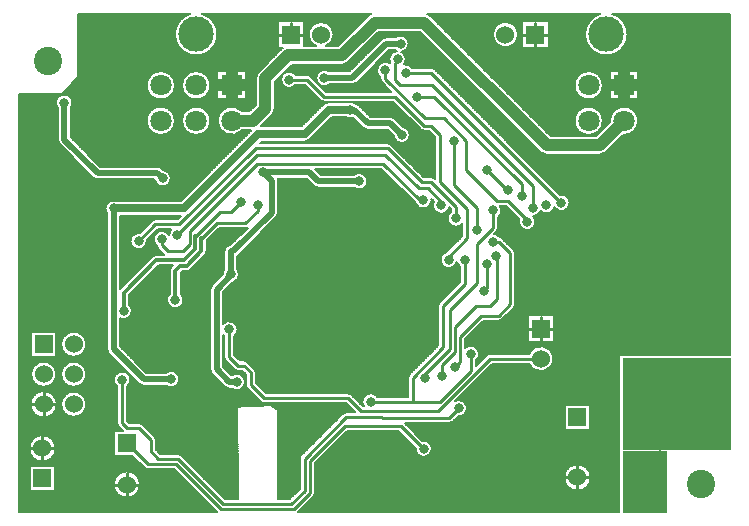
<source format=gbl>
G04 Layer_Physical_Order=2*
G04 Layer_Color=16711680*
%FSLAX24Y24*%
%MOIN*%
G70*
G01*
G75*
%ADD10C,0.0079*%
%ADD39C,0.0098*%
%ADD40C,0.0100*%
%ADD41C,0.0394*%
%ADD42C,0.0197*%
%ADD43C,0.0276*%
%ADD44C,0.0118*%
%ADD46R,0.1496X0.2116*%
%ADD47R,0.3612X0.3051*%
%ADD48C,0.0600*%
%ADD49R,0.0600X0.0600*%
%ADD50R,0.0600X0.0600*%
%ADD51C,0.0709*%
%ADD52R,0.0709X0.0709*%
%ADD53C,0.1181*%
%ADD54R,0.0709X0.0709*%
%ADD55C,0.0945*%
%ADD56C,0.0236*%
%ADD57C,0.0315*%
D10*
X40443Y46091D02*
G03*
X39930Y46772I-709J0D01*
G01*
X40443Y46091D02*
G03*
X39930Y46772I-709J0D01*
G01*
X39539D02*
G03*
X40443Y46091I196J-681D01*
G01*
X39539Y46772D02*
G03*
X40443Y46091I196J-681D01*
G01*
X36790Y46083D02*
G03*
X36790Y46083I-418J0D01*
G01*
X40797Y43209D02*
G03*
X39853Y43182I-472J0D01*
G01*
X40299Y42737D02*
G03*
X40797Y43209I26J472D01*
G01*
X39508Y42077D02*
G03*
X39731Y42169I0J315D01*
G01*
X39616Y44390D02*
G03*
X39616Y44390I-472J0D01*
G01*
Y43209D02*
G03*
X39616Y43209I-472J0D01*
G01*
X37523Y42169D02*
G03*
X37746Y42077I223J223D01*
G01*
X37523Y42169D02*
G03*
X37746Y42077I223J222D01*
G01*
X33884Y46699D02*
G03*
X33771Y46772I-223J-223D01*
G01*
X33885Y46699D02*
G03*
X33771Y46772I-223J-222D01*
G01*
X33150Y45778D02*
G03*
X32704Y45994I-276J0D01*
G01*
X31898Y46772D02*
G03*
X31785Y46699I110J-295D01*
G01*
X31898Y46772D02*
G03*
X31785Y46699I110J-295D01*
G01*
X32402Y45994D02*
G03*
X32248Y45931I0J-217D01*
G01*
X32402Y45994D02*
G03*
X32248Y45930I0J-217D01*
G01*
X32898Y45503D02*
G03*
X33150Y45778I-24J275D01*
G01*
X34016Y44931D02*
G03*
X33898Y44980I-118J-118D01*
G01*
X34016Y44931D02*
G03*
X33898Y44980I-118J-118D01*
G01*
X32704Y45561D02*
G03*
X32752Y45530I170J217D01*
G01*
X33051Y45256D02*
G03*
X32898Y45503I-276J0D01*
G01*
X33260Y44980D02*
G03*
X32991Y45084I-219J-167D01*
G01*
X32752Y45530D02*
G03*
X32530Y45132I24J-275D01*
G01*
X32991Y45084D02*
G03*
X33051Y45256I-215J172D01*
G01*
X32530Y45111D02*
G03*
X32195Y44673I-167J-219D01*
G01*
X30641Y46083D02*
G03*
X30057Y45699I-418J0D01*
G01*
X30388D02*
G03*
X30641Y46083I-166J384D01*
G01*
X30915Y45069D02*
G03*
X31138Y45162I0J315D01*
G01*
X30915Y45069D02*
G03*
X31138Y45161I0J315D01*
G01*
X30505Y44852D02*
G03*
X30505Y44419I-170J-217D01*
G01*
X32195Y44616D02*
G03*
X32244Y44498I167J0D01*
G01*
X32195Y44616D02*
G03*
X32244Y44498I167J0D01*
G01*
X32683Y43273D02*
G03*
X32530Y43337I-153J-153D01*
G01*
X32683Y43273D02*
G03*
X32530Y43337I-153J-153D01*
G01*
X31492Y43726D02*
G03*
X31363Y43788I-153J-153D01*
G01*
X31492Y43726D02*
G03*
X31363Y43788I-153J-153D01*
G01*
X33553Y42923D02*
G03*
X33671Y42874I118J118D01*
G01*
X33553Y42923D02*
G03*
X33671Y42874I118J118D01*
G01*
X33189Y42736D02*
G03*
X32946Y43010I-276J0D01*
G01*
X32640Y42704D02*
G03*
X33189Y42736I274J33D01*
G01*
X31638Y42967D02*
G03*
X31791Y42904I153J153D01*
G01*
X31638Y42967D02*
G03*
X31791Y42904I153J153D01*
G01*
X32559Y42412D02*
G03*
X32441Y42461I-118J-118D01*
G01*
X32559Y42412D02*
G03*
X32441Y42461I-118J-118D01*
G01*
X31260Y44419D02*
G03*
X31413Y44483I0J217D01*
G01*
X31260Y44419D02*
G03*
X31413Y44483I0J217D01*
G01*
X31191Y43848D02*
G03*
X31089Y43829I0J-276D01*
G01*
X31363Y43788D02*
G03*
X31191Y43848I-172J-215D01*
G01*
X31089Y43317D02*
G03*
X31290Y43316I102J256D01*
G01*
X29872Y44695D02*
G03*
X29754Y44744I-118J-118D01*
G01*
X29872Y44695D02*
G03*
X29754Y44744I-118J-118D01*
G01*
X30197Y43897D02*
G03*
X30315Y43848I118J118D01*
G01*
X30482Y43829D02*
G03*
X30301Y43754I0J-256D01*
G01*
X30482Y43829D02*
G03*
X30301Y43754I0J-256D01*
G01*
X30197Y43897D02*
G03*
X30315Y43848I118J118D01*
G01*
X29675Y42510D02*
G03*
X29856Y42585I0J256D01*
G01*
X29675Y42510D02*
G03*
X29856Y42585I0J256D01*
G01*
X39508Y42077D02*
G03*
X39731Y42169I0J315D01*
G01*
X38514Y40472D02*
G03*
X38202Y40746I-276J0D01*
G01*
X38004Y40328D02*
G03*
X38514Y40472I234J145D01*
G01*
X37546Y40195D02*
G03*
X38004Y40328I190J199D01*
G01*
X37299Y40030D02*
G03*
X37546Y40195I-6J276D01*
G01*
X37372Y39843D02*
G03*
X37299Y40030I-276J0D01*
G01*
X36837Y39935D02*
G03*
X37372Y39843I260J-92D01*
G01*
X36693Y38789D02*
G03*
X36644Y38908I-167J0D01*
G01*
X36693Y38789D02*
G03*
X36644Y38908I-167J0D01*
G01*
Y36978D02*
G03*
X36693Y37096I-118J118D01*
G01*
X36644Y36978D02*
G03*
X36693Y37096I-118J118D01*
G01*
X37967Y35280D02*
G03*
X37166Y35447I-418J0D01*
G01*
Y35112D02*
G03*
X37967Y35280I383J167D01*
G01*
X39209Y31317D02*
G03*
X39209Y31317I-439J0D01*
G01*
X36230Y40217D02*
G03*
X36181Y40374I-276J0D01*
G01*
X36122Y39998D02*
G03*
X36230Y40217I-167J219D01*
G01*
X34547Y40170D02*
G03*
X34931Y39780I167J-219D01*
G01*
X33991Y40517D02*
G03*
X34501Y40322I241J-133D01*
G01*
X36073Y39527D02*
G03*
X36122Y39646I-118J118D01*
G01*
X36073Y39527D02*
G03*
X36122Y39646I-118J118D01*
G01*
X36260Y39292D02*
G03*
X36188Y39334I-118J-118D01*
G01*
X36260Y39292D02*
G03*
X36188Y39334I-118J-118D01*
G01*
D02*
G03*
X35993Y39447I-224J-161D01*
G01*
X34016Y41280D02*
G03*
X33898Y41329I-118J-118D01*
G01*
X34016Y41280D02*
G03*
X33898Y41329I-118J-118D01*
G01*
X33907Y40551D02*
G03*
X33902Y40605I-276J0D01*
G01*
X33374Y40455D02*
G03*
X33907Y40551I258J97D01*
G01*
X34745Y38505D02*
G03*
X34843Y38364I264J78D01*
G01*
X34397Y38836D02*
G03*
X34745Y38505I82J-263D01*
G01*
X36142Y36545D02*
G03*
X36260Y36594I0J167D01*
G01*
X36142Y36545D02*
G03*
X36260Y36594I0J167D01*
G01*
X34183Y37166D02*
G03*
X34134Y37047I118J-118D01*
G01*
X34183Y37166D02*
G03*
X34134Y37047I118J-118D01*
G01*
X31772Y41191D02*
G03*
X31326Y41407I-276J0D01*
G01*
Y40974D02*
G03*
X31772Y41191I170J217D01*
G01*
X29975Y41038D02*
G03*
X30128Y40974I153J153D01*
G01*
X29975Y41038D02*
G03*
X30128Y40974I153J153D01*
G01*
X35870Y35447D02*
G03*
X35752Y35398I0J-167D01*
G01*
X35492Y35433D02*
G03*
X35030Y35635I-276J0D01*
G01*
X35870Y35447D02*
G03*
X35752Y35398I0J-167D01*
G01*
X35384Y35214D02*
G03*
X35492Y35433I-167J219D01*
G01*
X35089Y33622D02*
G03*
X34701Y33874I-276J0D01*
G01*
X34776Y33349D02*
G03*
X35089Y33622I37J273D01*
G01*
X34500Y33141D02*
G03*
X34618Y33190I0J167D01*
G01*
X33169Y34754D02*
G03*
X33120Y34636I118J-118D01*
G01*
X33169Y34754D02*
G03*
X33120Y34636I118J-118D01*
G01*
X34500Y33141D02*
G03*
X34618Y33190I0J167D01*
G01*
X33917Y32274D02*
G03*
X33605Y32547I-276J0D01*
G01*
X33369Y32310D02*
G03*
X33917Y32274I273J-37D01*
G01*
X32099Y34016D02*
G03*
X31653Y33693I-219J-167D01*
G01*
X31240Y34075D02*
G03*
X31122Y34124I-118J-118D01*
G01*
X31240Y34075D02*
G03*
X31122Y34124I-118J-118D01*
G01*
X31050Y33484D02*
G03*
X30931Y33435I0J-167D01*
G01*
X31050Y33484D02*
G03*
X30931Y33435I0J-167D01*
G01*
X29557Y32061D02*
G03*
X29508Y31942I118J-118D01*
G01*
X29557Y32061D02*
G03*
X29508Y31942I118J-118D01*
G01*
X29971Y30679D02*
G03*
X30020Y30797I-118J118D01*
G01*
X29971Y30679D02*
G03*
X30020Y30797I-118J118D01*
G01*
X28945Y45643D02*
G03*
X28901Y45606I179J-259D01*
G01*
X28945Y45643D02*
G03*
X28901Y45607I179J-259D01*
G01*
X29382Y44744D02*
G03*
X29382Y44409I-219J-167D01*
G01*
X28144Y44849D02*
G03*
X28051Y44626I222J-223D01*
G01*
X28143Y44849D02*
G03*
X28051Y44626I223J-223D01*
G01*
X28588Y43389D02*
G03*
X28681Y43612I-222J223D01*
G01*
X28589Y43389D02*
G03*
X28681Y43612I-223J223D01*
G01*
X25867Y46772D02*
G03*
X26772Y46091I196J-681D01*
G01*
X25867Y46772D02*
G03*
X26772Y46091I196J-681D01*
G01*
D02*
G03*
X26259Y46772I-709J0D01*
G01*
X26772Y46091D02*
G03*
X26259Y46772I-709J0D01*
G01*
X27596Y43524D02*
G03*
X27596Y42894I-352J-315D01*
G01*
X26535Y44390D02*
G03*
X26535Y44390I-472J0D01*
G01*
Y43209D02*
G03*
X26535Y43209I-472J0D01*
G01*
X28789Y41191D02*
G03*
X28775Y41270I-217J0D01*
G01*
X28789Y41191D02*
G03*
X28775Y41270I-217J0D01*
G01*
X28726Y39985D02*
G03*
X28789Y40138I-153J153D01*
G01*
X28726Y39984D02*
G03*
X28789Y40138I-153J153D01*
G01*
X27697Y39626D02*
G03*
X27773Y39644I0J167D01*
G01*
X27697Y39626D02*
G03*
X27773Y39644I0J167D01*
G01*
X27490Y38091D02*
G03*
X27431Y38261I-276J0D01*
G01*
X27297Y37828D02*
G03*
X27490Y38091I-83J263D01*
G01*
X27203Y39075D02*
G03*
X26998Y38858I11J-216D01*
G01*
X27203Y39075D02*
G03*
X26998Y38858I11J-216D01*
G01*
Y38261D02*
G03*
X26939Y38082I217J-170D01*
G01*
X26356Y38730D02*
G03*
X26407Y38855I-125J125D01*
G01*
X26356Y38730D02*
G03*
X26407Y38855I-125J125D01*
G01*
X25741Y38189D02*
G03*
X25866Y38241I0J177D01*
G01*
X25741Y38189D02*
G03*
X25866Y38241I0J177D01*
G01*
X26589Y37732D02*
G03*
X26526Y37579I153J-153D01*
G01*
X26589Y37732D02*
G03*
X26526Y37579I153J-153D01*
G01*
X25354Y44390D02*
G03*
X25354Y44390I-472J0D01*
G01*
Y43209D02*
G03*
X25354Y43209I-472J0D01*
G01*
X24917Y41620D02*
G03*
X24764Y41683I-153J-153D01*
G01*
X25217Y41289D02*
G03*
X24974Y41563I-276J0D01*
G01*
X24917Y41619D02*
G03*
X24764Y41683I-153J-153D01*
G01*
X24668Y41250D02*
G03*
X25217Y41289I273J39D01*
G01*
X22622Y41314D02*
G03*
X22776Y41250I153J153D01*
G01*
X22622Y41313D02*
G03*
X22776Y41250I153J153D01*
G01*
X21939Y43809D02*
G03*
X21447Y43639I-276J0D01*
G01*
X21880D02*
G03*
X21939Y43809I-217J170D01*
G01*
X21447Y42579D02*
G03*
X21511Y42425I217J0D01*
G01*
X21447Y42579D02*
G03*
X21510Y42426I217J0D01*
G01*
X25222Y39587D02*
G03*
X25158Y39404I211J-177D01*
G01*
X24705Y39921D02*
G03*
X24586Y39872I0J-167D01*
G01*
X24705Y39921D02*
G03*
X24586Y39872I0J-167D01*
G01*
X25239Y38334D02*
G03*
X25187Y38209I125J-125D01*
G01*
X25239Y38334D02*
G03*
X25187Y38209I125J-125D01*
G01*
X25158Y39404D02*
G03*
X24754Y39042I-236J-142D01*
G01*
D02*
G03*
X24803Y38937I167J13D01*
G01*
X24419Y39193D02*
G03*
X24417Y39229I-276J0D01*
G01*
X24180Y39466D02*
G03*
X24419Y39193I-37J-273D01*
G01*
X24754Y39042D02*
G03*
X24803Y38937I167J13D01*
G01*
X24734Y38740D02*
G03*
X24609Y38688I0J-177D01*
G01*
X24734Y38740D02*
G03*
X24609Y38688I0J-177D01*
G01*
X23409Y40541D02*
G03*
X23091Y40115I-102J-256D01*
G01*
X27333Y36031D02*
G03*
X27441Y36250I-167J219D01*
G01*
X27766Y35168D02*
G03*
X27648Y35217I-118J-118D01*
G01*
X27766Y35168D02*
G03*
X27648Y35217I-118J-118D01*
G01*
X27441Y36250D02*
G03*
X26959Y36432I-276J0D01*
G01*
Y36068D02*
G03*
X26998Y36031I207J182D01*
G01*
Y35325D02*
G03*
X27047Y35206I167J0D01*
G01*
X26998Y35325D02*
G03*
X27047Y35206I167J0D01*
G01*
X28041Y34823D02*
G03*
X27992Y34941I-167J0D01*
G01*
X28041Y34823D02*
G03*
X27992Y34941I-167J0D01*
G01*
X27323Y34931D02*
G03*
X27441Y34882I118J118D01*
G01*
X27323Y34931D02*
G03*
X27441Y34882I118J118D01*
G01*
X27707Y34409D02*
G03*
X27756Y34291I167J0D01*
G01*
X27707Y34409D02*
G03*
X27756Y34291I167J0D01*
G01*
X27696Y34498D02*
G03*
X27253Y34717I-276J0D01*
G01*
X27250Y34282D02*
G03*
X27696Y34498I170J217D01*
G01*
X25640Y37234D02*
G03*
X25541Y37445I-276J0D01*
G01*
X25187D02*
G03*
X25640Y37234I177J-211D01*
G01*
X26526Y34921D02*
G03*
X26589Y34768I217J0D01*
G01*
X26526Y34921D02*
G03*
X26589Y34768I217J0D01*
G01*
X25502Y34596D02*
G03*
X25056Y34813I-276J0D01*
G01*
Y34380D02*
G03*
X25502Y34596I170J217D01*
G01*
X27012Y34346D02*
G03*
X27165Y34282I153J153D01*
G01*
X27012Y34345D02*
G03*
X27165Y34282I153J153D01*
G01*
X28208Y33838D02*
G03*
X28327Y33789I118J118D01*
G01*
X28208Y33838D02*
G03*
X28327Y33789I118J118D01*
G01*
X24715Y32579D02*
G03*
X24666Y32697I-167J0D01*
G01*
X24715Y32579D02*
G03*
X24666Y32697I-167J0D01*
G01*
X25574Y32047D02*
G03*
X25456Y32096I-118J-118D01*
G01*
X25574Y32047D02*
G03*
X25456Y32096I-118J-118D01*
G01*
X24341Y31633D02*
G03*
X24460Y31584I118J118D01*
G01*
X23917Y36870D02*
G03*
X23819Y37081I-276J0D01*
G01*
X23524Y36621D02*
G03*
X23917Y36870I118J249D01*
G01*
X23091Y35600D02*
G03*
X23154Y35447I217J0D01*
G01*
X23091Y35600D02*
G03*
X23154Y35447I217J0D01*
G01*
X23868Y34577D02*
G03*
X23425Y34358I-276J0D01*
G01*
X24158Y34444D02*
G03*
X24311Y34380I153J153D01*
G01*
X24158Y34443D02*
G03*
X24311Y34380I153J153D01*
G01*
X23760Y34358D02*
G03*
X23868Y34577I-167J219D01*
G01*
X22396Y35758D02*
G03*
X22396Y35758I-418J0D01*
G01*
Y34758D02*
G03*
X22396Y34758I-418J0D01*
G01*
X21396D02*
G03*
X21396Y34758I-418J0D01*
G01*
X24282Y33081D02*
G03*
X24163Y33130I-118J-118D01*
G01*
X24282Y33081D02*
G03*
X24163Y33130I-118J-118D01*
G01*
X24341Y31633D02*
G03*
X24460Y31584I118J118D01*
G01*
X23425Y33130D02*
G03*
X23474Y33012I167J0D01*
G01*
X23425Y33130D02*
G03*
X23474Y33012I167J0D01*
G01*
X22396Y33758D02*
G03*
X22396Y33758I-418J0D01*
G01*
X24189Y31083D02*
G03*
X24189Y31083I-439J0D01*
G01*
X21418Y33758D02*
G03*
X21418Y33758I-439J0D01*
G01*
X21374Y32289D02*
G03*
X21374Y32289I-439J0D01*
G01*
X40157Y46659D02*
Y46772D01*
X40074Y46713D02*
X43858D01*
X40165Y46653D02*
X43858D01*
X40039Y46730D02*
Y46772D01*
X40098Y46699D02*
Y46772D01*
X40335Y46467D02*
Y46772D01*
X40394Y46350D02*
Y46772D01*
X40216Y46610D02*
Y46772D01*
X40276Y46548D02*
Y46772D01*
X39930D02*
X43858D01*
X39930Y46772D02*
X43858D01*
X39390Y46710D02*
Y46772D01*
X39449Y46739D02*
Y46772D01*
X39272Y46627D02*
Y46772D01*
X39331Y46673D02*
Y46772D01*
X40442Y46122D02*
X43858D01*
X40437Y46181D02*
X43858D01*
X40442Y46063D02*
X43858D01*
X40412Y46299D02*
X43858D01*
X40427Y46240D02*
X43858D01*
X40413Y45886D02*
X43858D01*
X40392Y45827D02*
X43858D01*
X40438Y46004D02*
X43858D01*
X40428Y45945D02*
X43858D01*
X40329Y46476D02*
X43858D01*
X40363Y46417D02*
X43858D01*
X40233Y46594D02*
X43858D01*
X40286Y46535D02*
X43858D01*
X40331Y45709D02*
X43858D01*
X40289Y45650D02*
X43858D01*
X40390Y46358D02*
X43858D01*
X40365Y45768D02*
X43858D01*
X39153Y46497D02*
Y46772D01*
X37795Y46522D02*
Y46772D01*
X39213Y46570D02*
Y46772D01*
X37677Y46522D02*
Y46772D01*
X37736Y46522D02*
Y46772D01*
X39094Y46395D02*
Y46772D01*
X37811Y46476D02*
X39140D01*
X39035Y46208D02*
Y46772D01*
X37811Y45643D02*
Y46522D01*
X37559D02*
Y46772D01*
X37618Y46522D02*
Y46772D01*
X37441Y46522D02*
Y46772D01*
X37500Y46522D02*
Y46772D01*
X37382Y46522D02*
Y46772D01*
X37264Y46522D02*
Y46772D01*
X37323Y46522D02*
Y46772D01*
X37811Y46417D02*
X39105D01*
X37811Y46358D02*
X39078D01*
X37811Y46299D02*
X39057D01*
X37811Y46240D02*
X39042D01*
X37811Y46181D02*
X39031D01*
X37811Y45768D02*
X39103D01*
X37811Y46122D02*
X39026D01*
X37811Y46063D02*
X39026D01*
X37811Y45945D02*
X39041D01*
X37811Y45886D02*
X39056D01*
X37811Y46004D02*
X39031D01*
X37811Y45709D02*
X39137D01*
X37811Y45650D02*
X39180D01*
X37811Y45827D02*
X39077D01*
X40512Y44862D02*
Y46772D01*
X40453Y44862D02*
Y46772D01*
X40394Y44862D02*
Y45831D01*
X40335Y44862D02*
Y45714D01*
X40276Y44862D02*
Y45633D01*
X40689Y44862D02*
Y46772D01*
X40748Y44862D02*
Y46772D01*
X40571Y44862D02*
Y46772D01*
X40630Y44862D02*
Y46772D01*
X40236Y45590D02*
X43858D01*
X40170Y45531D02*
X43858D01*
X40216Y44862D02*
Y45571D01*
X39272Y44845D02*
Y45554D01*
X39153Y44862D02*
Y45684D01*
X39213Y44857D02*
Y45611D01*
X40157Y44862D02*
Y45522D01*
X40081Y45472D02*
X43858D01*
X39943Y45413D02*
X43858D01*
X40098Y44862D02*
Y45483D01*
X40039Y44862D02*
Y45451D01*
X39980Y44862D02*
Y45426D01*
X39921Y44862D02*
Y45407D01*
X39862Y44862D02*
Y45394D01*
X39803Y43132D02*
Y45385D01*
X39449Y44751D02*
Y45442D01*
X39508Y44691D02*
Y45419D01*
X39331Y44824D02*
Y45508D01*
X39390Y44793D02*
Y45471D01*
X39685Y43014D02*
Y45384D01*
X39744Y43073D02*
Y45382D01*
X39567Y44600D02*
Y45402D01*
X39626Y42955D02*
Y45390D01*
X38917Y44804D02*
Y46772D01*
X38858Y44766D02*
Y46772D01*
X38976Y44832D02*
Y46772D01*
X38740Y44635D02*
Y46772D01*
X38799Y44713D02*
Y46772D01*
X38622Y42707D02*
Y46772D01*
X38681Y44485D02*
Y46772D01*
X38504Y42707D02*
Y46772D01*
X38563Y42707D02*
Y46772D01*
X38150Y42707D02*
Y46772D01*
X38209Y42707D02*
Y46772D01*
X37913Y42707D02*
Y46772D01*
X38090Y42707D02*
Y46772D01*
X38386Y42707D02*
Y46772D01*
X38445Y42707D02*
Y46772D01*
X38268Y42707D02*
Y46772D01*
X38327Y42707D02*
Y46772D01*
X39035Y44850D02*
Y45973D01*
X39094Y44860D02*
Y45786D01*
X37677Y42906D02*
Y45643D01*
X37736Y42847D02*
Y45643D01*
X37972Y42707D02*
Y46772D01*
X38031Y42707D02*
Y46772D01*
X37854Y42729D02*
Y46772D01*
X37795Y42788D02*
Y45643D01*
X37323Y43260D02*
Y45643D01*
X37382Y43201D02*
Y45643D01*
X37205Y43379D02*
Y45643D01*
X37264Y43320D02*
Y45643D01*
X37559Y43024D02*
Y45643D01*
X37618Y42965D02*
Y45643D01*
X37441Y43142D02*
Y45643D01*
X37500Y43083D02*
Y45643D01*
X37146Y46522D02*
Y46772D01*
X37087Y46522D02*
Y46772D01*
X37205Y46522D02*
Y46772D01*
X36968Y46522D02*
Y46772D01*
X37027Y46522D02*
Y46772D01*
X36673Y46373D02*
Y46772D01*
X36732Y46295D02*
Y46772D01*
X36555Y46459D02*
Y46772D01*
X36614Y46424D02*
Y46772D01*
X33771D02*
X39539D01*
X33771Y46772D02*
X39538D01*
X33870Y46713D02*
X39395D01*
X33930Y46653D02*
X39304D01*
X33989Y46594D02*
X39236D01*
X34048Y46535D02*
X39183D01*
X36437Y46496D02*
Y46772D01*
X36496Y46482D02*
Y46772D01*
X36933Y46522D02*
X37811D01*
X36759Y46240D02*
X36933D01*
X36778Y46181D02*
X36933D01*
X36788Y46122D02*
X36933D01*
X36767Y45945D02*
X36933D01*
X36741Y45886D02*
X36933D01*
X36790Y46063D02*
X36933D01*
X36783Y46004D02*
X36933D01*
X36687Y46358D02*
X36933D01*
X36730Y46299D02*
X36933D01*
X36513Y46476D02*
X36933D01*
X36623Y46417D02*
X36933D01*
X36703Y45827D02*
X36933D01*
X36647Y45768D02*
X36933D01*
X36559Y45709D02*
X36933D01*
X36319Y46497D02*
Y46772D01*
X36260Y46485D02*
Y46772D01*
X36378Y46501D02*
Y46772D01*
X36142Y46432D02*
Y46772D01*
X36201Y46464D02*
Y46772D01*
X36024Y46314D02*
Y46772D01*
X36083Y46384D02*
Y46772D01*
X34902Y45682D02*
Y46772D01*
X35965Y46176D02*
Y46772D01*
X34429Y46154D02*
Y46772D01*
X34488Y46095D02*
Y46772D01*
X34311Y46272D02*
Y46772D01*
X34370Y46213D02*
Y46772D01*
X34665Y45918D02*
Y46772D01*
X34842Y45741D02*
Y46772D01*
X34547Y46036D02*
Y46772D01*
X34606Y45977D02*
Y46772D01*
X34638Y45945D02*
X35977D01*
X34697Y45886D02*
X36003D01*
X34724Y45859D02*
Y46772D01*
X34579Y46004D02*
X35961D01*
X34816Y45768D02*
X36097D01*
X34875Y45709D02*
X36185D01*
X34783Y45800D02*
Y46772D01*
X34757Y45827D02*
X36041D01*
X34107Y46476D02*
X36231D01*
X34166Y46417D02*
X36121D01*
X34225Y46358D02*
X36058D01*
X34284Y46299D02*
X36014D01*
X34343Y46240D02*
X35985D01*
X34402Y46181D02*
X35966D01*
X34461Y46122D02*
X35956D01*
X34520Y46063D02*
X35954D01*
X36933Y45643D02*
Y46522D01*
X36673Y43910D02*
Y45793D01*
X36614Y43969D02*
Y45742D01*
X36555Y44028D02*
Y45707D01*
X36496Y44087D02*
Y45683D01*
X36850Y43733D02*
Y46772D01*
X36909Y43674D02*
Y46772D01*
X36791Y43792D02*
Y46772D01*
X36732Y43851D02*
Y45870D01*
X36260Y44323D02*
Y45680D01*
X36319Y44264D02*
Y45668D01*
X36142Y44442D02*
Y45734D01*
X36201Y44383D02*
Y45701D01*
X33885Y46699D02*
X37877Y42707D01*
X33531Y46161D02*
X37523Y42169D01*
X36437Y44146D02*
Y45670D01*
X36378Y44205D02*
Y45665D01*
X35465Y45118D02*
X43858D01*
X35524Y45059D02*
X43858D01*
X36933Y45643D02*
X37811D01*
X35406Y45177D02*
X43858D01*
X37087Y43497D02*
Y45643D01*
X37146Y43438D02*
Y45643D01*
X36968Y43615D02*
Y45643D01*
X37027Y43556D02*
Y45643D01*
X35052Y45531D02*
X39299D01*
X35111Y45472D02*
X39388D01*
X34934Y45650D02*
X36933D01*
X34993Y45590D02*
X39232D01*
X35288Y45295D02*
X43858D01*
X35347Y45236D02*
X43858D01*
X35170Y45413D02*
X39526D01*
X35229Y45354D02*
X43858D01*
X35610Y44973D02*
Y46772D01*
X35551Y45032D02*
Y46772D01*
X35669Y44914D02*
Y46772D01*
X35433Y45150D02*
Y46772D01*
X35492Y45091D02*
Y46772D01*
X35846Y44737D02*
Y46772D01*
X35905Y44678D02*
Y46772D01*
X35728Y44855D02*
Y46772D01*
X35787Y44796D02*
Y46772D01*
X35079Y45505D02*
Y46772D01*
X35138Y45445D02*
Y46772D01*
X34961Y45623D02*
Y46772D01*
X35020Y45564D02*
Y46772D01*
X35315Y45268D02*
Y46772D01*
X35374Y45209D02*
Y46772D01*
X35197Y45386D02*
Y46772D01*
X35256Y45327D02*
Y46772D01*
X36024Y44560D02*
Y45852D01*
X36083Y44501D02*
Y45781D01*
X35965Y44619D02*
Y45989D01*
X34429Y44518D02*
Y45263D01*
X34606Y44341D02*
Y45086D01*
X34665Y44282D02*
Y45027D01*
X34488Y44459D02*
Y45204D01*
X34547Y44400D02*
Y45145D01*
X33050Y45236D02*
X34456D01*
X33040Y45177D02*
X34515D01*
X33033Y45354D02*
X34338D01*
X33048Y45295D02*
X34397D01*
X33014Y45118D02*
X34574D01*
X33166Y45059D02*
X34633D01*
X34311Y44636D02*
Y45381D01*
X34370Y44577D02*
Y45322D01*
X40797Y44646D02*
X43858D01*
X40797Y44705D02*
X43858D01*
X40797Y44587D02*
X43858D01*
X40797Y44823D02*
X43858D01*
X40797Y44764D02*
X43858D01*
X40797Y44350D02*
X43858D01*
X40797Y44291D02*
X43858D01*
X40797Y43917D02*
Y44862D01*
Y44232D02*
X43858D01*
X40797Y44468D02*
X43858D01*
X40797Y44409D02*
X43858D01*
X39852Y44862D02*
X40797D01*
Y44527D02*
X43858D01*
X40797Y43996D02*
X43858D01*
X40797Y44055D02*
X43858D01*
X40797Y43937D02*
X43858D01*
X40797Y44173D02*
X43858D01*
X40797Y44114D02*
X43858D01*
X40514Y43642D02*
X43858D01*
X40614Y43583D02*
X43858D01*
X40571Y43612D02*
Y43917D01*
X40630Y43569D02*
Y43917D01*
X40394Y43676D02*
Y43917D01*
X39852D02*
X40797D01*
X40276Y43679D02*
Y43917D01*
X40335Y43681D02*
Y43917D01*
X40453Y43663D02*
Y43917D01*
X40512Y43643D02*
Y43917D01*
X40157Y43650D02*
Y43917D01*
X40216Y43669D02*
Y43917D01*
X39616Y44409D02*
X39852D01*
X39610Y44468D02*
X39852D01*
X39614Y44350D02*
X39852D01*
X39573Y44587D02*
X39852D01*
X39596Y44527D02*
X39852D01*
Y43917D02*
Y44862D01*
X39564Y44173D02*
X39852D01*
X39606Y44291D02*
X39852D01*
X39589Y44232D02*
X39852D01*
X39496Y44705D02*
X39852D01*
X39541Y44646D02*
X39852D01*
X39333Y44823D02*
X39852D01*
X39432Y44764D02*
X39852D01*
X39527Y44114D02*
X39852D01*
X39477Y44055D02*
X39852D01*
X38799Y43532D02*
Y44067D01*
X39449Y43569D02*
Y44029D01*
X39405Y43996D02*
X39852D01*
X39333Y43642D02*
X40136D01*
X39331Y43643D02*
Y43956D01*
X39278Y43937D02*
X39852D01*
X40039Y43585D02*
Y43917D01*
X40098Y43623D02*
Y43917D01*
X39390Y43612D02*
Y43986D01*
X39432Y43583D02*
X40036D01*
X39213Y43676D02*
Y43922D01*
X39153Y43681D02*
Y43917D01*
X39035Y43669D02*
Y43930D01*
X39094Y43679D02*
Y43920D01*
X38976Y43650D02*
Y43948D01*
X39272Y43663D02*
Y43935D01*
X38858Y43585D02*
Y44013D01*
X38917Y43623D02*
Y43975D01*
X40754Y43405D02*
X43858D01*
X40722Y43464D02*
X43858D01*
X40791Y43287D02*
X43858D01*
X40748Y43419D02*
Y43917D01*
X40777Y43346D02*
X43858D01*
X40787Y43110D02*
X43858D01*
X40770Y43051D02*
X43858D01*
X40797Y43228D02*
X43858D01*
X40796Y43169D02*
X43858D01*
X40689Y43510D02*
Y43917D01*
X40677Y43524D02*
X43858D01*
X39980Y43532D02*
Y43917D01*
X39496Y43524D02*
X39973D01*
X39921Y43454D02*
Y43917D01*
X39541Y43464D02*
X39928D01*
X40658Y42874D02*
X43858D01*
X40586Y42815D02*
X43858D01*
X40459Y42756D02*
X43858D01*
X40745Y42992D02*
X43858D01*
X40708Y42933D02*
X43858D01*
X40140Y42579D02*
X43858D01*
X40081Y42520D02*
X43858D01*
X40258Y42697D02*
X43858D01*
X40199Y42638D02*
X43858D01*
X39904Y42342D02*
X43858D01*
X39845Y42283D02*
X43858D01*
X40022Y42461D02*
X43858D01*
X39963Y42401D02*
X43858D01*
X39786Y42224D02*
X43858D01*
X39727Y42165D02*
X43858D01*
X39731Y42169D02*
X40299Y42737D01*
X39641Y42106D02*
X43858D01*
X39862Y43304D02*
Y43917D01*
X39573Y43405D02*
X39895D01*
X39596Y43346D02*
X39873D01*
X39567Y43419D02*
Y44180D01*
X39610Y43287D02*
X39859D01*
X39616Y43228D02*
X39853D01*
X39614Y43169D02*
X39840D01*
X39606Y43110D02*
X39781D01*
X39589Y43051D02*
X39722D01*
X39564Y42992D02*
X39663D01*
X39527Y42933D02*
X39604D01*
X38740Y43454D02*
Y44144D01*
X39508Y43510D02*
Y44089D01*
X39377Y42707D02*
X39853Y43182D01*
X39567Y42896D02*
Y42999D01*
X38681Y42707D02*
Y43113D01*
X38740Y42707D02*
Y42963D01*
X39508Y42837D02*
Y42908D01*
X39477Y42874D02*
X39545D01*
X39449Y42778D02*
Y42848D01*
X39405Y42815D02*
X39486D01*
X39278Y42756D02*
X39427D01*
X39390Y42719D02*
Y42805D01*
X39331Y42707D02*
Y42775D01*
X38917Y42707D02*
Y42794D01*
X38976Y42707D02*
Y42767D01*
X38799Y42707D02*
Y42885D01*
X38858Y42707D02*
Y42832D01*
X39272Y42707D02*
Y42754D01*
X39213Y42707D02*
Y42741D01*
X39035Y42707D02*
Y42749D01*
X39094Y42707D02*
Y42739D01*
X36115Y44468D02*
X38678D01*
X36056Y44527D02*
X38692D01*
X36292Y44291D02*
X38682D01*
X36174Y44409D02*
X38672D01*
X36233Y44350D02*
X38673D01*
X36469Y44114D02*
X38760D01*
X36351Y44232D02*
X38698D01*
X36410Y44173D02*
X38724D01*
X35583Y45000D02*
X43858D01*
X35642Y44941D02*
X43858D01*
X35701Y44882D02*
X43858D01*
X35760Y44823D02*
X38955D01*
X35820Y44764D02*
X38855D01*
X35879Y44705D02*
X38791D01*
X35938Y44646D02*
X38747D01*
X35997Y44587D02*
X38714D01*
X36823Y43760D02*
X43858D01*
X36764Y43819D02*
X43858D01*
X36883Y43701D02*
X43858D01*
X36646Y43937D02*
X39009D01*
X36705Y43878D02*
X43858D01*
X36942Y43642D02*
X38955D01*
X37001Y43583D02*
X38855D01*
X37060Y43524D02*
X38791D01*
X37119Y43464D02*
X38747D01*
X36528Y44055D02*
X38810D01*
X36587Y43996D02*
X38883D01*
X35128Y43819D02*
X35874D01*
X35188Y43760D02*
X35933D01*
X35365Y43583D02*
X36110D01*
X35424Y43524D02*
X36169D01*
X35247Y43701D02*
X35992D01*
X35306Y43642D02*
X36051D01*
X34902Y44046D02*
Y44791D01*
X34842Y44105D02*
Y44850D01*
X34420Y44527D02*
X35165D01*
X34724Y44223D02*
Y44968D01*
X34783Y44164D02*
Y44909D01*
X35079Y43869D02*
Y44614D01*
X35138Y43810D02*
Y44555D01*
X34961Y43987D02*
Y44732D01*
X35020Y43928D02*
Y44673D01*
X34065Y44882D02*
X34811D01*
X34125Y44823D02*
X34870D01*
X33244Y45000D02*
X34692D01*
X34006Y44941D02*
X34752D01*
X34302Y44646D02*
X35047D01*
X34361Y44587D02*
X35106D01*
X34184Y44764D02*
X34929D01*
X34243Y44705D02*
X34988D01*
X35010Y43937D02*
X35755D01*
X35069Y43878D02*
X35815D01*
X35197Y43750D02*
Y44496D01*
X34951Y43996D02*
X35696D01*
X35374Y43573D02*
Y44318D01*
X35433Y43514D02*
Y44259D01*
X35256Y43691D02*
Y44437D01*
X35315Y43632D02*
Y44377D01*
X34597Y44350D02*
X35342D01*
X34656Y44291D02*
X35401D01*
X34479Y44468D02*
X35224D01*
X34538Y44409D02*
X35283D01*
X34833Y44114D02*
X35578D01*
X34892Y44055D02*
X35637D01*
X34715Y44232D02*
X35460D01*
X34774Y44173D02*
X35519D01*
X37532Y43051D02*
X38698D01*
X37473Y43110D02*
X38682D01*
X37591Y42992D02*
X38724D01*
X38681Y43304D02*
Y44294D01*
X37414Y43169D02*
X38673D01*
X37768Y42815D02*
X38883D01*
X37650Y42933D02*
X38760D01*
X37709Y42874D02*
X38810D01*
X37178Y43405D02*
X38714D01*
X37237Y43346D02*
X38692D01*
X37296Y43287D02*
X38678D01*
X37355Y43228D02*
X38672D01*
X36132Y42815D02*
X36878D01*
X36191Y42756D02*
X36937D01*
X36073Y42874D02*
X36818D01*
X36850Y42097D02*
Y42842D01*
X37827Y42756D02*
X39009D01*
X37877Y42707D02*
X39377D01*
X36723Y42224D02*
X37468D01*
X36782Y42165D02*
X37527D01*
X37746Y42077D02*
X39508D01*
X36841Y42106D02*
X37613D01*
X36369Y42579D02*
X37114D01*
X36428Y42520D02*
X37173D01*
X36251Y42697D02*
X36996D01*
X36310Y42638D02*
X37055D01*
X36605Y42342D02*
X37350D01*
X36664Y42283D02*
X37409D01*
X36487Y42461D02*
X37232D01*
X36546Y42401D02*
X37291D01*
X36024Y42924D02*
Y43669D01*
X35965Y42983D02*
Y43728D01*
X36083Y42865D02*
Y43610D01*
X35846Y43101D02*
Y43846D01*
X35905Y43042D02*
Y43787D01*
X36260Y42687D02*
Y43433D01*
X36319Y42628D02*
Y43374D01*
X36142Y42806D02*
Y43551D01*
X36201Y42747D02*
Y43492D01*
X35483Y43464D02*
X36228D01*
X35542Y43405D02*
X36287D01*
X35492Y43455D02*
Y44200D01*
X35551Y43396D02*
Y44141D01*
X35728Y43219D02*
Y43964D01*
X35787Y43160D02*
Y43905D01*
X35610Y43337D02*
Y44082D01*
X35669Y43278D02*
Y44023D01*
X36496Y42451D02*
Y43196D01*
X36555Y42392D02*
Y43137D01*
X36378Y42569D02*
Y43314D01*
X36437Y42510D02*
Y43255D01*
X36732Y42215D02*
Y42960D01*
X36791Y42156D02*
Y42901D01*
X36614Y42333D02*
Y43078D01*
X36673Y42274D02*
Y43019D01*
X35719Y43228D02*
X36464D01*
X35778Y43169D02*
X36523D01*
X35601Y43346D02*
X36346D01*
X35660Y43287D02*
X36405D01*
X35955Y42992D02*
X36700D01*
X36014Y42933D02*
X36759D01*
X35837Y43110D02*
X36582D01*
X35896Y43051D02*
X36641D01*
X33957Y46627D02*
Y46772D01*
X33898Y46686D02*
Y46772D01*
X34016Y46568D02*
Y46772D01*
X33839Y46737D02*
Y46772D01*
X34193Y46390D02*
Y46772D01*
X34252Y46331D02*
Y46772D01*
X34075Y46508D02*
Y46772D01*
X34134Y46449D02*
Y46772D01*
X32138Y46161D02*
X33531D01*
X32835Y46050D02*
Y46161D01*
X32894Y46052D02*
Y46161D01*
X33071Y45971D02*
Y46161D01*
X33130Y45880D02*
Y46161D01*
X32716Y46004D02*
Y46161D01*
X32776Y46035D02*
Y46161D01*
X33127Y45886D02*
X33807D01*
X33093Y45945D02*
X33748D01*
X33145Y45827D02*
X33866D01*
X33012Y46016D02*
Y46161D01*
X33031Y46004D02*
X33689D01*
X33118Y45650D02*
X34043D01*
X33076Y45590D02*
X34102D01*
X33149Y45768D02*
X33925D01*
X33141Y45709D02*
X33984D01*
X32099Y46122D02*
X33570D01*
X32040Y46063D02*
X33629D01*
X32953Y46042D02*
Y46161D01*
X31981Y46004D02*
X32717D01*
X32998Y45531D02*
X34161D01*
X32402Y45994D02*
X32704D01*
X32491Y45561D02*
X32704D01*
X32598Y45994D02*
Y46161D01*
X32480Y45994D02*
Y46161D01*
X32657Y45994D02*
Y46161D01*
X31831Y46737D02*
Y46772D01*
X32421Y45994D02*
Y46161D01*
X32303Y45970D02*
Y46161D01*
X32362Y45990D02*
Y46161D01*
X32185Y45867D02*
Y46161D01*
X32244Y45926D02*
Y46161D01*
X31713Y46626D02*
Y46772D01*
X31772Y46686D02*
Y46772D01*
X31594Y46508D02*
Y46772D01*
X31653Y46567D02*
Y46772D01*
X31476Y46390D02*
Y46772D01*
X31535Y46449D02*
Y46772D01*
X32539Y45994D02*
Y46161D01*
X31922Y45945D02*
X32264D01*
X32126Y45808D02*
Y46149D01*
X32067Y45749D02*
Y46090D01*
X32008Y45690D02*
Y46031D01*
X31949Y45631D02*
Y45972D01*
X31863Y45886D02*
X32204D01*
X31804Y45827D02*
X32144D01*
X31745Y45768D02*
X32085D01*
X31685Y45709D02*
X32026D01*
X31626Y45650D02*
X31967D01*
X31567Y45590D02*
X31908D01*
X31890Y45572D02*
Y45913D01*
X31508Y45531D02*
X31849D01*
X33720Y44980D02*
Y45972D01*
X33661Y44980D02*
Y46031D01*
X33779Y44980D02*
Y45913D01*
X33543Y44980D02*
Y46149D01*
X33602Y44980D02*
Y46090D01*
X33957Y44970D02*
Y45736D01*
X34016Y44932D02*
Y45677D01*
X33839Y44980D02*
Y45854D01*
X33898Y44980D02*
Y45795D01*
X33189Y45046D02*
Y46161D01*
X33248Y44995D02*
Y46161D01*
X33130Y45074D02*
Y45675D01*
X33425Y44980D02*
Y46161D01*
X33484Y44980D02*
Y46161D01*
X33307Y44980D02*
Y46161D01*
X33366Y44980D02*
Y46161D01*
X33260Y44980D02*
X33898D01*
X33071Y45087D02*
Y45585D01*
X33012Y45398D02*
Y45539D01*
X34193Y44754D02*
Y45500D01*
X34252Y44695D02*
Y45440D01*
X34075Y44873D02*
Y45618D01*
X34134Y44813D02*
Y45559D01*
X32946Y45472D02*
X34220D01*
X33002Y45413D02*
X34279D01*
X32953Y45467D02*
Y45513D01*
X32657Y45505D02*
Y45561D01*
X32462Y45531D02*
X32750D01*
X32403Y45472D02*
X32605D01*
X32598Y45467D02*
Y45561D01*
X32344Y45413D02*
X32549D01*
X32539Y45398D02*
Y45561D01*
X32480Y45141D02*
Y45550D01*
X32421Y45161D02*
Y45491D01*
X32362Y45167D02*
Y45432D01*
X31831Y45513D02*
Y45854D01*
X31772Y45454D02*
Y45795D01*
X31713Y45395D02*
Y45736D01*
X31653Y45336D02*
Y45677D01*
X31594Y45277D02*
Y45618D01*
X32303Y45161D02*
Y45373D01*
X31535Y45218D02*
Y45558D01*
X31476Y45159D02*
Y45499D01*
X32284Y45354D02*
X32518D01*
X32107Y45177D02*
X32512D01*
X32225Y45295D02*
X32503D01*
X32166Y45236D02*
X32501D01*
X32244Y45141D02*
Y45314D01*
X32185Y45103D02*
Y45255D01*
X32126Y45034D02*
Y45196D01*
X32048Y45118D02*
X32205D01*
X31989Y45059D02*
X32143D01*
X31930Y45000D02*
X32109D01*
X31871Y44941D02*
X32091D01*
X32067Y44183D02*
Y45137D01*
X32008Y44183D02*
Y45078D01*
X31949Y44183D02*
Y45019D01*
X31890Y44183D02*
Y44959D01*
X31358Y46272D02*
Y46772D01*
X31299Y46213D02*
Y46772D01*
X31417Y46331D02*
Y46772D01*
X31181Y46095D02*
Y46772D01*
X31240Y46154D02*
Y46772D01*
X31063Y45977D02*
Y46772D01*
X31122Y46036D02*
Y46772D01*
X30945Y45859D02*
Y46772D01*
X31004Y45918D02*
Y46772D01*
X30472Y46418D02*
Y46772D01*
X30531Y46364D02*
Y46772D01*
X30354Y46479D02*
Y46772D01*
X30413Y46455D02*
Y46772D01*
X30827Y45741D02*
Y46772D01*
X30886Y45800D02*
Y46772D01*
X30590Y46281D02*
Y46772D01*
X30650Y45699D02*
Y46772D01*
X30629Y46181D02*
X31267D01*
X30610Y46240D02*
X31326D01*
X30639Y46122D02*
X31208D01*
X30640Y46063D02*
X31149D01*
X30633Y46004D02*
X31090D01*
X30617Y45945D02*
X31031D01*
X30591Y45886D02*
X30972D01*
X30709Y45699D02*
Y46772D01*
X30768Y45699D02*
Y46772D01*
X30363Y46476D02*
X31562D01*
X30473Y46417D02*
X31503D01*
X30537Y46358D02*
X31444D01*
X30580Y46299D02*
X31385D01*
X30553Y45827D02*
X30913D01*
X30497Y45768D02*
X30854D01*
X30472Y45699D02*
Y45747D01*
X30409Y45709D02*
X30795D01*
X30236Y46501D02*
Y46772D01*
X30177Y46498D02*
Y46772D01*
X30295Y46494D02*
Y46772D01*
X30059Y46468D02*
Y46772D01*
X30118Y46488D02*
Y46772D01*
X29941Y46392D02*
Y46772D01*
X30000Y46437D02*
Y46772D01*
X29823Y46205D02*
Y46772D01*
X29882Y46325D02*
Y46772D01*
X29350Y46522D02*
Y46772D01*
X29409Y46522D02*
Y46772D01*
X29232Y46522D02*
Y46772D01*
X29291Y46522D02*
Y46772D01*
X29587Y46522D02*
Y46772D01*
X29646Y46522D02*
Y46772D01*
X29468Y46522D02*
Y46772D01*
X29527Y46522D02*
Y46772D01*
X29662Y46476D02*
X30081D01*
X29662Y46417D02*
X29972D01*
X29662Y46358D02*
X29908D01*
X29662Y46299D02*
X29865D01*
X29662Y46240D02*
X29835D01*
X29662Y45827D02*
X29892D01*
X29662Y46181D02*
X29816D01*
X29662Y46122D02*
X29806D01*
X29662Y46063D02*
X29805D01*
X29662Y46004D02*
X29812D01*
X29662Y45768D02*
X29948D01*
X29662Y45709D02*
X30036D01*
X29662Y45945D02*
X29828D01*
X29662Y45886D02*
X29854D01*
X31449Y45472D02*
X31790D01*
X31390Y45413D02*
X31731D01*
X31331Y45354D02*
X31672D01*
X31417Y45099D02*
Y45440D01*
X31272Y45295D02*
X31613D01*
X31413Y44483D02*
X32491Y45561D01*
X31358Y45040D02*
Y45381D01*
X31299Y44981D02*
Y45322D01*
X31240Y44922D02*
Y45263D01*
X30785Y45699D02*
X31785Y46699D01*
X30388Y45699D02*
X30785D01*
X31138Y45162D02*
X32138Y46161D01*
X31170Y44852D02*
X32248Y45930D01*
X31213Y45236D02*
X31554D01*
X31181Y44863D02*
Y45204D01*
X31154Y45177D02*
X31495D01*
X31084Y45118D02*
X31436D01*
X31122Y44852D02*
Y45146D01*
X31063Y44852D02*
Y45106D01*
X31004Y44852D02*
Y45082D01*
X30945Y44852D02*
Y45070D01*
X29254Y45069D02*
X30915D01*
X29245Y45059D02*
X31377D01*
X30768Y44852D02*
Y45069D01*
X30827Y44852D02*
Y45069D01*
X30709Y44852D02*
Y45069D01*
X30886Y44852D02*
Y45069D01*
X30590Y44852D02*
Y45069D01*
X30650Y44852D02*
Y45069D01*
X30590Y45699D02*
Y45884D01*
X30531Y45699D02*
Y45801D01*
X30472Y44875D02*
Y45069D01*
X30236Y44893D02*
Y45069D01*
X30413Y44900D02*
Y45069D01*
X30177Y44862D02*
Y45069D01*
X30531Y44852D02*
Y45069D01*
X30059Y44508D02*
Y45069D01*
X30118Y44806D02*
Y45069D01*
X29764Y45699D02*
Y46772D01*
X29662Y45699D02*
X30057D01*
X29705D02*
Y46772D01*
X29662Y45699D02*
Y46522D01*
X29941Y45699D02*
Y45774D01*
X30000Y44567D02*
Y45069D01*
X29823Y45699D02*
Y45960D01*
X29882Y45699D02*
Y45840D01*
X30295Y44909D02*
Y45069D01*
X30354Y44911D02*
Y45069D01*
X29705Y44744D02*
Y45069D01*
X29764Y44744D02*
Y45069D01*
X29941Y44626D02*
Y45069D01*
X29823Y44729D02*
Y45069D01*
X29882Y44686D02*
Y45069D01*
X29350Y44779D02*
Y45069D01*
X29409Y44744D02*
Y45069D01*
X29291Y44821D02*
Y45069D01*
X29232Y44844D02*
Y45047D01*
X29587Y44744D02*
Y45069D01*
X29646Y44744D02*
Y45069D01*
X29468Y44744D02*
Y45069D01*
X29527Y44744D02*
Y45069D01*
X32480Y44183D02*
Y44261D01*
X32421Y44183D02*
Y44321D01*
X32480Y43337D02*
Y43848D01*
X32303Y44183D02*
Y44439D01*
X32362Y44183D02*
Y44380D01*
X32539Y43336D02*
Y43848D01*
X32598Y43325D02*
Y43848D01*
X32303Y43337D02*
Y43848D01*
X32362Y43337D02*
Y43848D01*
X31517Y44587D02*
X32198D01*
X31458Y44527D02*
X32220D01*
X32244Y44498D02*
X32559Y44183D01*
X31397Y44468D02*
X32273D01*
X32244Y44183D02*
Y44498D01*
Y43337D02*
Y43848D01*
X32657Y43295D02*
Y43819D01*
X32667Y43287D02*
X33189D01*
X32421Y43337D02*
Y43848D01*
X31881Y43337D02*
X32530D01*
X32776Y43180D02*
Y43700D01*
X32728Y43228D02*
X33248D01*
X32716Y43239D02*
Y43759D01*
X31576Y43642D02*
X32834D01*
X31635Y43583D02*
X32893D01*
X31448Y43760D02*
X32716D01*
X31517Y43701D02*
X32775D01*
X31812Y43405D02*
X33071D01*
X31871Y43346D02*
X33130D01*
X31694Y43524D02*
X32952D01*
X31753Y43464D02*
X33011D01*
X32185Y44183D02*
Y44681D01*
X32126Y44183D02*
Y44750D01*
X32195Y44616D02*
Y44673D01*
X31812Y44882D02*
X32087D01*
X31753Y44823D02*
X32095D01*
X31831Y44183D02*
Y44900D01*
X32067Y43337D02*
Y43848D01*
X31772Y44183D02*
Y44841D01*
X31713Y44183D02*
Y44782D01*
X31635Y44705D02*
X32160D01*
X31576Y44646D02*
X32195D01*
X31694Y44764D02*
X32118D01*
X31653Y44183D02*
Y44723D01*
X31594Y44183D02*
Y44664D01*
X31535Y44183D02*
Y44605D01*
X31476Y44183D02*
Y44546D01*
X31417Y44183D02*
Y44487D01*
X31831Y43387D02*
Y43848D01*
X31890Y43337D02*
Y43848D01*
X31713Y43505D02*
Y43848D01*
X31772Y43446D02*
Y43848D01*
X32126Y43337D02*
Y43848D01*
X32185Y43337D02*
Y43848D01*
X31949Y43337D02*
Y43848D01*
X32008Y43337D02*
Y43848D01*
X31417Y43775D02*
Y43848D01*
X31476Y43740D02*
Y43848D01*
X31653Y43564D02*
Y43848D01*
X31492Y43726D02*
X31881Y43337D01*
X31535Y43682D02*
Y43848D01*
X31594Y43623D02*
Y43848D01*
X33130Y42907D02*
Y43346D01*
X33016Y42992D02*
X33484D01*
X33106Y42933D02*
X33543D01*
X33012Y42994D02*
Y43464D01*
X33071Y42962D02*
Y43405D01*
X33671Y42874D02*
X33818D01*
X33189Y42742D02*
Y43287D01*
X32846Y43110D02*
X33366D01*
X32905Y43051D02*
X33425D01*
X32894Y43062D02*
Y43582D01*
X32787Y43169D02*
X33307D01*
X32628Y43848D02*
X33553Y42923D01*
X32953Y43009D02*
Y43523D01*
X32683Y43273D02*
X32946Y43010D01*
X33188Y42756D02*
X33937D01*
X33186Y42697D02*
X33996D01*
X33152Y42874D02*
X33819D01*
X33178Y42815D02*
X33878D01*
X33139Y42579D02*
X34035D01*
X33084Y42520D02*
X34035D01*
X33818Y42874D02*
X34035Y42657D01*
X33171Y42638D02*
X34035D01*
X32569Y42401D02*
X34035D01*
X32628Y42342D02*
X34035D01*
X32446Y42461D02*
X34035D01*
X32806Y42165D02*
X34035D01*
X32865Y42106D02*
X34035D01*
X32687Y42283D02*
X34035D01*
X32747Y42224D02*
X34035D01*
X32835Y43121D02*
Y43641D01*
X32440Y42904D02*
X32640Y42704D01*
X31791Y42904D02*
X32440D01*
X32362Y42461D02*
Y42904D01*
X32421Y42461D02*
Y42904D01*
X32244Y42461D02*
Y42904D01*
X32303Y42461D02*
Y42904D01*
X31772Y42461D02*
Y42904D01*
X31949Y42461D02*
Y42904D01*
X31417Y42461D02*
Y43188D01*
X31653Y42461D02*
Y42953D01*
X31594Y42461D02*
Y43011D01*
X31713Y42461D02*
Y42918D01*
X31476Y42461D02*
Y43129D01*
X31535Y42461D02*
Y43070D01*
X32598Y42373D02*
Y42745D01*
X32657Y42313D02*
Y42634D01*
X32480Y42456D02*
Y42863D01*
X32539Y42429D02*
Y42804D01*
X32835Y42136D02*
Y42472D01*
X32894Y42077D02*
Y42461D01*
X32716Y42254D02*
Y42543D01*
X32776Y42195D02*
Y42498D01*
X32008Y42461D02*
Y42904D01*
X32067Y42461D02*
Y42904D01*
X31831Y42461D02*
Y42904D01*
X31890Y42461D02*
Y42904D01*
X32126Y42461D02*
Y42904D01*
X32185Y42461D02*
Y42904D01*
X31358Y44183D02*
Y44443D01*
X31299Y44183D02*
Y44423D01*
X31240Y44183D02*
Y44419D01*
X31122Y44183D02*
Y44419D01*
X31181Y44183D02*
Y44419D01*
X30886Y44183D02*
Y44419D01*
X30945Y44183D02*
Y44419D01*
X30459Y44882D02*
X31200D01*
X30505Y44419D02*
X31260D01*
X30505Y44852D02*
X31170D01*
X30768Y44183D02*
Y44419D01*
X30709Y44183D02*
Y44419D01*
X30827Y44183D02*
Y44419D01*
X30590Y44183D02*
Y44419D01*
X30650Y44183D02*
Y44419D01*
X31191Y43848D02*
X32628D01*
X31315Y43819D02*
X32657D01*
X31004Y44183D02*
Y44419D01*
X31063Y44183D02*
Y44419D01*
X31358Y43792D02*
Y43848D01*
X30588Y43317D02*
X31089D01*
X30276Y44291D02*
X32450D01*
X30335Y44232D02*
X32510D01*
X30492Y44409D02*
X32332D01*
X30217Y44350D02*
X32391D01*
X30384Y44183D02*
X32559D01*
X30559Y43287D02*
X31318D01*
X30315Y43848D02*
X31191D01*
X30482Y43829D02*
X31089D01*
X30040Y44527D02*
X30081D01*
X29862Y44705D02*
X30068D01*
X30236Y44331D02*
Y44378D01*
X29922Y44646D02*
X30059D01*
X29981Y44587D02*
X30064D01*
X30531Y44183D02*
Y44419D01*
X30472Y44183D02*
Y44397D01*
X29872Y44695D02*
X30384Y44183D01*
X30413D02*
Y44372D01*
X29288Y44823D02*
X30132D01*
X29366Y44764D02*
X30091D01*
X29382Y44744D02*
X29754D01*
X29685Y44409D02*
X30197Y43897D01*
X29382Y44409D02*
X29685D01*
X29382Y44409D02*
X29685D01*
X30354Y44213D02*
Y44361D01*
Y43794D02*
Y43848D01*
X30295Y44272D02*
Y44363D01*
X30236Y43689D02*
Y43868D01*
X30295Y43748D02*
Y43850D01*
X30177Y43630D02*
Y43917D01*
X29320Y44350D02*
X29744D01*
X30118Y43571D02*
Y43976D01*
X30000Y43452D02*
Y44094D01*
X30059Y43511D02*
Y44035D01*
X29882Y43334D02*
Y44212D01*
X29941Y43393D02*
Y44153D01*
X31299Y42461D02*
Y43306D01*
X31290Y43316D02*
X31638Y42967D01*
X31358Y42461D02*
Y43247D01*
X31240Y42461D02*
Y43302D01*
X31181Y42461D02*
Y43297D01*
X31063Y42461D02*
Y43317D01*
X31122Y42461D02*
Y43306D01*
X30945Y42461D02*
Y43317D01*
X31004Y42461D02*
Y43317D01*
X30590Y42461D02*
Y43317D01*
X30650Y42461D02*
Y43317D01*
X29856Y42585D02*
X30588Y43317D01*
X30531Y42461D02*
Y43260D01*
X30827Y42461D02*
Y43317D01*
X30886Y42461D02*
Y43317D01*
X30709Y42461D02*
Y43317D01*
X30768Y42461D02*
Y43317D01*
X30382Y43110D02*
X31495D01*
X30322Y43051D02*
X31554D01*
X30500Y43228D02*
X31377D01*
X30441Y43169D02*
X31436D01*
X30472Y42461D02*
Y43201D01*
X30263Y42992D02*
X31613D01*
X30413Y42461D02*
Y43142D01*
X30354Y42461D02*
Y43083D01*
X30086Y42815D02*
X32529D01*
X30027Y42756D02*
X32588D01*
X30204Y42933D02*
X31682D01*
X30145Y42874D02*
X32469D01*
X29850Y42579D02*
X32687D01*
X29745Y42520D02*
X32743D01*
X29968Y42697D02*
X32641D01*
X29909Y42638D02*
X32656D01*
X29823Y43275D02*
Y44271D01*
X29764Y43216D02*
Y44330D01*
X30236Y42461D02*
Y42965D01*
X29646Y43098D02*
Y44409D01*
X29705Y43157D02*
Y44389D01*
X30295Y42461D02*
Y43024D01*
X30177Y42461D02*
Y42906D01*
X30118Y42461D02*
Y42847D01*
X30059Y42461D02*
Y42788D01*
X29587Y43039D02*
Y44409D01*
X29569Y43022D02*
X30301Y43754D01*
X29468Y43022D02*
Y44409D01*
X29527Y43022D02*
Y44409D01*
X29409Y43022D02*
Y44409D01*
X29350Y43022D02*
Y44374D01*
X29291Y43022D02*
Y44333D01*
X29232Y43022D02*
Y44310D01*
X29764Y42461D02*
Y42526D01*
X29705Y42461D02*
Y42512D01*
X30000Y42461D02*
Y42729D01*
X29941Y42461D02*
Y42670D01*
X29882Y42461D02*
Y42610D01*
X29823Y42461D02*
Y42557D01*
X29350Y42461D02*
Y42510D01*
X29409Y42461D02*
Y42510D01*
X29232Y42461D02*
Y42510D01*
X29291Y42461D02*
Y42510D01*
X29587Y42461D02*
Y42510D01*
X29646Y42461D02*
Y42510D01*
X29468Y42461D02*
Y42510D01*
X29527Y42461D02*
Y42510D01*
X42224Y35404D02*
Y46772D01*
X42165Y35404D02*
Y46772D01*
X42283Y35404D02*
Y46772D01*
X42047Y35404D02*
Y46772D01*
X42106Y35404D02*
Y46772D01*
X42461Y35404D02*
Y46772D01*
X42520Y35404D02*
Y46772D01*
X42342Y35404D02*
Y46772D01*
X42401Y35404D02*
Y46772D01*
X41279Y35404D02*
Y46772D01*
X41339Y35404D02*
Y46772D01*
X41161Y35404D02*
Y46772D01*
X41220Y35404D02*
Y46772D01*
X41634Y35404D02*
Y46772D01*
X41988Y35404D02*
Y46772D01*
X41398Y35404D02*
Y46772D01*
X41575Y35404D02*
Y46772D01*
X38513Y40453D02*
X43858D01*
X38511Y40512D02*
X43858D01*
X38502Y40394D02*
X43858D01*
X38464Y40630D02*
X43858D01*
X38496Y40571D02*
X43858D01*
X38477Y40335D02*
X43858D01*
X38431Y40276D02*
X43858D01*
X41457Y35404D02*
Y46772D01*
X41516Y35404D02*
Y46772D01*
X38022Y40925D02*
X43858D01*
X38081Y40866D02*
X43858D01*
X37904Y41043D02*
X43858D01*
X37963Y40984D02*
X43858D01*
X38409Y40689D02*
X43858D01*
X38340Y40216D02*
X43858D01*
X38140Y40807D02*
X43858D01*
X38245Y40748D02*
X43858D01*
X40866Y35404D02*
Y46772D01*
X40807Y35404D02*
Y46772D01*
X40748Y35404D02*
Y42999D01*
X40689Y35404D02*
Y42908D01*
X40630Y35404D02*
Y42848D01*
X41043Y35404D02*
Y46772D01*
X41102Y35404D02*
Y46772D01*
X40925Y35404D02*
Y46772D01*
X40984Y35404D02*
Y46772D01*
X40512Y35404D02*
Y42775D01*
X38090Y40857D02*
Y42077D01*
X38504Y40546D02*
Y42077D01*
X40571Y35404D02*
Y42805D01*
X40453Y35404D02*
Y42754D01*
X40394Y35404D02*
Y42741D01*
X40335Y35404D02*
Y42736D01*
X38268Y40746D02*
Y42077D01*
X38199Y40748D02*
X38231D01*
X38150Y40798D02*
Y42077D01*
X38209Y40746D02*
Y42077D01*
X38445Y40655D02*
Y42077D01*
X38327Y40733D02*
Y42077D01*
X38386Y40705D02*
Y42077D01*
X38031Y40916D02*
Y42077D01*
X37985Y40276D02*
X38045D01*
X37913Y41034D02*
Y42077D01*
X37972Y40975D02*
Y42077D01*
X37947Y40216D02*
X38136D01*
X37972Y36719D02*
Y40252D01*
X37913Y36719D02*
Y40183D01*
X43583Y35404D02*
Y46772D01*
X43524Y35404D02*
Y46772D01*
X43642Y35404D02*
Y46772D01*
X43405Y35404D02*
Y46772D01*
X43464Y35404D02*
Y46772D01*
X43819Y35404D02*
Y46772D01*
X43858Y35404D02*
Y46772D01*
X43701Y35404D02*
Y46772D01*
X43760Y35404D02*
Y46772D01*
X43051Y35404D02*
Y46772D01*
X43110Y35404D02*
Y46772D01*
X42933Y35404D02*
Y46772D01*
X42992Y35404D02*
Y46772D01*
X43287Y35404D02*
Y46772D01*
X43346Y35404D02*
Y46772D01*
X43169Y35404D02*
Y46772D01*
X43228Y35404D02*
Y46772D01*
X42579Y35404D02*
Y46772D01*
X41929Y35404D02*
Y46772D01*
X42638Y35404D02*
Y46772D01*
X41811Y35404D02*
Y46772D01*
X41870Y35404D02*
Y46772D01*
X42815Y35404D02*
Y46772D01*
X42874Y35404D02*
Y46772D01*
X42697Y35404D02*
Y46772D01*
X42756Y35404D02*
Y46772D01*
X41693Y35404D02*
Y46772D01*
X41752Y35404D02*
Y46772D01*
X40276Y35404D02*
Y42714D01*
X40216Y35404D02*
Y42655D01*
X40157Y30157D02*
Y42596D01*
X40098Y30157D02*
Y42537D01*
X40039Y30157D02*
Y42478D01*
X39980Y30157D02*
Y42419D01*
X39685Y30157D02*
Y42131D01*
X39626Y30157D02*
Y42100D01*
X39567Y30157D02*
Y42082D01*
X39449Y30157D02*
Y42077D01*
X39508Y30157D02*
Y42077D01*
X39921Y30157D02*
Y42360D01*
X39862Y30157D02*
Y42301D01*
X39803Y30157D02*
Y42242D01*
X39744Y30157D02*
Y42182D01*
X39094Y33735D02*
Y42077D01*
X39153Y33735D02*
Y42077D01*
X38976Y33735D02*
Y42077D01*
X39035Y33735D02*
Y42077D01*
X39331Y30157D02*
Y42077D01*
X39390Y30157D02*
Y42077D01*
X39213Y30157D02*
Y42077D01*
X39272Y30157D02*
Y42077D01*
X38622Y33735D02*
Y42077D01*
X38681Y33735D02*
Y42077D01*
X38563Y33735D02*
Y42077D01*
X38504Y33735D02*
Y40399D01*
X38858Y33735D02*
Y42077D01*
X38917Y33735D02*
Y42077D01*
X38740Y33735D02*
Y42077D01*
X38799Y33735D02*
Y42077D01*
X38445Y33735D02*
Y40290D01*
X38386Y33735D02*
Y40240D01*
X38327Y30157D02*
Y40211D01*
X38268Y30157D02*
Y40198D01*
X38150Y30157D02*
Y40212D01*
X38209Y30157D02*
Y40198D01*
X38031Y30157D02*
Y40290D01*
X38090Y30157D02*
Y40240D01*
X37491Y41457D02*
X43858D01*
X37432Y41516D02*
X43858D01*
X37550Y41398D02*
X43858D01*
X37313Y41634D02*
X43858D01*
X37373Y41575D02*
X43858D01*
X37727Y41220D02*
X43858D01*
X37786Y41161D02*
X43858D01*
X37609Y41339D02*
X43858D01*
X37668Y41279D02*
X43858D01*
X37018Y41929D02*
X43858D01*
X37077Y41870D02*
X43858D01*
X36900Y42047D02*
X43858D01*
X36959Y41988D02*
X43858D01*
X37136Y41811D02*
X43858D01*
X37195Y41752D02*
X43858D01*
X34016Y44931D02*
X38202Y40746D01*
X37254Y41693D02*
X43858D01*
X37878Y40157D02*
X43858D01*
X37845Y41102D02*
X43858D01*
X37366Y40039D02*
X43858D01*
X37476Y40098D02*
X43858D01*
X37369Y39803D02*
X43858D01*
X37354Y39744D02*
X43858D01*
X37361Y39921D02*
X43858D01*
X37371Y39862D02*
X43858D01*
X37267Y39626D02*
X43858D01*
X36102Y39567D02*
X43858D01*
X37335Y39980D02*
X43858D01*
X37323Y39685D02*
X43858D01*
X36135Y39390D02*
X43858D01*
X36198Y39331D02*
X43858D01*
X36053Y39508D02*
X43858D01*
X35994Y39449D02*
X43858D01*
X37559Y41388D02*
Y42138D01*
X37500Y41447D02*
Y42192D01*
X37618Y41329D02*
Y42104D01*
X37382Y41565D02*
Y42311D01*
X37441Y41506D02*
Y42252D01*
X37795Y41152D02*
Y42077D01*
X37854Y41093D02*
Y42077D01*
X37677Y41270D02*
Y42084D01*
X37736Y41211D02*
Y42077D01*
X37027Y41920D02*
Y42665D01*
X37087Y41861D02*
Y42606D01*
X36909Y42038D02*
Y42783D01*
X36968Y41979D02*
Y42724D01*
X37264Y41684D02*
Y42429D01*
X37323Y41624D02*
Y42370D01*
X37146Y41802D02*
Y42547D01*
X37205Y41743D02*
Y42488D01*
X37526Y40157D02*
X37594D01*
X36224D02*
X36614D01*
X36204Y40098D02*
X36673D01*
X36397Y40374D02*
X36837Y39935D01*
X37323Y40000D02*
Y40031D01*
X36122Y39921D02*
X36832D01*
X36122Y39862D02*
X36822D01*
X36166Y40039D02*
X36732D01*
X36122Y39980D02*
X36791D01*
X36122Y39685D02*
X36870D01*
X36121Y39626D02*
X36926D01*
X36122Y39803D02*
X36824D01*
X36122Y39744D02*
X36839D01*
X36693Y38622D02*
X43858D01*
X36693Y38681D02*
X43858D01*
X36693Y38563D02*
X43858D01*
X36693Y38799D02*
X43858D01*
X36693Y38740D02*
X43858D01*
X36693Y38386D02*
X43858D01*
X36693Y38327D02*
X43858D01*
X36693Y38504D02*
X43858D01*
X36693Y38445D02*
X43858D01*
X36398Y39153D02*
X43858D01*
X36457Y39094D02*
X43858D01*
X36280Y39272D02*
X43858D01*
X36339Y39213D02*
X43858D01*
X36634Y38917D02*
X43858D01*
X36678Y38858D02*
X43858D01*
X36516Y39035D02*
X43858D01*
X36575Y38976D02*
X43858D01*
X36693Y37677D02*
X43858D01*
X36693Y37618D02*
X43858D01*
X36693Y37795D02*
X43858D01*
X36693Y37736D02*
X43858D01*
X36693Y37205D02*
X43858D01*
X36693Y37146D02*
X43858D01*
X36693Y37559D02*
X43858D01*
X36693Y37500D02*
X43858D01*
X36693Y38150D02*
X43858D01*
X36693Y38090D02*
X43858D01*
X36693Y38268D02*
X43858D01*
X36693Y38209D02*
X43858D01*
X36693Y37913D02*
X43858D01*
X36693Y37854D02*
X43858D01*
X36693Y38031D02*
X43858D01*
X36693Y37972D02*
X43858D01*
X37618Y36719D02*
Y40145D01*
X37559Y36719D02*
Y40183D01*
X37500Y36719D02*
Y40123D01*
X37441Y36719D02*
Y40072D01*
X37382Y36719D02*
Y40044D01*
X37854Y36719D02*
Y40145D01*
X37795Y36719D02*
Y40125D01*
X37677Y36719D02*
Y40125D01*
X37736Y36719D02*
Y40118D01*
X37323Y36719D02*
Y39685D01*
X37264Y36719D02*
Y39623D01*
X36614Y38937D02*
Y40157D01*
X36673Y38868D02*
Y40098D01*
X36850Y35447D02*
Y39719D01*
X36909Y35447D02*
Y39640D01*
X36732Y35447D02*
Y40039D01*
X36791Y35447D02*
Y39980D01*
X36693Y37441D02*
X43858D01*
X36693Y37264D02*
X43858D01*
X37146Y36719D02*
Y39571D01*
X36693Y37096D02*
Y38789D01*
X37205Y36719D02*
Y39589D01*
X37087Y35447D02*
Y39567D01*
X36968Y35447D02*
Y39598D01*
X37027Y35447D02*
Y39576D01*
X36693Y37382D02*
X43858D01*
X36260Y39292D02*
X36644Y38908D01*
X36693Y37323D02*
X43858D01*
X36693Y37087D02*
X43858D01*
X37989Y36496D02*
X43858D01*
X37989Y36555D02*
X43858D01*
X37989Y36437D02*
X43858D01*
X37989Y36673D02*
X43858D01*
X37989Y36614D02*
X43858D01*
X37989Y36260D02*
X43858D01*
X37989Y36201D02*
X43858D01*
X37989Y36378D02*
X43858D01*
X37989Y36319D02*
X43858D01*
X37989Y36024D02*
X43858D01*
X37989Y35965D02*
X43858D01*
X37989Y36142D02*
X43858D01*
X37989Y36083D02*
X43858D01*
X37701Y35669D02*
X43858D01*
X37805Y35610D02*
X43858D01*
X37989Y35905D02*
X43858D01*
X37989Y35846D02*
X43858D01*
X40167Y35404D02*
X43858D01*
X39188Y33661D02*
X40167D01*
X39188Y33602D02*
X40167D01*
X39188Y33543D02*
X40167D01*
X39188Y33484D02*
X40167D01*
X39188Y33071D02*
X40167D01*
X39188Y33012D02*
X40167D01*
X39188Y33425D02*
X40167D01*
X39188Y33366D02*
X40167D01*
X37867Y35551D02*
X43858D01*
X37909Y35492D02*
X43858D01*
X37938Y35433D02*
X43858D01*
X39188Y33307D02*
X40167D01*
X39188Y33130D02*
X40167D01*
X39188Y32953D02*
X40167D01*
X39188Y33248D02*
X40167D01*
X39188Y33189D02*
X40167D01*
X37989Y35840D02*
Y36719D01*
X37677Y35678D02*
Y35840D01*
X37618Y35692D02*
Y35840D01*
X37559Y35698D02*
Y35840D01*
X37854Y35565D02*
Y35840D01*
X37913Y35485D02*
Y35840D01*
X37736Y35654D02*
Y35840D01*
X37795Y35618D02*
Y35840D01*
X37441Y35683D02*
Y35840D01*
X37500Y35695D02*
Y35840D01*
X37323Y35631D02*
Y35840D01*
X37382Y35663D02*
Y35840D01*
X37205Y35516D02*
Y35840D01*
X37264Y35585D02*
Y35840D01*
X37966Y35315D02*
X40167D01*
X37967Y35256D02*
X40167D01*
X37959Y35197D02*
X40167D01*
X38352Y33735D02*
X39188D01*
Y32899D02*
Y33735D01*
Y33720D02*
X40167D01*
X38352Y32899D02*
Y33735D01*
Y32899D02*
X39188D01*
X37957Y35374D02*
X40167D01*
X37943Y35138D02*
X40167D01*
X37916Y35079D02*
X40167D01*
X37877Y35020D02*
X40167D01*
X37820Y34961D02*
X40167D01*
X37728Y34902D02*
X40167D01*
Y32116D02*
Y32352D01*
X39110Y31594D02*
X40167D01*
X39151Y31535D02*
X40167D01*
Y32352D02*
Y35404D01*
Y32116D02*
Y32352D01*
Y30157D02*
Y32116D01*
X39197Y31417D02*
X40167D01*
X39153Y31531D02*
Y32899D01*
X39179Y31476D02*
X40167D01*
X38976Y31705D02*
Y32899D01*
X38961Y31713D02*
X40167D01*
X38858Y31747D02*
Y32899D01*
X38917Y31731D02*
Y32899D01*
X39052Y31653D02*
X40167D01*
X39035Y31667D02*
Y32899D01*
X39094Y31613D02*
Y32899D01*
X39202Y31240D02*
X40167D01*
X39188Y31181D02*
X40167D01*
X39207Y31358D02*
X40167D01*
X39209Y31299D02*
X40167D01*
X39163Y31122D02*
X40167D01*
X39128Y31063D02*
X40167D01*
X39153Y30157D02*
Y31103D01*
X39094Y30157D02*
Y31021D01*
X39003Y30945D02*
X40167D01*
X38854Y30886D02*
X40167D01*
X39078Y31004D02*
X40167D01*
X39035Y30157D02*
Y30967D01*
X38976Y30157D02*
Y30929D01*
X38917Y30157D02*
Y30903D01*
X38858Y30157D02*
Y30887D01*
X38563Y31705D02*
Y32899D01*
X38504Y31667D02*
Y32899D01*
X38622Y31731D02*
Y32899D01*
X37972Y30157D02*
Y35840D01*
X37913Y30157D02*
Y35074D01*
X37854Y30157D02*
Y34994D01*
X37795Y30157D02*
Y34941D01*
X37736Y30157D02*
Y34906D01*
X37677Y30157D02*
Y34881D01*
X37323Y30157D02*
Y34928D01*
X37382Y30157D02*
Y34896D01*
X37205Y30157D02*
Y35043D01*
X37264Y30157D02*
Y34974D01*
X37618Y30157D02*
Y34867D01*
X37559Y30157D02*
Y34862D01*
X37441Y30157D02*
Y34876D01*
X37500Y30157D02*
Y34864D01*
X38799Y31755D02*
Y32899D01*
X38681Y31747D02*
Y32899D01*
X38740Y31755D02*
Y32899D01*
X38799Y30157D02*
Y30879D01*
X38681Y30157D02*
Y30887D01*
X38740Y30157D02*
Y30879D01*
X38563Y30157D02*
Y30929D01*
X38386Y31531D02*
Y32899D01*
X38445Y31613D02*
Y32899D01*
X38504Y30157D02*
Y30967D01*
X38622Y30157D02*
Y30903D01*
X38386Y30157D02*
Y31103D01*
X38445Y30157D02*
Y31021D01*
X36575Y36909D02*
X43858D01*
X36516Y36850D02*
X43858D01*
X36457Y36791D02*
X43858D01*
X36678Y37027D02*
X43858D01*
X36634Y36968D02*
X43858D01*
X36398Y36732D02*
X43858D01*
X35670Y34842D02*
X40167D01*
X37110Y35840D02*
X37989D01*
X35611Y34783D02*
X40167D01*
X35030Y35787D02*
X43858D01*
X35030Y35728D02*
X43858D01*
X35552Y34724D02*
X40167D01*
X35492Y34665D02*
X40167D01*
X35315Y34488D02*
X40167D01*
X35256Y34429D02*
X40167D01*
X35433Y34606D02*
X40167D01*
X35374Y34547D02*
X40167D01*
X35197Y34370D02*
X40167D01*
X35138Y34311D02*
X40167D01*
X35079Y34252D02*
X40167D01*
X35039Y33779D02*
X40167D01*
X35070Y33720D02*
X38352D01*
X35077Y33543D02*
X38352D01*
X35052Y33484D02*
X38352D01*
X35086Y33661D02*
X38352D01*
X35088Y33602D02*
X38352D01*
X34902Y34075D02*
X40167D01*
X34843Y34016D02*
X40167D01*
X35020Y34193D02*
X40167D01*
X34961Y34134D02*
X40167D01*
X34784Y33957D02*
X40167D01*
X34819Y33898D02*
X40167D01*
X34984Y33839D02*
X40167D01*
X35006Y33425D02*
X38352D01*
X37110Y36719D02*
X37989D01*
X36339Y36673D02*
X37110D01*
X36260Y36594D02*
X36644Y36978D01*
X36280Y36614D02*
X37110D01*
X36673Y35447D02*
Y37018D01*
X37110Y35840D02*
Y36719D01*
X36614Y35447D02*
Y36948D01*
X36555Y35447D02*
Y36889D01*
X35522Y36437D02*
X37110D01*
X35463Y36378D02*
X37110D01*
X36198Y36555D02*
X37110D01*
X35581Y36496D02*
X37110D01*
X35286Y36201D02*
X37110D01*
X35227Y36142D02*
X37110D01*
X35404Y36319D02*
X37110D01*
X35345Y36260D02*
X37110D01*
X35486Y35492D02*
X37189D01*
X35870Y35447D02*
X37166D01*
X37146D02*
Y35840D01*
X35939Y35112D02*
X37166D01*
X35788Y34961D02*
X37279D01*
X35729Y34902D02*
X37371D01*
X35906Y35079D02*
X37183D01*
X35847Y35020D02*
X37222D01*
X35050Y35965D02*
X37110D01*
X35030Y35905D02*
X37110D01*
X35168Y36083D02*
X37110D01*
X35109Y36024D02*
X37110D01*
X35359Y35669D02*
X37398D01*
X35428Y35610D02*
X37293D01*
X35030Y35846D02*
X37110D01*
X35466Y35551D02*
X37231D01*
X33903Y32362D02*
X40167D01*
X33874Y32421D02*
X40167D01*
X33916Y32303D02*
X40167D01*
X33715Y32539D02*
X40167D01*
X33824Y32480D02*
X40167D01*
X33874Y32126D02*
X40167D01*
X33824Y32067D02*
X40167D01*
X33916Y32244D02*
X40167D01*
X33903Y32185D02*
X40167D01*
X33376Y32776D02*
X40167D01*
X33436Y32716D02*
X40167D01*
X33258Y32894D02*
X40167D01*
X33317Y32835D02*
X40167D01*
X33714Y32008D02*
X40167D01*
X30169Y31949D02*
X40167D01*
X33495Y32657D02*
X40167D01*
X33554Y32598D02*
X40167D01*
X30020Y31772D02*
X40167D01*
X30020Y30827D02*
X40167D01*
X30110Y31890D02*
X40167D01*
X30051Y31831D02*
X40167D01*
X29941Y30650D02*
X40167D01*
X29882Y30590D02*
X40167D01*
X30017Y30768D02*
X40167D01*
X29994Y30709D02*
X40167D01*
X29705Y30413D02*
X40167D01*
X29646Y30354D02*
X40167D01*
X29823Y30531D02*
X40167D01*
X29764Y30472D02*
X40167D01*
X29469Y30177D02*
X40167D01*
X29449Y30157D02*
X40167D01*
X29587Y30295D02*
X40167D01*
X29528Y30236D02*
X40167D01*
X36850Y30157D02*
Y35112D01*
X36791Y30157D02*
Y35112D01*
X36909Y30157D02*
Y35112D01*
X36673Y30157D02*
Y35112D01*
X36732Y30157D02*
Y35112D01*
X37087Y30157D02*
Y35112D01*
X37146Y30157D02*
Y35112D01*
X36968Y30157D02*
Y35112D01*
X37027Y30157D02*
Y35112D01*
X34676Y33248D02*
X38352D01*
X34616Y33189D02*
X38352D01*
X34915Y33366D02*
X38352D01*
X34735Y33307D02*
X38352D01*
X33022Y33130D02*
X38352D01*
X33081Y33071D02*
X38352D01*
X36614Y30157D02*
Y35112D01*
X33140Y33012D02*
X38352D01*
X30020Y31713D02*
X38579D01*
X30020Y31653D02*
X38487D01*
X33199Y32953D02*
X38352D01*
X30020Y31594D02*
X38429D01*
X30020Y31535D02*
X38388D01*
X30020Y31476D02*
X38360D01*
X30020Y31417D02*
X38342D01*
X30020Y31358D02*
X38332D01*
X30020Y31181D02*
X38352D01*
X30020Y31122D02*
X38376D01*
X30020Y31299D02*
X38331D01*
X30020Y31240D02*
X38337D01*
X30020Y30945D02*
X38536D01*
X30020Y30886D02*
X38685D01*
X30020Y31063D02*
X38411D01*
X30020Y31004D02*
X38461D01*
X36204Y40335D02*
X36437D01*
X36181Y40374D02*
X36397D01*
X36224Y40276D02*
X36496D01*
X36201Y40341D02*
Y40374D01*
X36319Y39233D02*
Y40374D01*
X36230Y40216D02*
X36555D01*
X36260Y39292D02*
Y40374D01*
X34547Y40170D02*
Y40275D01*
X34451Y40216D02*
X34547D01*
X34501Y40322D02*
X34547Y40275D01*
X34486Y40276D02*
X34547D01*
X34547Y40170D02*
Y40275D01*
X34389Y40157D02*
X34532D01*
X36122Y39646D02*
Y39998D01*
X36083Y39422D02*
Y39538D01*
X36024Y39442D02*
Y39478D01*
X36201Y39330D02*
Y40092D01*
X36142Y39384D02*
Y40014D01*
X34897Y39744D02*
X34931D01*
X35993Y39447D02*
X36073Y39527D01*
X34931Y39370D02*
Y39780D01*
X34787Y39685D02*
X34931D01*
X34902Y39341D02*
Y39748D01*
X34842Y39282D02*
Y39707D01*
X34783Y39223D02*
Y39684D01*
X33779Y41329D02*
Y42874D01*
X33720Y41329D02*
Y42874D01*
X33839Y41329D02*
Y42854D01*
X33602Y41369D02*
Y42889D01*
X33661Y41329D02*
Y42874D01*
X34016Y41280D02*
Y42677D01*
X34035Y41260D02*
Y42657D01*
X33898Y41329D02*
Y42795D01*
X33957Y41318D02*
Y42736D01*
X33278Y41693D02*
X34035D01*
X33337Y41634D02*
X34035D01*
X33248Y41723D02*
Y43228D01*
X33307Y41664D02*
Y43169D01*
X33484Y41487D02*
Y42992D01*
X33543Y41428D02*
Y42933D01*
X33366Y41605D02*
Y43110D01*
X33425Y41546D02*
Y43051D01*
X33902Y40605D02*
X33991Y40517D01*
X33905Y40512D02*
X33988D01*
X34488Y40108D02*
Y40281D01*
X33889Y40453D02*
X33965D01*
X33858Y40394D02*
X33957D01*
X33514Y41457D02*
X34035D01*
X33573Y41398D02*
X34035D01*
X33396Y41575D02*
X34035D01*
X33455Y41516D02*
X34035D01*
X33632Y41339D02*
X34035D01*
X33802Y40335D02*
X33961D01*
X33642Y41329D02*
X33898D01*
X36496Y39056D02*
Y40275D01*
X36437Y39115D02*
Y40334D01*
X36555Y38997D02*
Y40216D01*
X36378Y39174D02*
Y40374D01*
X34724Y39164D02*
Y39675D01*
X34843Y37825D02*
Y38364D01*
X34783Y37766D02*
Y38426D01*
X34842Y37825D02*
Y38364D01*
X34397Y38836D02*
X34931Y39370D01*
X34681Y38386D02*
X34817D01*
X34665Y39105D02*
Y39680D01*
X34722Y38445D02*
X34771D01*
X34724Y37707D02*
Y38449D01*
X34665Y37648D02*
Y38370D01*
X34606Y37589D02*
Y38329D01*
X36496Y35447D02*
Y36830D01*
X36437Y35447D02*
Y36771D01*
X36378Y35447D02*
Y36712D01*
X36319Y35447D02*
Y36653D01*
X36260Y35447D02*
Y36594D01*
X36201Y35447D02*
Y36556D01*
X36142Y35447D02*
Y36545D01*
X35030Y35944D02*
X35630Y36545D01*
X36142D01*
X34602Y38327D02*
X34843D01*
X34183Y37166D02*
X34843Y37825D01*
X35905Y35447D02*
Y36545D01*
X36083Y35447D02*
Y36545D01*
X35669Y35315D02*
Y36545D01*
X35728Y35374D02*
Y36545D01*
X34429Y38868D02*
Y40191D01*
X34075Y35660D02*
Y40158D01*
X34370Y38826D02*
Y40145D01*
X33957Y35542D02*
Y40551D01*
X34016Y35601D02*
Y40213D01*
X33898Y35483D02*
Y40478D01*
X33839Y35424D02*
Y40369D01*
X33779Y35365D02*
Y40318D01*
X33720Y35305D02*
Y40290D01*
X33602Y35187D02*
Y40277D01*
X33661Y35246D02*
Y40277D01*
X33484Y35069D02*
Y40319D01*
X33543Y35128D02*
Y40290D01*
X33366Y34951D02*
Y40462D01*
X33425Y35010D02*
Y40369D01*
X33248Y34833D02*
Y40580D01*
X33307Y34892D02*
Y40521D01*
X34547Y38987D02*
Y39732D01*
X34606Y39046D02*
Y39697D01*
X34311Y38792D02*
Y40120D01*
X34488Y38928D02*
Y39794D01*
X34547Y37530D02*
Y38306D01*
X34488Y37471D02*
Y38297D01*
X34370Y37353D02*
Y38319D01*
X34429Y37412D02*
Y38302D01*
X34252Y38730D02*
Y40109D01*
X34311Y37294D02*
Y38354D01*
X34193Y37176D02*
Y40111D01*
X34252Y37235D02*
Y38416D01*
X34134Y35719D02*
Y40126D01*
X34134Y35719D02*
Y37047D01*
X33042Y41929D02*
X34035D01*
X32983Y41988D02*
X34035D01*
X33101Y41870D02*
X34035D01*
X33071Y41900D02*
Y42510D01*
X33012Y41959D02*
Y42479D01*
X33160Y41811D02*
X34035D01*
X33219Y41752D02*
X34035D01*
X33189Y41782D02*
Y42730D01*
X33130Y41841D02*
Y42566D01*
X32953Y42018D02*
Y42463D01*
X32924Y42047D02*
X34035D01*
X31594Y41448D02*
Y41604D01*
X30021D02*
X32224D01*
X32559Y42412D02*
X33642Y41329D01*
X31772Y41197D02*
Y41604D01*
X31653Y41417D02*
Y41604D01*
X31713Y41361D02*
Y41604D01*
X31770Y41220D02*
X32608D01*
X31770Y41161D02*
X32667D01*
X31757Y41102D02*
X32726D01*
X31729Y41339D02*
X32490D01*
X31757Y41279D02*
X32549D01*
X32224Y41604D02*
X33374Y40455D01*
X33189Y34774D02*
Y40639D01*
X31729Y41043D02*
X32785D01*
X33130Y34692D02*
Y40698D01*
X31569Y41457D02*
X32372D01*
X31678Y41398D02*
X32431D01*
X30050Y41575D02*
X32254D01*
X30109Y41516D02*
X32313D01*
X31678Y40984D02*
X32844D01*
X31569Y40925D02*
X32903D01*
X31476Y41466D02*
Y41604D01*
X31417Y41455D02*
Y41604D01*
X31535Y41464D02*
Y41604D01*
X31299Y41407D02*
Y41604D01*
X31358Y41430D02*
Y41604D01*
X31181Y41407D02*
Y41604D01*
X31240Y41407D02*
Y41604D01*
X31063Y41407D02*
Y41604D01*
X31122Y41407D02*
Y41604D01*
X30709Y41407D02*
Y41604D01*
X30768Y41407D02*
Y41604D01*
X30021D02*
X30218Y41407D01*
X30236D02*
Y41604D01*
X30945Y41407D02*
Y41604D01*
X31004Y41407D02*
Y41604D01*
X30827Y41407D02*
Y41604D01*
X30886Y41407D02*
Y41604D01*
X30413Y41407D02*
Y41604D01*
X30218Y41407D02*
X31326D01*
X30295D02*
Y41604D01*
X30354Y41407D02*
Y41604D01*
X30590Y41407D02*
Y41604D01*
X30650Y41407D02*
Y41604D01*
X30472Y41407D02*
Y41604D01*
X30531Y41407D02*
Y41604D01*
X30177Y41448D02*
Y41604D01*
X30169Y41457D02*
X31423D01*
X30059Y41566D02*
Y41604D01*
X30118Y41507D02*
Y41604D01*
X30128Y40974D02*
X31326D01*
X29743Y41270D02*
X29975Y41038D01*
X32421Y34016D02*
Y41407D01*
X32362Y34016D02*
Y41466D01*
X32480Y34016D02*
Y41348D01*
X32244Y34016D02*
Y41584D01*
X32303Y34016D02*
Y41525D01*
X32657Y34016D02*
Y41171D01*
X32716Y34016D02*
Y41112D01*
X32539Y34016D02*
Y41289D01*
X32598Y34016D02*
Y41230D01*
X31890Y34124D02*
Y41604D01*
X31949Y34115D02*
Y41604D01*
X31831Y34120D02*
Y41604D01*
X31772Y34102D02*
Y41185D01*
X32126Y34016D02*
Y41604D01*
X32185Y34016D02*
Y41604D01*
X32008Y34093D02*
Y41604D01*
X32067Y34051D02*
Y41604D01*
X33012Y34016D02*
Y40817D01*
X33071Y34016D02*
Y40758D01*
X31713Y34067D02*
Y41020D01*
X32953Y34016D02*
Y40876D01*
X32835Y34016D02*
Y40994D01*
X32894Y34016D02*
Y40935D01*
X32776Y34016D02*
Y41053D01*
X31653Y34006D02*
Y40965D01*
X31299Y34016D02*
Y40974D01*
X31358Y33957D02*
Y40952D01*
X31181Y34113D02*
Y40974D01*
X31240Y34075D02*
Y40974D01*
X31594Y33721D02*
Y40934D01*
X31535Y33780D02*
Y40918D01*
X31417Y33898D02*
Y40927D01*
X31476Y33839D02*
Y40916D01*
X29882Y34124D02*
Y41131D01*
X29823Y34124D02*
Y41190D01*
X29941Y34124D02*
Y41072D01*
X29705Y34124D02*
Y41270D01*
X29764Y34124D02*
Y41249D01*
X30118Y34124D02*
Y40975D01*
X30177Y34124D02*
Y40974D01*
X30000Y34124D02*
Y41016D01*
X30059Y34124D02*
Y40986D01*
X29350Y34124D02*
Y41270D01*
X29409Y34124D02*
Y41270D01*
X29232Y34124D02*
Y41270D01*
X29291Y34124D02*
Y41270D01*
X29587Y34124D02*
Y41270D01*
X29646Y34124D02*
Y41270D01*
X29468Y34124D02*
Y41270D01*
X29527Y34124D02*
Y41270D01*
X30827Y34124D02*
Y40974D01*
X30886Y34124D02*
Y40974D01*
X30709Y34124D02*
Y40974D01*
X30768Y34124D02*
Y40974D01*
X31063Y34124D02*
Y40974D01*
X31122Y34124D02*
Y40974D01*
X30945Y34124D02*
Y40974D01*
X31004Y34124D02*
Y40974D01*
X30354Y34124D02*
Y40974D01*
X30413Y34124D02*
Y40974D01*
X30236Y34124D02*
Y40974D01*
X30295Y34124D02*
Y40974D01*
X30590Y34124D02*
Y40974D01*
X30650Y34124D02*
Y40974D01*
X30472Y34124D02*
Y40974D01*
X30531Y34124D02*
Y40974D01*
X35965Y35447D02*
Y36545D01*
X35846Y35445D02*
Y36545D01*
X36024Y35447D02*
Y36545D01*
X35492Y35439D02*
Y36407D01*
X35433Y35604D02*
Y36348D01*
X35787Y35425D02*
Y36545D01*
X35610Y35256D02*
Y36525D01*
X35551Y35197D02*
Y36466D01*
X35315Y35691D02*
Y36230D01*
X35256Y35706D02*
Y36171D01*
X35197Y35708D02*
Y36112D01*
X35138Y35697D02*
Y36053D01*
X35374Y35659D02*
Y36289D01*
X35079Y35672D02*
Y35994D01*
X35030Y35669D02*
X35074D01*
X35492Y35433D02*
X35803D01*
X35486Y35374D02*
X35728D01*
X35466Y35315D02*
X35669D01*
X35428Y35256D02*
X35610D01*
X35492Y35138D02*
Y35427D01*
X35384Y35030D02*
X35752Y35398D01*
X35433Y35079D02*
Y35262D01*
X35384Y35079D02*
X35433D01*
X35384Y35197D02*
X35551D01*
X35384Y35030D02*
Y35214D01*
Y35138D02*
X35492D01*
X34701Y33874D02*
X35939Y35112D01*
X35079Y33695D02*
Y34251D01*
X35030Y35635D02*
Y35944D01*
X34902Y33883D02*
Y34074D01*
X34842Y33896D02*
Y34015D01*
X34783Y33896D02*
Y33956D01*
X34725Y33898D02*
X34807D01*
X35020Y33804D02*
Y34192D01*
X34961Y33855D02*
Y34133D01*
X34618Y33190D02*
X34776Y33349D01*
X33169Y34754D02*
X34134Y35719D01*
X33120Y34016D02*
Y34636D01*
X33011Y33141D02*
X34500D01*
X33839Y32467D02*
Y33141D01*
X33898Y32376D02*
Y33141D01*
X33543Y32609D02*
Y33141D01*
X33602Y32550D02*
Y33141D01*
X33425Y32727D02*
Y33141D01*
X33484Y32668D02*
Y33141D01*
X33779Y32512D02*
Y33141D01*
X33661Y32549D02*
Y33141D01*
X33720Y32538D02*
Y33141D01*
X33189Y32963D02*
Y33141D01*
X33248Y32904D02*
Y33141D01*
X33071Y33081D02*
Y33141D01*
X33130Y33022D02*
Y33141D01*
X33011D02*
X33605Y32547D01*
X32805Y32874D02*
X33369Y32310D01*
X33307Y32845D02*
Y33141D01*
X33366Y32786D02*
Y33141D01*
X36260Y30157D02*
Y35112D01*
X36201Y30157D02*
Y35112D01*
X36319Y30157D02*
Y35112D01*
X36083Y30157D02*
Y35112D01*
X36142Y30157D02*
Y35112D01*
X36496Y30157D02*
Y35112D01*
X36555Y30157D02*
Y35112D01*
X36378Y30157D02*
Y35112D01*
X36437Y30157D02*
Y35112D01*
X35787Y30157D02*
Y34960D01*
X35728Y30157D02*
Y34901D01*
X35669Y30157D02*
Y34842D01*
X35610Y30157D02*
Y34783D01*
X35965Y30157D02*
Y35112D01*
X36024Y30157D02*
Y35112D01*
X35905Y30157D02*
Y35078D01*
X35846Y30157D02*
Y35019D01*
X35315Y30157D02*
Y34488D01*
X35256Y30157D02*
Y34429D01*
X35197Y30157D02*
Y34370D01*
X35138Y30157D02*
Y34311D01*
X35551Y30157D02*
Y34724D01*
X35492Y30157D02*
Y34665D01*
X35433Y30157D02*
Y34606D01*
X35374Y30157D02*
Y34547D01*
X34783Y30157D02*
Y33348D01*
X34842Y30157D02*
Y33348D01*
X34724Y30157D02*
Y33297D01*
X34665Y30157D02*
Y33238D01*
X35079Y30157D02*
Y33549D01*
X35020Y30157D02*
Y33440D01*
X34961Y30157D02*
Y33389D01*
X34902Y30157D02*
Y33361D01*
X34311Y30157D02*
Y33141D01*
X34252Y30157D02*
Y33141D01*
X34370Y30157D02*
Y33141D01*
X34134Y30157D02*
Y33141D01*
X34193Y30157D02*
Y33141D01*
X34606Y30157D02*
Y33180D01*
X34547Y30157D02*
Y33148D01*
X34429Y30157D02*
Y33141D01*
X34488Y30157D02*
Y33141D01*
X32894Y30157D02*
Y32785D01*
X32953Y30157D02*
Y32726D01*
X32776Y30157D02*
Y32874D01*
X32835Y30157D02*
Y32844D01*
X34016Y30157D02*
Y33141D01*
X34075Y30157D02*
Y33141D01*
X33957Y30157D02*
Y33141D01*
X33012Y30157D02*
Y32667D01*
X33602Y30157D02*
Y32001D01*
X33661Y30157D02*
Y31999D01*
X33484Y30157D02*
Y32048D01*
X33543Y30157D02*
Y32016D01*
X33898Y30157D02*
Y32171D01*
X33839Y30157D02*
Y32081D01*
X33779Y30157D02*
Y32035D01*
X33720Y30157D02*
Y32009D01*
X33425Y30157D02*
Y32103D01*
X33307Y30157D02*
Y32372D01*
X33366Y30157D02*
Y32313D01*
X33189Y30157D02*
Y32490D01*
X33248Y30157D02*
Y32431D01*
X33071Y30157D02*
Y32608D01*
X33130Y30157D02*
Y32549D01*
X32099Y34016D02*
X33120D01*
X32037Y34075D02*
X33120D01*
X31300Y34016D02*
X31661D01*
X31359Y33957D02*
X31626D01*
X31418Y33898D02*
X31609D01*
X31595Y33720D02*
X31636D01*
X31477Y33839D02*
X31605D01*
X31536Y33779D02*
X31613D01*
X31240Y34075D02*
X31623Y33693D01*
X31241Y34075D02*
X31723D01*
X31053Y33789D02*
X31358Y33484D01*
X31299D02*
Y33543D01*
X31181Y33484D02*
Y33661D01*
X31240Y33484D02*
Y33602D01*
X31055Y32835D02*
X32844D01*
X30996Y32776D02*
X32903D01*
X30936Y32716D02*
X32962D01*
X31050Y33484D02*
X31358D01*
X31094Y32874D02*
X32805D01*
X30759Y32539D02*
X33139D01*
X30700Y32480D02*
X33198D01*
X30877Y32657D02*
X33021D01*
X30818Y32598D02*
X33080D01*
X30523Y32303D02*
X33368D01*
X30464Y32244D02*
X33368D01*
X30641Y32421D02*
X33258D01*
X30582Y32362D02*
X33317D01*
X30287Y32067D02*
X33460D01*
X30228Y32008D02*
X33569D01*
X30405Y32185D02*
X33381D01*
X30346Y32126D02*
X33409D01*
X30945Y33447D02*
Y33789D01*
X30886Y33390D02*
Y33789D01*
X31004Y33478D02*
Y33789D01*
X30768Y33271D02*
Y33789D01*
X30827Y33331D02*
Y33789D01*
X30650Y33153D02*
Y33789D01*
X30709Y33212D02*
Y33789D01*
X30531Y33035D02*
Y33789D01*
X30590Y33094D02*
Y33789D01*
X30413Y32917D02*
Y33789D01*
X30472Y32976D02*
Y33789D01*
X30295Y32799D02*
Y33789D01*
X30354Y32858D02*
Y33789D01*
X29823Y32327D02*
Y33789D01*
X30236Y32740D02*
Y33789D01*
X29705Y32208D02*
Y33789D01*
X29764Y32268D02*
Y33789D01*
X31063Y33484D02*
Y33779D01*
X31122Y33484D02*
Y33720D01*
X30118Y32622D02*
Y33789D01*
X30177Y32681D02*
Y33789D01*
X30000Y32504D02*
Y33789D01*
X30059Y32563D02*
Y33789D01*
X29882Y32386D02*
Y33789D01*
X29941Y32445D02*
Y33789D01*
X29587Y32090D02*
Y33789D01*
X29646Y32149D02*
Y33789D01*
X29557Y32061D02*
X30931Y33435D01*
X29527Y32021D02*
Y33789D01*
X32421Y30157D02*
Y32874D01*
X32362Y30157D02*
Y32874D01*
X32480Y30157D02*
Y32874D01*
X32244Y30157D02*
Y32874D01*
X32303Y30157D02*
Y32874D01*
X32657Y30157D02*
Y32874D01*
X32716Y30157D02*
Y32874D01*
X32539Y30157D02*
Y32874D01*
X32598Y30157D02*
Y32874D01*
X31890Y30157D02*
Y32874D01*
X31949Y30157D02*
Y32874D01*
X31772Y30157D02*
Y32874D01*
X31831Y30157D02*
Y32874D01*
X32126Y30157D02*
Y32874D01*
X32185Y30157D02*
Y32874D01*
X32008Y30157D02*
Y32874D01*
X32067Y30157D02*
Y32874D01*
X31417Y30157D02*
Y32874D01*
X31476Y30157D02*
Y32874D01*
X31299Y30157D02*
Y32874D01*
X31358Y30157D02*
Y32874D01*
X31653Y30157D02*
Y32874D01*
X31713Y30157D02*
Y32874D01*
X31535Y30157D02*
Y32874D01*
X31594Y30157D02*
Y32874D01*
X30020Y31800D02*
X31094Y32874D01*
X31004Y30157D02*
Y32784D01*
X30945Y30157D02*
Y32725D01*
X30886Y30157D02*
Y32666D01*
X31181Y30157D02*
Y32874D01*
X31240Y30157D02*
Y32874D01*
X31122Y30157D02*
Y32874D01*
X31063Y30157D02*
Y32843D01*
X30590Y30157D02*
Y32370D01*
X30531Y30157D02*
Y32311D01*
X30472Y30157D02*
Y32252D01*
X30413Y30157D02*
Y32193D01*
X30354Y30157D02*
Y32134D01*
X30827Y30157D02*
Y32607D01*
X30768Y30157D02*
Y32548D01*
X30709Y30157D02*
Y32489D01*
X30650Y30157D02*
Y32430D01*
X29409Y30841D02*
Y33789D01*
X29468Y30901D02*
Y33789D01*
X29291Y30723D02*
Y33789D01*
X29350Y30782D02*
Y33789D01*
X30295Y30157D02*
Y32075D01*
X30236Y30157D02*
Y32016D01*
X29232Y30664D02*
Y33789D01*
X30177Y30157D02*
Y31957D01*
X30118Y30157D02*
Y31898D01*
X30020Y30797D02*
Y31800D01*
X30059Y30157D02*
Y31839D01*
X30000Y30157D02*
Y30718D01*
X29941Y30157D02*
Y30649D01*
X29882Y30157D02*
Y30590D01*
X29823Y30157D02*
Y30531D01*
X29764Y30157D02*
Y30472D01*
X29508Y30940D02*
Y31942D01*
X29705Y30157D02*
Y30413D01*
X29449Y30157D02*
X29971Y30679D01*
X29646Y30157D02*
Y30354D01*
X29587Y30157D02*
Y30295D01*
X29527Y30157D02*
Y30236D01*
X29114Y46522D02*
Y46772D01*
X29055Y46522D02*
Y46772D01*
X29173Y46522D02*
Y46772D01*
X28937Y46522D02*
Y46772D01*
X28996Y46522D02*
Y46772D01*
X28878Y46522D02*
Y46772D01*
Y45583D02*
Y45643D01*
X28783Y46522D02*
X29662D01*
X28819D02*
Y46772D01*
X28783Y45643D02*
X28945D01*
X28783D02*
Y46522D01*
X28819Y45524D02*
Y45643D01*
X28701Y45406D02*
Y46772D01*
X28760Y45465D02*
Y46772D01*
X29185Y45000D02*
X31318D01*
X29126Y44941D02*
X31259D01*
X29067Y44882D02*
X30210D01*
X29173Y44852D02*
Y44988D01*
X29114Y44848D02*
Y44929D01*
X29055Y44830D02*
Y44869D01*
X29008Y44823D02*
X29039D01*
X28831Y44646D02*
X28897D01*
X28144Y44849D02*
X28901Y45606D01*
X28681Y44496D02*
X29254Y45069D01*
X28772Y44587D02*
X28888D01*
X28713Y44527D02*
X28892D01*
X28681Y44350D02*
X29006D01*
X28681Y44291D02*
X29803D01*
X28681Y44468D02*
X28910D01*
X28681Y44409D02*
X28944D01*
X28583Y45288D02*
Y46772D01*
X28524Y45229D02*
Y46772D01*
X28642Y45347D02*
Y46772D01*
X28405Y45111D02*
Y46772D01*
X28465Y45170D02*
Y46772D01*
X28287Y44993D02*
Y46772D01*
X28346Y45052D02*
Y46772D01*
X28169Y44875D02*
Y46772D01*
X28228Y44934D02*
Y46772D01*
X27224Y44862D02*
Y46772D01*
X27283Y44862D02*
Y46772D01*
X27106Y44862D02*
Y46772D01*
X27165Y44862D02*
Y46772D01*
X27697Y44862D02*
Y46772D01*
X28110Y44810D02*
Y46772D01*
X27342Y44862D02*
Y46772D01*
X27402Y44862D02*
Y46772D01*
X27717Y44823D02*
X28120D01*
X27717Y44764D02*
X28083D01*
X27717Y44705D02*
X28061D01*
X27717Y44646D02*
X28052D01*
X27717Y44409D02*
X28051D01*
X27717Y44350D02*
X28051D01*
X27579Y44862D02*
Y46772D01*
X27638Y44862D02*
Y46772D01*
X27461Y44862D02*
Y46772D01*
X27520Y44862D02*
Y46772D01*
X27717Y44468D02*
X28051D01*
X27717Y44291D02*
X28051D01*
X27717Y44587D02*
X28051D01*
X27717Y44527D02*
X28051D01*
X28878Y43022D02*
Y44692D01*
X28819Y43022D02*
Y44633D01*
X28937Y43022D02*
Y44420D01*
X28760Y43022D02*
Y44574D01*
X28701Y43022D02*
Y44515D01*
X29114Y43022D02*
Y44306D01*
X29173Y43022D02*
Y44301D01*
X28996Y43022D02*
Y44358D01*
X29055Y43022D02*
Y44323D01*
X28681Y44114D02*
X29980D01*
X28681Y44055D02*
X30039D01*
X28681Y44232D02*
X29862D01*
X28681Y44173D02*
X29921D01*
X28681Y43937D02*
X30157D01*
X28681Y43878D02*
X30220D01*
X28681Y43612D02*
Y44496D01*
Y43996D02*
X30098D01*
X28681Y43760D02*
X30308D01*
X28681Y43819D02*
X30412D01*
X28681Y43701D02*
X30248D01*
X28681Y43642D02*
X30189D01*
X28680Y43583D02*
X30130D01*
X28668Y43524D02*
X30071D01*
X28644Y43464D02*
X30012D01*
X28642Y43022D02*
Y43460D01*
X28604Y43405D02*
X29953D01*
X28546Y43346D02*
X29894D01*
X28487Y43287D02*
X29835D01*
X28221Y43022D02*
X28588Y43389D01*
X28428Y43228D02*
X29776D01*
X28583Y43022D02*
Y43383D01*
X28524Y43022D02*
Y43324D01*
X28051Y43743D02*
Y44626D01*
X28051Y43743D02*
Y46772D01*
X27717Y44055D02*
X28051D01*
X27992Y43684D02*
Y46772D01*
X27717Y43917D02*
Y44862D01*
X27874Y43565D02*
Y46772D01*
X27933Y43625D02*
Y46772D01*
X27756Y43524D02*
Y46772D01*
X27815Y43524D02*
Y46772D01*
X27717Y44173D02*
X28051D01*
X27717Y44114D02*
X28051D01*
X27717Y44232D02*
X28051D01*
X27717Y43996D02*
X28051D01*
X27717Y43937D02*
X28051D01*
X27224Y43681D02*
Y43917D01*
X27533Y43583D02*
X27891D01*
X27596Y43524D02*
X27832D01*
X27579Y43542D02*
Y43917D01*
X27638Y43524D02*
Y43917D01*
X28465Y43022D02*
Y43265D01*
X28405Y43022D02*
Y43206D01*
X27697Y43524D02*
Y43917D01*
X27832Y43524D02*
X28051Y43743D01*
X27283Y43679D02*
Y43917D01*
X27342Y43671D02*
Y43917D01*
X27106Y43661D02*
Y43917D01*
X27165Y43674D02*
Y43917D01*
X27520Y43592D02*
Y43917D01*
X27433Y43642D02*
X27950D01*
X27402Y43654D02*
Y43917D01*
X27461Y43629D02*
Y43917D01*
X26766Y46181D02*
X28783D01*
X26756Y46240D02*
X28783D01*
X26771Y46122D02*
X28783D01*
X26719Y46358D02*
X28783D01*
X26740Y46299D02*
X28783D01*
X26756Y45945D02*
X28783D01*
X26741Y45886D02*
X28783D01*
X26771Y46063D02*
X28783D01*
X26766Y46004D02*
X28783D01*
X26259Y46772D02*
X31898D01*
X26259Y46772D02*
X31898D01*
X26403Y46713D02*
X31799D01*
X26494Y46653D02*
X31740D01*
X26561Y46594D02*
X31680D01*
X26615Y46535D02*
X31621D01*
X26657Y46476D02*
X28783D01*
X26692Y46417D02*
X28783D01*
X26660Y45709D02*
X28783D01*
X26618Y45650D02*
X28783D01*
X26565Y45590D02*
X28885D01*
X26721Y45827D02*
X28783D01*
X26694Y45768D02*
X28783D01*
X26498Y45531D02*
X28826D01*
X26409Y45472D02*
X28767D01*
X26272Y45413D02*
X28708D01*
X22126Y45354D02*
X28649D01*
X22126Y45295D02*
X28590D01*
X22126Y45236D02*
X28531D01*
X22126Y45177D02*
X28472D01*
X22126Y45118D02*
X28413D01*
X22126Y45059D02*
X28354D01*
X22126Y45000D02*
X28295D01*
X22126Y44941D02*
X28236D01*
X22126Y44882D02*
X28177D01*
X26752Y46257D02*
Y46772D01*
X26693Y46415D02*
Y46772D01*
X26811Y44862D02*
Y46772D01*
X26575Y46581D02*
Y46772D01*
X26634Y46511D02*
Y46772D01*
X26988Y44862D02*
Y46772D01*
X27047Y44862D02*
Y46772D01*
X26870Y44862D02*
Y46772D01*
X26929Y44862D02*
Y46772D01*
X26457Y46680D02*
Y46772D01*
X26516Y46636D02*
Y46772D01*
X22126D02*
X25867D01*
X26398Y46715D02*
Y46772D01*
X26161Y44852D02*
Y45389D01*
X26772Y44862D02*
X27717D01*
X26102Y44861D02*
Y45383D01*
X26043Y44862D02*
Y45382D01*
X26339Y44774D02*
Y45438D01*
X26252Y44823D02*
X26772D01*
X26279Y44810D02*
Y45416D01*
X26220Y44835D02*
Y45400D01*
X22126Y46772D02*
X25867D01*
X25984Y44856D02*
Y45386D01*
X25748Y46725D02*
Y46772D01*
X22126Y45413D02*
X25854D01*
X25925Y44842D02*
Y45395D01*
X25071Y44823D02*
X25874D01*
X25807Y44787D02*
Y45430D01*
X25866Y44819D02*
Y45410D01*
X26529Y44468D02*
X26772D01*
X26535Y44409D02*
X26772D01*
X26534Y44350D02*
X26772D01*
X26929Y43561D02*
Y43917D01*
X26988Y43606D02*
Y43917D01*
X26772D02*
Y44862D01*
X26870Y43497D02*
Y43917D01*
X26493Y44587D02*
X26772D01*
X26515Y44527D02*
X26772D01*
X26352Y44764D02*
X26772D01*
X26415Y44705D02*
X26772D01*
X26324Y43996D02*
X26772D01*
X26198Y43937D02*
X26772D01*
X26508Y44232D02*
X26772D01*
X26396Y44055D02*
X26772D01*
X27047Y43638D02*
Y43917D01*
X26772D02*
X27717D01*
X26811Y43397D02*
Y43917D01*
X26493Y43405D02*
X26815D01*
X26515Y43346D02*
X26792D01*
X26529Y43287D02*
X26778D01*
X26535Y43228D02*
X26772D01*
X21930Y43878D02*
X28051D01*
X21939Y43819D02*
X28051D01*
X21935Y43760D02*
X28051D01*
X21917Y43701D02*
X28009D01*
X26252Y43642D02*
X27055D01*
X26352Y43583D02*
X26955D01*
X26415Y43524D02*
X26892D01*
X26460Y43464D02*
X26847D01*
X26525Y44291D02*
X26772D01*
X26460Y44646D02*
X26772D01*
X26483Y44173D02*
X26772D01*
X26516Y44525D02*
Y45545D01*
Y43344D02*
Y44255D01*
X26752Y41742D02*
Y45924D01*
X26693Y41683D02*
Y45766D01*
X26634Y41624D02*
Y45671D01*
X26575Y41564D02*
Y45600D01*
X26457Y44651D02*
Y45501D01*
X26398Y44723D02*
Y45466D01*
X25748Y44742D02*
Y45456D01*
X25171Y44764D02*
X25774D01*
X26447Y44114D02*
X26772D01*
X26457Y43470D02*
Y44129D01*
X26398Y43542D02*
Y44056D01*
X26161Y43671D02*
Y43928D01*
X26102Y43679D02*
Y43919D01*
X25984Y43674D02*
Y43924D01*
X26043Y43681D02*
Y43918D01*
X26339Y43592D02*
Y44006D01*
X26279Y43629D02*
Y43970D01*
X26220Y43654D02*
Y43944D01*
X25925Y43661D02*
Y43938D01*
X25017Y43937D02*
X25928D01*
X25071Y43642D02*
X25874D01*
X25143Y43996D02*
X25802D01*
X25866Y43638D02*
Y43960D01*
X25807Y43606D02*
Y43993D01*
X25748Y43561D02*
Y44038D01*
X25171Y43583D02*
X25774D01*
X29114Y42461D02*
Y42510D01*
X29055Y42461D02*
Y42510D01*
X29173Y42461D02*
Y42510D01*
X28937Y42461D02*
Y42510D01*
X28996Y42461D02*
Y42510D01*
X28787Y41220D02*
X29792D01*
X28789Y41161D02*
X29851D01*
X28819Y42461D02*
Y42510D01*
X28878Y42461D02*
Y42510D01*
X28369Y43169D02*
X29717D01*
X28310Y43110D02*
X29658D01*
X28250Y43051D02*
X29599D01*
X28221Y43022D02*
X29569D01*
X28195Y42461D02*
X32441D01*
X28775Y41270D02*
X29743D01*
X28244Y42510D02*
X29675D01*
X28789Y40453D02*
X33375D01*
X28789Y40512D02*
X33317D01*
X28789Y40394D02*
X33406D01*
X28789Y40630D02*
X33198D01*
X28789Y40571D02*
X33258D01*
X28789Y40216D02*
X34013D01*
X28789Y40157D02*
X34075D01*
X28789Y40335D02*
X33462D01*
X28789Y40276D02*
X33979D01*
X28789Y40984D02*
X30064D01*
X28789Y40925D02*
X31423D01*
X28789Y41102D02*
X29910D01*
X28789Y41043D02*
X29969D01*
X28789Y40748D02*
X33080D01*
X28789Y40689D02*
X33139D01*
X28789Y40866D02*
X32962D01*
X28789Y40807D02*
X33021D01*
X28346Y43022D02*
Y43147D01*
X28287Y43022D02*
Y43088D01*
X27596Y42894D02*
X27904D01*
X27815Y42805D02*
Y42894D01*
X27874Y42864D02*
Y42894D01*
X27697Y42686D02*
Y42894D01*
X27756Y42746D02*
Y42894D01*
X27638Y42627D02*
Y42894D01*
X27579Y42568D02*
Y42875D01*
X27577Y42874D02*
X27884D01*
X27505Y42815D02*
X27825D01*
X27520Y42509D02*
Y42825D01*
X27379Y42756D02*
X27766D01*
X27461Y42450D02*
Y42789D01*
X27402Y42391D02*
Y42763D01*
X27047Y42037D02*
Y42779D01*
X27106Y42096D02*
Y42757D01*
X28524Y42461D02*
Y42510D01*
X28583Y42461D02*
Y42510D01*
X28405Y42461D02*
Y42510D01*
X28465Y42461D02*
Y42510D01*
X28760Y42461D02*
Y42510D01*
X28642Y42461D02*
Y42510D01*
X28701Y42461D02*
Y42510D01*
X28287Y42461D02*
Y42510D01*
X28346Y42461D02*
Y42510D01*
X28195Y42461D02*
X28244Y42510D01*
X28228Y42461D02*
Y42494D01*
X27342Y42332D02*
Y42747D01*
X27283Y42273D02*
Y42738D01*
X27165Y42155D02*
Y42743D01*
X27224Y42214D02*
Y42737D01*
X28786Y40098D02*
X34482D01*
X28766Y40039D02*
X34454D01*
X28603Y39862D02*
X34454D01*
X28721Y39980D02*
X34441D01*
X28662Y39921D02*
X34441D01*
X28426Y39685D02*
X34642D01*
X28367Y39626D02*
X34931D01*
X28544Y39803D02*
X34482D01*
X28485Y39744D02*
X34532D01*
X28190Y39449D02*
X34931D01*
X28131Y39390D02*
X34931D01*
X28308Y39567D02*
X34931D01*
X28249Y39508D02*
X34931D01*
X28072Y39331D02*
X34891D01*
X28013Y39272D02*
X34832D01*
X27954Y39213D02*
X34773D01*
X27895Y39153D02*
X34714D01*
X27836Y39094D02*
X34655D01*
X27777Y39035D02*
X34596D01*
X27464Y38209D02*
X34843D01*
X27718Y38976D02*
X34537D01*
X27659Y38917D02*
X34478D01*
X27484Y38031D02*
X34843D01*
X27464Y37972D02*
X34843D01*
X27484Y38150D02*
X34843D01*
X27490Y38090D02*
X34843D01*
X27431Y38268D02*
X34843D01*
X27426Y37913D02*
X34843D01*
X27356Y37854D02*
X34843D01*
X27265Y37795D02*
X34813D01*
X27206Y37736D02*
X34753D01*
X27147Y37677D02*
X34694D01*
X27088Y37618D02*
X34635D01*
X27029Y37559D02*
X34576D01*
X28789Y40138D02*
Y41191D01*
X27447Y38705D02*
X28726Y39984D01*
X27697Y39568D02*
Y39626D01*
X27461Y39332D02*
Y39626D01*
X27520Y39391D02*
Y39626D01*
X27342Y39214D02*
Y39626D01*
X27402Y39273D02*
Y39626D01*
X27224Y39096D02*
Y39626D01*
X27283Y39155D02*
Y39626D01*
X27203Y39075D02*
X27773Y39644D01*
X27165Y39069D02*
Y39626D01*
X27047Y38996D02*
Y39626D01*
X27106Y39046D02*
Y39626D01*
X27599Y38858D02*
X34419D01*
X27540Y38799D02*
X34321D01*
X27579Y39450D02*
Y39626D01*
X27638Y39509D02*
Y39626D01*
X27481Y38740D02*
X34259D01*
X27431Y38681D02*
X34225D01*
X27461Y38215D02*
Y38719D01*
X27431Y38261D02*
Y38691D01*
Y38504D02*
X34212D01*
X27431Y38445D02*
X34234D01*
X27431Y38622D02*
X34207D01*
X27431Y38563D02*
X34203D01*
X27431Y38386D02*
X34276D01*
X27431Y38327D02*
X34354D01*
X26508Y43051D02*
X26799D01*
X26483Y42992D02*
X26824D01*
X26447Y42933D02*
X26860D01*
X26534Y43169D02*
X26773D01*
X26525Y43110D02*
X26782D01*
X26929Y41919D02*
Y42857D01*
X26988Y41978D02*
Y42812D01*
X26811Y41801D02*
Y43020D01*
X26870Y41860D02*
Y42920D01*
X26198Y42756D02*
X27109D01*
X21880Y42697D02*
X27707D01*
X26396Y42874D02*
X26911D01*
X26324Y42815D02*
X26983D01*
X25552Y40541D02*
X27904Y42894D01*
X21911Y42638D02*
X27648D01*
X21970Y42579D02*
X27589D01*
X22029Y42520D02*
X27530D01*
X22619Y41929D02*
X26939D01*
X22560Y41988D02*
X26998D01*
X22678Y41870D02*
X26880D01*
X22737Y41811D02*
X26821D01*
X22796Y41752D02*
X26762D01*
X26811Y39626D02*
X27697D01*
X26811Y39626D02*
X27755D01*
X26752Y39567D02*
X27696D01*
X26693Y39508D02*
X27637D01*
X22088Y42461D02*
X27471D01*
X22147Y42401D02*
X27412D01*
X22206Y42342D02*
X27353D01*
X22265Y42283D02*
X27294D01*
X22324Y42224D02*
X27235D01*
X22383Y42165D02*
X27176D01*
X22442Y42106D02*
X27117D01*
X22501Y42047D02*
X27057D01*
X26516Y41505D02*
Y43074D01*
X26457Y41446D02*
Y42947D01*
X26398Y41387D02*
Y42875D01*
X26339Y41328D02*
Y42825D01*
X26279Y41269D02*
Y42789D01*
X26220Y41210D02*
Y42763D01*
X26161Y41151D02*
Y42747D01*
X26102Y41092D02*
Y42738D01*
X26043Y41033D02*
Y42737D01*
X25984Y40974D02*
Y42743D01*
X22856Y41693D02*
X26703D01*
X25143Y42815D02*
X25802D01*
X25017Y42756D02*
X25928D01*
X25866Y40856D02*
Y42779D01*
X25925Y40915D02*
Y42757D01*
X25748Y40738D02*
Y42857D01*
X25807Y40797D02*
Y42812D01*
X25098Y41516D02*
X26526D01*
X25160Y41457D02*
X26467D01*
X25194Y41398D02*
X26408D01*
X25212Y41339D02*
X26349D01*
X25216Y41279D02*
X26290D01*
X25208Y41220D02*
X26231D01*
X25185Y41161D02*
X26172D01*
X25143Y41102D02*
X26113D01*
X24901Y41634D02*
X26644D01*
X24962Y41575D02*
X26585D01*
X25065Y41043D02*
X26054D01*
X20157Y40984D02*
X25994D01*
X20157Y40925D02*
X25935D01*
X20157Y40866D02*
X25876D01*
X20157Y40807D02*
X25817D01*
X20157Y40748D02*
X25758D01*
X26634Y39449D02*
X27578D01*
X26575Y39390D02*
X27518D01*
X26516Y39331D02*
X27459D01*
X26457Y39272D02*
X27400D01*
X26407Y39153D02*
X27282D01*
X26988Y38248D02*
Y39626D01*
X26998Y38261D02*
Y38858D01*
X26407Y39213D02*
X27341D01*
X26407Y39094D02*
X27223D01*
X26407Y39035D02*
X27090D01*
X26407Y38976D02*
X27033D01*
X26407Y38917D02*
X27006D01*
X26407Y38858D02*
X26998D01*
X26398Y38799D02*
X26998D01*
X26365Y38740D02*
X26998D01*
X26959Y37489D02*
X27297Y37828D01*
X26970Y37500D02*
X34517D01*
X26306Y38681D02*
X26998D01*
X26959Y37441D02*
X34458D01*
X26959Y37382D02*
X34399D01*
X26959Y37323D02*
X34340D01*
X26959Y37264D02*
X34281D01*
X26129Y38504D02*
X26998D01*
X26070Y38445D02*
X26998D01*
X26247Y38622D02*
X26998D01*
X26188Y38563D02*
X26998D01*
X26011Y38386D02*
X26998D01*
X25952Y38327D02*
X26998D01*
X25893Y38268D02*
X26998D01*
X25822Y38209D02*
X26966D01*
X26870Y38013D02*
Y39626D01*
X26407Y39222D02*
X26811Y39626D01*
X26929Y38072D02*
Y39626D01*
X26811Y37954D02*
Y39626D01*
X26752Y37895D02*
Y39566D01*
X26693Y37836D02*
Y39507D01*
X26589Y37732D02*
X26939Y38082D01*
X26634Y37777D02*
Y39448D01*
X26575Y37716D02*
Y39389D01*
X26407Y38855D02*
Y39222D01*
X25866Y38241D02*
X26356Y38730D01*
X25556Y38150D02*
X26945D01*
X25541Y38090D02*
X26939D01*
X25541Y37854D02*
X26711D01*
X25541Y37795D02*
X26652D01*
X25625Y37323D02*
X26526D01*
X25638Y37264D02*
X26526D01*
X25547Y37441D02*
X26526D01*
X25597Y37382D02*
X26526D01*
X25541Y38031D02*
X26889D01*
X25541Y37972D02*
X26830D01*
X25541Y37913D02*
X26770D01*
X25541Y37736D02*
X26593D01*
X25541Y37677D02*
X26549D01*
X25541Y37618D02*
X26529D01*
X25541Y37559D02*
X26526D01*
X25541Y37500D02*
X26526D01*
X25630Y46651D02*
Y46772D01*
X25571Y46600D02*
Y46772D01*
X25689Y46692D02*
Y46772D01*
X25453Y46451D02*
Y46772D01*
X25512Y46536D02*
Y46772D01*
X25630Y44578D02*
Y45530D01*
X25689Y44678D02*
Y45489D01*
X25394Y46323D02*
Y46772D01*
X25354Y44409D02*
X25591D01*
X25234Y44705D02*
X25711D01*
X25279Y44646D02*
X25666D01*
X25311Y44587D02*
X25633D01*
X25334Y44527D02*
X25611D01*
X25344Y44291D02*
X25601D01*
X25327Y44232D02*
X25618D01*
X25348Y44468D02*
X25597D01*
X25353Y44350D02*
X25592D01*
X25689Y43497D02*
Y44101D01*
X25630Y43397D02*
Y44201D01*
X25311Y43405D02*
X25633D01*
X25334Y43346D02*
X25611D01*
X25348Y43287D02*
X25597D01*
X25344Y43110D02*
X25601D01*
X25327Y43051D02*
X25618D01*
X25354Y43228D02*
X25591D01*
X25353Y43169D02*
X25592D01*
X25215Y44055D02*
X25730D01*
X25234Y43524D02*
X25711D01*
X25302Y44173D02*
X25643D01*
X25266Y44114D02*
X25679D01*
X25266Y42933D02*
X25679D01*
X25215Y42874D02*
X25730D01*
X25279Y43464D02*
X25666D01*
X25302Y42992D02*
X25643D01*
X25039Y44835D02*
Y46772D01*
X24980Y44852D02*
Y46772D01*
X25098Y44810D02*
Y46772D01*
X24862Y44862D02*
Y46772D01*
X24921Y44861D02*
Y46772D01*
X25276Y44651D02*
Y46772D01*
X25335Y44525D02*
Y46772D01*
X25157Y44774D02*
Y46772D01*
X25216Y44723D02*
Y46772D01*
X24744Y44842D02*
Y46772D01*
X24803Y44856D02*
Y46772D01*
X24626Y44787D02*
Y46772D01*
X24685Y44819D02*
Y46772D01*
X24567Y44742D02*
Y46772D01*
X24449Y44578D02*
Y46772D01*
X24508Y44678D02*
Y46772D01*
X25098Y43629D02*
Y43970D01*
X25039Y43654D02*
Y43944D01*
X24980Y43671D02*
Y43928D01*
X24921Y43679D02*
Y43919D01*
X25335Y43344D02*
Y44255D01*
X25276Y43470D02*
Y44129D01*
X25216Y43542D02*
Y44056D01*
X25157Y43592D02*
Y44006D01*
X24803Y43674D02*
Y43924D01*
X24862Y43681D02*
Y43918D01*
X24685Y43638D02*
Y43960D01*
X24744Y43661D02*
Y43938D01*
X24567Y43561D02*
Y44038D01*
X24626Y43606D02*
Y43993D01*
X24449Y43397D02*
Y44201D01*
X24508Y43497D02*
Y44101D01*
X25630Y40620D02*
Y43020D01*
X25571Y40561D02*
Y45581D01*
X25689Y40679D02*
Y42920D01*
X25512Y40541D02*
Y45645D01*
X25216Y41295D02*
Y42875D01*
X25394Y40541D02*
Y45858D01*
X25453Y40541D02*
Y45730D01*
X25335Y40541D02*
Y43074D01*
X25276Y40541D02*
Y42947D01*
X24626Y41683D02*
Y42812D01*
X24508Y41683D02*
Y42920D01*
X24567Y41683D02*
Y42857D01*
X25157Y41460D02*
Y42825D01*
X25098Y41516D02*
Y42789D01*
X24390Y41683D02*
Y46772D01*
X24449Y41683D02*
Y43020D01*
X24921Y41615D02*
Y42738D01*
X24917Y41619D02*
X24974Y41563D01*
X24803Y41679D02*
Y42743D01*
X24862Y41659D02*
Y42737D01*
X25216Y40541D02*
Y41284D01*
X25039Y41547D02*
Y42763D01*
X24980Y41562D02*
Y42747D01*
X22865Y41683D02*
X24764D01*
X24685D02*
Y42779D01*
X24744Y41683D02*
Y42757D01*
X24626Y40541D02*
Y41250D01*
X24508Y40541D02*
Y41250D01*
X24567Y40541D02*
Y41250D01*
X24035Y41683D02*
Y46772D01*
X23976Y41683D02*
Y46772D01*
X24094Y41683D02*
Y46772D01*
X23858Y41683D02*
Y46772D01*
X23917Y41683D02*
Y46772D01*
X24272Y41683D02*
Y46772D01*
X24331Y41683D02*
Y46772D01*
X24153Y41683D02*
Y46772D01*
X24213Y41683D02*
Y46772D01*
X23504Y41683D02*
Y46772D01*
X23563Y41683D02*
Y46772D01*
X23386Y41683D02*
Y46772D01*
X23445Y41683D02*
Y46772D01*
X23740Y41683D02*
Y46772D01*
X23799Y41683D02*
Y46772D01*
X23622Y41683D02*
Y46772D01*
X23681Y41683D02*
Y46772D01*
X23031Y41683D02*
Y46772D01*
X23091Y41683D02*
Y46772D01*
X22913Y41683D02*
Y46772D01*
X22972Y41683D02*
Y46772D01*
X23268Y41683D02*
Y46772D01*
X23327Y41683D02*
Y46772D01*
X23150Y41683D02*
Y46772D01*
X23209Y41683D02*
Y46772D01*
X22677Y41871D02*
Y46772D01*
X22736Y41812D02*
Y46772D01*
X22559Y41989D02*
Y46772D01*
X22618Y41930D02*
Y46772D01*
X22795Y41753D02*
Y46772D01*
X22854Y41694D02*
Y46772D01*
X22126Y46181D02*
X25360D01*
X22126Y46240D02*
X25370D01*
X22126Y46004D02*
X25360D01*
X22126Y46122D02*
X25355D01*
X22126Y46063D02*
X25355D01*
X22126Y45827D02*
X25405D01*
X22126Y45768D02*
X25432D01*
X22126Y45945D02*
X25369D01*
X22126Y45886D02*
X25385D01*
X22126Y46713D02*
X25723D01*
X22126Y46653D02*
X25632D01*
X22126Y46594D02*
X25565D01*
X22126Y46535D02*
X25511D01*
X22126Y46476D02*
X25469D01*
X22126Y46417D02*
X25434D01*
X22126Y46358D02*
X25407D01*
X22126Y46299D02*
X25386D01*
X22126Y45531D02*
X25628D01*
X22126Y45590D02*
X25561D01*
X22126Y45472D02*
X25717D01*
X22126Y45709D02*
X25466D01*
X22126Y45650D02*
X25508D01*
X22126Y44823D02*
X24693D01*
X22126Y44764D02*
X24593D01*
X22126Y44705D02*
X24530D01*
X22116Y44646D02*
X24485D01*
X21866Y43996D02*
X24621D01*
X21908Y43937D02*
X24747D01*
X20157Y44114D02*
X24498D01*
X21788Y44055D02*
X24548D01*
X21882Y43642D02*
X24693D01*
X21880Y43583D02*
X24593D01*
X21880Y43524D02*
X24530D01*
X21880Y43464D02*
X24485D01*
X22057Y44587D02*
X24452D01*
X21998Y44527D02*
X24430D01*
X21939Y44468D02*
X24416D01*
X22126Y44656D02*
Y46772D01*
X21880Y44409D02*
X24410D01*
X21909Y43933D02*
Y44439D01*
X21821Y44350D02*
X24411D01*
X21850Y44012D02*
Y44380D01*
X21791Y44053D02*
Y44321D01*
X21703Y44232D02*
X24437D01*
X21644Y44173D02*
X24462D01*
X21585Y44114D02*
X22126Y44656D01*
X21762Y44291D02*
X24420D01*
X21732Y44076D02*
Y44262D01*
X21673Y44084D02*
Y44203D01*
X21614Y44080D02*
Y44144D01*
X20157Y44114D02*
X21585D01*
X21555Y44062D02*
Y44114D01*
X20157Y44055D02*
X21539D01*
X21496Y44028D02*
Y44114D01*
X20157Y43996D02*
X21461D01*
X21437Y43966D02*
Y44114D01*
X20157Y43937D02*
X21419D01*
X20157Y43878D02*
X21397D01*
X20157Y43701D02*
X21410D01*
X20157Y43819D02*
X21388D01*
X20157Y43760D02*
X21392D01*
X20157Y43524D02*
X21447D01*
X20157Y43464D02*
X21447D01*
X20157Y43642D02*
X21444D01*
X20157Y43583D02*
X21447D01*
X22264Y42285D02*
Y46772D01*
X22205Y42344D02*
Y46772D01*
X21880Y43405D02*
X24452D01*
X22146Y42403D02*
Y46772D01*
X22087Y42462D02*
Y44616D01*
X22441Y42107D02*
Y46772D01*
X22500Y42048D02*
Y46772D01*
X22323Y42226D02*
Y46772D01*
X22382Y42167D02*
Y46772D01*
X21880Y43346D02*
X24430D01*
X21880Y43287D02*
X24416D01*
X21880Y43228D02*
X24410D01*
X21880Y43169D02*
X24411D01*
X21880Y42992D02*
X24462D01*
X21880Y42933D02*
X24498D01*
X21880Y43110D02*
X24420D01*
X21880Y43051D02*
X24437D01*
X21880Y42815D02*
X24621D01*
X21880Y42756D02*
X24747D01*
X21880Y42874D02*
X24548D01*
X20157Y41870D02*
X22066D01*
X21880Y42668D02*
X22865Y41683D01*
X21511Y42425D02*
X22622Y41314D01*
X20157Y41811D02*
X22125D01*
X20157Y41752D02*
X22184D01*
X20157Y41575D02*
X22361D01*
X20157Y41516D02*
X22420D01*
X20157Y41693D02*
X22243D01*
X20157Y41634D02*
X22302D01*
X20157Y41339D02*
X22597D01*
X20157Y41279D02*
X22667D01*
X20157Y41457D02*
X22479D01*
X20157Y41398D02*
X22538D01*
X21880Y42668D02*
Y43639D01*
X20157Y43287D02*
X21447D01*
X20157Y43228D02*
X21447D01*
X20157Y43405D02*
X21447D01*
X20157Y43346D02*
X21447D01*
X22028Y42521D02*
Y44557D01*
X21968Y42580D02*
Y44498D01*
X21909Y42639D02*
Y43685D01*
X21447Y42579D02*
Y43639D01*
X20157Y43051D02*
X21447D01*
X20157Y42992D02*
X21447D01*
X20157Y43169D02*
X21447D01*
X20157Y43110D02*
X21447D01*
X20157Y42815D02*
X21447D01*
X20157Y42756D02*
X21447D01*
X20157Y42933D02*
X21447D01*
X20157Y42874D02*
X21447D01*
X20157Y42579D02*
X21447D01*
X20157Y42520D02*
X21455D01*
X20157Y42697D02*
X21447D01*
X20157Y42638D02*
X21447D01*
X20157Y42401D02*
X21534D01*
X20157Y42461D02*
X21482D01*
X20157Y42224D02*
X21712D01*
X20157Y42165D02*
X21771D01*
X20157Y42342D02*
X21593D01*
X20157Y42283D02*
X21653D01*
X20157Y41988D02*
X21948D01*
X20157Y41929D02*
X22007D01*
X20157Y42106D02*
X21830D01*
X20157Y42047D02*
X21889D01*
X25453Y39941D02*
Y40030D01*
X25394Y39921D02*
Y40030D01*
X25433Y39921D02*
X25541Y40030D01*
X25157Y40541D02*
Y41119D01*
X25098Y40541D02*
Y41063D01*
X25276Y39921D02*
Y40030D01*
X25335Y39921D02*
Y40030D01*
X25157Y39921D02*
Y40030D01*
X25216Y39921D02*
Y40030D01*
X25039Y40541D02*
Y41032D01*
X24980Y40541D02*
Y41017D01*
X24803Y40541D02*
Y41051D01*
X24921Y40541D02*
Y41014D01*
Y39921D02*
Y40030D01*
X25098Y39921D02*
Y40030D01*
X24862Y40541D02*
Y41025D01*
X24803Y39921D02*
Y40030D01*
X25039Y39511D02*
Y39587D01*
Y39921D02*
Y40030D01*
X25046Y39508D02*
X25176D01*
X24980Y39921D02*
Y40030D01*
Y39531D02*
Y39587D01*
X25124Y39449D02*
X25160D01*
X25098Y39473D02*
Y39587D01*
X25157Y39404D02*
Y39587D01*
X24705Y39921D02*
X25433D01*
X24774Y39587D02*
X25222D01*
X24862Y39921D02*
Y40030D01*
X24754Y39567D02*
X25207D01*
X24862Y39531D02*
Y39587D01*
X24921Y39537D02*
Y39587D01*
X24803Y39511D02*
Y39587D01*
X24695Y39508D02*
X24797D01*
X24744Y40541D02*
Y41097D01*
X24685Y40541D02*
Y41187D01*
X24744Y39921D02*
Y40030D01*
X24390Y40541D02*
Y41250D01*
X24449Y40541D02*
Y41250D01*
X24626Y39902D02*
Y40030D01*
X24685Y39920D02*
Y40030D01*
X24508Y39794D02*
Y40030D01*
X24567Y39853D02*
Y40030D01*
X24035Y40541D02*
Y41250D01*
X24094Y40541D02*
Y41250D01*
X23917Y40541D02*
Y41250D01*
X23976Y40541D02*
Y41250D01*
X24272Y40541D02*
Y41250D01*
X24331Y40541D02*
Y41250D01*
X24153Y40541D02*
Y41250D01*
X24213Y40541D02*
Y41250D01*
X24390Y39676D02*
Y40030D01*
X24449Y39735D02*
Y40030D01*
X24744Y39473D02*
Y39557D01*
X24636Y39449D02*
X24719D01*
X24685Y39404D02*
Y39498D01*
X24577Y39390D02*
X24677D01*
X24272Y39557D02*
Y40030D01*
X24331Y39616D02*
Y40030D01*
X24153Y39468D02*
Y40030D01*
X24213Y39498D02*
Y40030D01*
X24094Y39464D02*
Y40030D01*
X24180Y39466D02*
X24586Y39872D01*
X23976Y39412D02*
Y40030D01*
X24035Y39446D02*
Y40030D01*
X25239Y38334D02*
X25291Y38386D01*
X25595Y38189D02*
X25741D01*
X25216Y38307D02*
Y38386D01*
X25187Y37445D02*
Y38209D01*
X25630Y37307D02*
Y38189D01*
X25098Y37307D02*
Y38386D01*
X25157Y37416D02*
Y38386D01*
X24808D02*
X25291D01*
X24803Y38937D02*
X25000Y38740D01*
X24734D02*
X25000D01*
X24808Y38386D02*
X25291D01*
X24749Y38327D02*
X25232D01*
X24689Y38268D02*
X25197D01*
X24630Y38209D02*
X25187D01*
X25541Y38135D02*
X25595Y38189D01*
X24571Y38150D02*
X25187D01*
X24512Y38090D02*
X25187D01*
X24453Y38031D02*
X25187D01*
X25571Y37417D02*
Y38165D01*
X25541Y37445D02*
Y38135D01*
X24394Y37972D02*
X25187D01*
X24335Y37913D02*
X25187D01*
X24158Y37736D02*
X25187D01*
X24099Y37677D02*
X25187D01*
X24276Y37854D02*
X25187D01*
X24217Y37795D02*
X25187D01*
X24040Y37618D02*
X25187D01*
X23981Y37559D02*
X25187D01*
X23922Y37500D02*
X25187D01*
X23863Y37441D02*
X25182D01*
X24744Y38740D02*
Y39051D01*
X24685Y38733D02*
Y39120D01*
X24518Y39331D02*
X24654D01*
X24459Y39272D02*
X24646D01*
X24626Y38703D02*
Y39439D01*
X24567Y38646D02*
Y39379D01*
X24508Y38587D02*
Y39320D01*
X24449Y38528D02*
Y39261D01*
X24417Y39229D02*
X24774Y39587D01*
X24419Y39213D02*
X24650D01*
X23917Y39350D02*
Y40030D01*
X24416Y39153D02*
X24668D01*
X24401Y39094D02*
X24702D01*
X24390Y38469D02*
Y39069D01*
X24803Y38740D02*
Y38937D01*
X24862Y38740D02*
Y38878D01*
X24370Y39035D02*
X24755D01*
X24921Y38740D02*
Y38819D01*
X24331Y38410D02*
Y38990D01*
X24314Y38976D02*
X24774D01*
X24272Y38351D02*
Y38949D01*
X24213Y38292D02*
Y38926D01*
X24153Y38233D02*
Y38918D01*
X24035Y38115D02*
Y38939D01*
X24094Y38174D02*
Y38922D01*
X23917Y37997D02*
Y39036D01*
X23976Y38056D02*
Y38974D01*
X23799Y40541D02*
Y41250D01*
X23740Y40541D02*
Y41250D01*
X23858Y40541D02*
Y41250D01*
X23622Y40541D02*
Y41250D01*
X23681Y40541D02*
Y41250D01*
X23409Y40541D02*
X25552D01*
X23524Y40030D02*
X25541D01*
X23504Y40541D02*
Y41250D01*
X23563Y40541D02*
Y41250D01*
X20157Y41161D02*
X24697D01*
X20157Y41102D02*
X24739D01*
X22776Y41250D02*
X24668D01*
X20157Y41220D02*
X24674D01*
X20157Y40689D02*
X25699D01*
X20157Y40630D02*
X25640D01*
X20157Y41043D02*
X24817D01*
X20157Y40571D02*
X25581D01*
X23524Y39449D02*
X24041D01*
X23524Y39508D02*
X24222D01*
X23524Y39390D02*
X23951D01*
X23524Y39331D02*
X23905D01*
X23524Y39272D02*
X23880D01*
X23524Y39094D02*
X23886D01*
X23524Y39035D02*
X23918D01*
X23524Y39213D02*
X23869D01*
X23524Y39153D02*
X23871D01*
X23524Y39980D02*
X25492D01*
X23524Y39921D02*
X24700D01*
X23524Y39862D02*
X24576D01*
X23524Y39803D02*
X24517D01*
X23524Y39744D02*
X24458D01*
X23524Y39685D02*
X24399D01*
X23524Y39626D02*
X24340D01*
X23524Y39567D02*
X24281D01*
X23386Y40550D02*
Y41250D01*
X23327Y40560D02*
Y41250D01*
X23445Y40541D02*
Y41250D01*
X23209Y40543D02*
Y41250D01*
X23268Y40558D02*
Y41250D01*
X20157Y40512D02*
X23150D01*
X23091Y40456D02*
Y41250D01*
X23150Y40512D02*
Y41250D01*
X20157Y40453D02*
X23088D01*
X20157Y40394D02*
X23054D01*
X20157Y40335D02*
X23036D01*
X20157Y40276D02*
X23032D01*
X20157Y40098D02*
X23091D01*
X20157Y40039D02*
X23091D01*
X20157Y40216D02*
X23040D01*
X20157Y40157D02*
X23063D01*
X20157Y39390D02*
X23091D01*
X20157Y39331D02*
X23091D01*
X20157Y39508D02*
X23091D01*
X20157Y39449D02*
X23091D01*
X20157Y39153D02*
X23091D01*
X20157Y39094D02*
X23091D01*
X20157Y39272D02*
X23091D01*
X20157Y39213D02*
X23091D01*
X20157Y39862D02*
X23091D01*
X20157Y39803D02*
X23091D01*
X20157Y39980D02*
X23091D01*
X20157Y39921D02*
X23091D01*
X20157Y39626D02*
X23091D01*
X20157Y39567D02*
X23091D01*
X20157Y39744D02*
X23091D01*
X20157Y39685D02*
X23091D01*
X23524Y38917D02*
X24822D01*
X23524Y38976D02*
X23973D01*
X23524Y38858D02*
X24882D01*
X23799Y37878D02*
Y40030D01*
X23858Y37938D02*
Y40030D01*
X23740Y37819D02*
Y40030D01*
X23819Y37397D02*
X24808Y38386D01*
X23622Y37701D02*
Y40030D01*
X23681Y37760D02*
Y40030D01*
X23524Y38799D02*
X24941D01*
X23524Y38740D02*
X24729D01*
X23524Y38681D02*
X24602D01*
X23524Y38622D02*
X24543D01*
X23524Y37603D02*
X24609Y38688D01*
X23524Y38563D02*
X24484D01*
X23524Y38504D02*
X24425D01*
X23524Y38445D02*
X24366D01*
X23524Y37913D02*
X23834D01*
X23524Y37854D02*
X23775D01*
X23524Y37795D02*
X23716D01*
X23524Y37736D02*
X23657D01*
X23819Y37382D02*
X25131D01*
X23819Y37323D02*
X25103D01*
X23524Y37677D02*
X23598D01*
X23819Y37264D02*
X25090D01*
X23524Y38386D02*
X24306D01*
X23524Y38327D02*
X24247D01*
X23524Y38268D02*
X24188D01*
X23524Y38209D02*
X24129D01*
X23524Y38150D02*
X24070D01*
X23524Y38090D02*
X24011D01*
X23524Y38031D02*
X23952D01*
X23524Y37972D02*
X23893D01*
X20157Y38858D02*
X23091D01*
X20157Y38917D02*
X23091D01*
X20157Y38799D02*
X23091D01*
X20157Y39035D02*
X23091D01*
X20157Y38976D02*
X23091D01*
X23524Y37603D02*
Y40030D01*
X23563Y37642D02*
Y40030D01*
X20157Y38740D02*
X23091D01*
X20157Y38681D02*
X23091D01*
X20157Y38504D02*
X23091D01*
X20157Y38445D02*
X23091D01*
X20157Y38622D02*
X23091D01*
X20157Y38563D02*
X23091D01*
X20157Y38268D02*
X23091D01*
X20157Y38209D02*
X23091D01*
X20157Y38386D02*
X23091D01*
X20157Y38327D02*
X23091D01*
X20157Y37559D02*
X23091D01*
X20157Y37500D02*
X23091D01*
X20157Y37677D02*
X23091D01*
X20157Y37618D02*
X23091D01*
X20157Y37323D02*
X23091D01*
X20157Y37264D02*
X23091D01*
X20157Y37441D02*
X23091D01*
X20157Y37382D02*
X23091D01*
X20157Y38031D02*
X23091D01*
X20157Y37972D02*
X23091D01*
X20157Y38150D02*
X23091D01*
X20157Y38090D02*
X23091D01*
X20157Y37795D02*
X23091D01*
X20157Y37736D02*
X23091D01*
X20157Y37913D02*
X23091D01*
X20157Y37854D02*
X23091D01*
X27290Y36496D02*
X34134D01*
X26959Y37087D02*
X34139D01*
X27368Y36437D02*
X34134D01*
X27409Y36378D02*
X34134D01*
X27432Y36319D02*
X34134D01*
X27419Y36142D02*
X34134D01*
X27384Y36083D02*
X34134D01*
X27441Y36260D02*
X34134D01*
X27436Y36201D02*
X34134D01*
X26959Y37205D02*
X34222D01*
X26959Y37146D02*
X34166D01*
X26959Y37027D02*
X34134D01*
X26959Y36968D02*
X34134D01*
X26959Y36614D02*
X34134D01*
X26959Y36555D02*
X34134D01*
X26959Y36909D02*
X34134D01*
X26959Y36850D02*
X34134D01*
X27333Y35492D02*
X33907D01*
X27333Y35551D02*
X33966D01*
X27333Y35433D02*
X33848D01*
X27353Y35374D02*
X33789D01*
X27412Y35315D02*
X33730D01*
X27471Y35256D02*
X33671D01*
X27727Y35197D02*
X33612D01*
X27796Y35138D02*
X33553D01*
X27855Y35079D02*
X33494D01*
X27333Y35905D02*
X34134D01*
X27333Y35846D02*
X34134D01*
X27333Y36024D02*
X34134D01*
X27333Y35965D02*
X34134D01*
X27333Y35787D02*
X34134D01*
X27333Y35728D02*
X34134D01*
X27333Y35669D02*
X34084D01*
X27333Y35610D02*
X34025D01*
X27638Y35217D02*
Y38896D01*
X27579Y35217D02*
Y38837D01*
X27520Y35217D02*
Y38778D01*
X27461Y35266D02*
Y37966D01*
X27402Y36392D02*
Y37888D01*
X27874Y35060D02*
Y39133D01*
X27815Y35119D02*
Y39074D01*
X27756Y35177D02*
Y39015D01*
X27697Y35209D02*
Y38956D01*
X27283Y36499D02*
Y37814D01*
X27224Y36519D02*
Y37755D01*
X27165Y36526D02*
Y37696D01*
X27106Y36519D02*
Y37637D01*
X27342Y36461D02*
Y37846D01*
X27047Y36499D02*
Y37578D01*
X26988Y36461D02*
Y37519D01*
X26959Y36432D02*
Y37489D01*
X27402Y35325D02*
Y36108D01*
X27342Y35384D02*
Y36039D01*
X27333Y35394D02*
Y36031D01*
X27914Y35020D02*
X33435D01*
X27510Y35217D02*
X27648D01*
X26959Y36496D02*
X27041D01*
X26998Y35325D02*
Y36031D01*
X27333Y35394D02*
X27510Y35217D01*
X26959Y35011D02*
Y36068D01*
X28878Y34124D02*
Y41270D01*
X28819Y34124D02*
Y41270D01*
X28937Y34124D02*
Y41270D01*
X28760Y34124D02*
Y40029D01*
X28701Y34124D02*
Y39959D01*
X29114Y34124D02*
Y41270D01*
X29173Y34124D02*
Y41270D01*
X28996Y34124D02*
Y41270D01*
X29055Y34124D02*
Y41270D01*
X28405Y34124D02*
Y39664D01*
X28346Y34174D02*
Y39605D01*
X28287Y34233D02*
Y39546D01*
X28228Y34292D02*
Y39487D01*
X28642Y34124D02*
Y39900D01*
X28583Y34124D02*
Y39841D01*
X28524Y34124D02*
Y39782D01*
X28465Y34124D02*
Y39723D01*
X28041Y34724D02*
X33145D01*
X28041Y34783D02*
X33198D01*
X28041Y34547D02*
X33120D01*
X28051Y34469D02*
Y39310D01*
X28041Y34479D02*
Y34823D01*
Y34479D02*
X28396Y34124D01*
X28091Y34429D02*
X33120D01*
X28169Y34351D02*
Y39428D01*
X28110Y34410D02*
Y39369D01*
X27973Y34961D02*
X33375D01*
X28022Y34902D02*
X33316D01*
X28040Y34842D02*
X33257D01*
X28041Y34665D02*
X33123D01*
X28041Y34488D02*
X33120D01*
X28041Y34606D02*
X33120D01*
X27992Y34941D02*
Y39251D01*
X27933Y35000D02*
Y39192D01*
X27766Y35168D02*
X27992Y34941D01*
X27402Y34773D02*
Y34887D01*
X27578Y34882D02*
X27707Y34754D01*
X27283Y34737D02*
Y34970D01*
X27342Y34763D02*
Y34914D01*
X27047Y35206D02*
X27323Y34931D01*
X27009Y34961D02*
X27293D01*
X26988Y34981D02*
Y36039D01*
X27047Y34922D02*
Y35206D01*
X27224Y34745D02*
Y35029D01*
X27068Y34902D02*
X27362D01*
X27106Y34863D02*
Y35147D01*
X27165Y34804D02*
Y35088D01*
X27579Y34724D02*
X27707D01*
X27640Y34665D02*
X27707D01*
X27638Y34668D02*
Y34822D01*
X27675Y34606D02*
X27707D01*
X27697Y33692D02*
Y34763D01*
X27707Y34409D02*
Y34754D01*
X27127Y34842D02*
X27618D01*
X27186Y34783D02*
X27677D01*
X27461Y34771D02*
Y34882D01*
X27441D02*
X27578D01*
X27520Y34756D02*
Y34882D01*
X27579Y34724D02*
Y34882D01*
X26959Y36791D02*
X34134D01*
X25546Y37027D02*
X26526D01*
X26959Y36732D02*
X34134D01*
X25638Y37205D02*
X26526D01*
X25597Y37087D02*
X26526D01*
X26959Y36673D02*
X34134D01*
X26959Y36024D02*
X26998D01*
X26959Y35965D02*
X26998D01*
X26959Y35905D02*
X26998D01*
X23744Y36614D02*
X26526D01*
X23524Y36555D02*
X26526D01*
X23880Y36732D02*
X26526D01*
X23835Y36673D02*
X26526D01*
X23524Y36378D02*
X26526D01*
X23524Y36319D02*
X26526D01*
X23524Y36496D02*
X26526D01*
X23524Y36437D02*
X26526D01*
X26959Y35669D02*
X26998D01*
X26959Y35728D02*
X26998D01*
X26959Y35610D02*
X26998D01*
X26959Y35846D02*
X26998D01*
X26959Y35787D02*
X26998D01*
X26959Y35433D02*
X26998D01*
X26959Y35374D02*
X26998D01*
X26959Y35551D02*
X26998D01*
X26959Y35492D02*
X26998D01*
X26959Y35197D02*
X27057D01*
X26959Y35138D02*
X27116D01*
X26959Y35315D02*
X26998D01*
X26959Y35256D02*
X27013D01*
X26959Y35079D02*
X27175D01*
X26959Y35020D02*
X27234D01*
X24135Y35079D02*
X26526D01*
X24194Y35020D02*
X26526D01*
X25625Y37146D02*
X26526D01*
X25437Y36968D02*
X26526D01*
X23868Y37027D02*
X25182D01*
X23899Y36968D02*
X25291D01*
X23917Y36850D02*
X26526D01*
X23906Y36791D02*
X26526D01*
X23915Y36909D02*
X26526D01*
X23819Y37087D02*
X25132D01*
X23524Y36260D02*
X26526D01*
X23819Y37205D02*
X25090D01*
X23819Y37146D02*
X25103D01*
X23524Y36083D02*
X26526D01*
X23524Y36024D02*
X26526D01*
X23524Y36201D02*
X26526D01*
X23524Y36142D02*
X26526D01*
X23840Y35374D02*
X26526D01*
X23899Y35315D02*
X26526D01*
X23722Y35492D02*
X26526D01*
X23781Y35433D02*
X26526D01*
X24076Y35138D02*
X26526D01*
X24253Y34961D02*
X26526D01*
X23958Y35256D02*
X26526D01*
X24017Y35197D02*
X26526D01*
X23524Y35846D02*
X26526D01*
X23524Y35787D02*
X26526D01*
X23524Y35965D02*
X26526D01*
X23524Y35905D02*
X26526D01*
X23604Y35610D02*
X26526D01*
X23663Y35551D02*
X26526D01*
X23524Y35728D02*
X26526D01*
X23544Y35669D02*
X26526D01*
X26959Y35011D02*
X27253Y34717D01*
X26279Y31342D02*
Y38654D01*
X26526Y34921D02*
Y37579D01*
X26516Y31106D02*
Y39330D01*
X26457Y31165D02*
Y39271D01*
X26398Y31224D02*
Y38797D01*
X26339Y31283D02*
Y38713D01*
X25984Y31638D02*
Y38359D01*
X24312Y34902D02*
X26526D01*
X25925Y31697D02*
Y38300D01*
X25866Y31756D02*
Y38241D01*
X26220Y31401D02*
Y38595D01*
X26161Y31461D02*
Y38536D01*
X26102Y31520D02*
Y38477D01*
X26043Y31579D02*
Y38418D01*
X26589Y34768D02*
X27012Y34346D01*
X26693Y30929D02*
Y34664D01*
X26575Y31047D02*
Y34784D01*
X26634Y30988D02*
Y34723D01*
X26870Y30752D02*
Y34487D01*
X26929Y30693D02*
Y34428D01*
X26752Y30870D02*
Y34605D01*
X26811Y30811D02*
Y34546D01*
X25470Y34724D02*
X26633D01*
X25493Y34665D02*
X26692D01*
X25351Y34842D02*
X26540D01*
X25429Y34783D02*
X26575D01*
X25480Y34488D02*
X26869D01*
X25445Y34429D02*
X26928D01*
X25502Y34606D02*
X26751D01*
X25498Y34547D02*
X26810D01*
X25157Y34863D02*
Y37052D01*
X25098Y34841D02*
Y37161D01*
X25571Y32051D02*
Y37052D01*
X24980Y34813D02*
Y38386D01*
X25039Y34813D02*
Y38386D01*
X25807Y31815D02*
Y38202D01*
X25748Y31874D02*
Y38189D01*
X25689Y31933D02*
Y38189D01*
X25630Y31992D02*
Y37161D01*
X24685Y34813D02*
Y38263D01*
X24626Y34813D02*
Y38204D01*
X24567Y34813D02*
Y38145D01*
X24508Y34813D02*
Y38086D01*
X24862Y34813D02*
Y38386D01*
X24921Y34813D02*
Y38386D01*
X24803Y34813D02*
Y38381D01*
X24744Y34813D02*
Y38322D01*
X25335Y34850D02*
Y36960D01*
X25394Y34815D02*
Y36960D01*
X25216Y34872D02*
Y37002D01*
X25276Y34868D02*
Y36973D01*
X25512Y32087D02*
Y37002D01*
X25453Y34754D02*
Y36973D01*
Y32096D02*
Y34439D01*
X24371Y34842D02*
X25102D01*
X24401Y34813D02*
X25056D01*
X24311Y34380D02*
X25056D01*
X24803Y32166D02*
Y34380D01*
X25039Y32096D02*
Y34380D01*
X24626Y32737D02*
Y34380D01*
X24685Y32674D02*
Y34380D01*
X28731Y33602D02*
X31240D01*
X28639Y33661D02*
X31181D01*
X28795Y33543D02*
X31299D01*
X28546Y33720D02*
X31122D01*
X28795Y33484D02*
X31045D01*
X28795Y33425D02*
X30921D01*
X28795Y33366D02*
X30862D01*
X28794Y33307D02*
X30803D01*
X28794Y33248D02*
X30744D01*
X28268Y34252D02*
X33120D01*
X28327Y34193D02*
X33120D01*
X28150Y34370D02*
X33120D01*
X28209Y34311D02*
X33120D01*
X28386Y34134D02*
X33120D01*
X28396Y34124D02*
X31122D01*
X28327Y33789D02*
X31053D01*
X28538Y33725D02*
X28795Y33562D01*
X28794Y33189D02*
X30685D01*
X28794Y33130D02*
X30626D01*
X28794Y33071D02*
X30567D01*
X28793Y33012D02*
X30508D01*
X28793Y32953D02*
X30449D01*
X28793Y32894D02*
X30390D01*
X28793Y32835D02*
X30331D01*
X28793Y32776D02*
X30272D01*
X28792Y32716D02*
X30213D01*
X28792Y32657D02*
X30154D01*
X28792Y32598D02*
X30095D01*
X28792Y32539D02*
X30036D01*
X28792Y32480D02*
X29976D01*
X28792Y32421D02*
X29917D01*
X28791Y32362D02*
X29858D01*
X28791Y32303D02*
X29799D01*
X28791Y32244D02*
X29740D01*
X27992Y33704D02*
Y34055D01*
X27756Y34291D02*
X28208Y33838D01*
X28051Y33706D02*
Y33996D01*
X27665Y34370D02*
X27711D01*
X27933Y33702D02*
Y34114D01*
X27815Y33697D02*
Y34232D01*
X27874Y33699D02*
Y34173D01*
X27638Y33690D02*
Y34328D01*
X27756Y33695D02*
Y34291D01*
X27623Y34311D02*
X27739D01*
X27165Y34282D02*
X27250D01*
X27579Y33688D02*
Y34272D01*
X27544Y34252D02*
X27795D01*
X27520Y33680D02*
Y34241D01*
X27461Y33663D02*
Y34226D01*
X28465Y33723D02*
Y33789D01*
X28524Y33725D02*
Y33789D01*
X28346Y33718D02*
Y33789D01*
X28405Y33720D02*
Y33789D01*
X28701Y33622D02*
Y33789D01*
X28760Y33584D02*
Y33789D01*
X28583Y33697D02*
Y33789D01*
X28642Y33660D02*
Y33789D01*
X28228Y33713D02*
Y33821D01*
X28287Y33716D02*
Y33794D01*
X28169Y33711D02*
Y33878D01*
X27544Y33686D02*
X28538Y33725D01*
X28110Y33709D02*
Y33937D01*
X27436Y33656D02*
X27544Y33686D01*
X28791Y32185D02*
X29681D01*
X28791Y32126D02*
X29622D01*
X28790Y32067D02*
X29563D01*
X28790Y32008D02*
X29521D01*
X28790Y31949D02*
X29508D01*
X29114Y30600D02*
Y33789D01*
X29173Y30605D02*
Y33789D01*
X28996Y30600D02*
Y33789D01*
X29055Y30600D02*
Y33789D01*
X28789Y31772D02*
X29508D01*
X28789Y31713D02*
X29508D01*
X28790Y31890D02*
X29508D01*
X28790Y31831D02*
X29508D01*
X28789Y31535D02*
X29508D01*
X28788Y31476D02*
X29508D01*
X28789Y31653D02*
X29508D01*
X28789Y31594D02*
X29508D01*
X28788Y31299D02*
X29508D01*
X28788Y31240D02*
X29508D01*
X28788Y31417D02*
X29508D01*
X28788Y31358D02*
X29508D01*
X28787Y31063D02*
X29508D01*
X29168Y30600D02*
X29508Y30940D01*
X28788Y31181D02*
X29508D01*
X28787Y31122D02*
X29508D01*
X28787Y31004D02*
X29508D01*
X28787Y30945D02*
X29508D01*
X28787Y30886D02*
X29454D01*
X28786Y30827D02*
X29395D01*
X28786Y30768D02*
X29336D01*
X28786Y30709D02*
X29277D01*
X28786Y30650D02*
X29217D01*
X28786Y30600D02*
X29168D01*
X27402D02*
Y34223D01*
X27342Y30600D02*
Y34234D01*
X27436Y33656D02*
X27445Y30600D01*
X27224D02*
Y34282D01*
X27283Y30600D02*
Y34260D01*
X28878Y30600D02*
Y33789D01*
X28937Y30600D02*
Y33789D01*
X28819Y30600D02*
Y33789D01*
X28786Y30600D02*
X28795Y33562D01*
X26441Y31181D02*
X27443D01*
X26500Y31122D02*
X27443D01*
X26323Y31299D02*
X27443D01*
X26382Y31240D02*
X27443D01*
X27106Y30600D02*
Y34290D01*
X27165Y30600D02*
Y34282D01*
X26988Y30634D02*
Y34369D01*
X27047Y30600D02*
Y34317D01*
X26795Y30827D02*
X27444D01*
X26854Y30768D02*
X27444D01*
X26677Y30945D02*
X27444D01*
X26736Y30886D02*
X27444D01*
X26972Y30650D02*
X27445D01*
X27022Y30600D02*
X27445D01*
X26913Y30709D02*
X27445D01*
X26693Y30157D02*
Y30205D01*
X26559Y31063D02*
X27443D01*
X26618Y31004D02*
X27444D01*
X26575Y30157D02*
Y30323D01*
X26634Y30157D02*
Y30264D01*
X26457Y30157D02*
Y30441D01*
X26516Y30157D02*
Y30382D01*
X26339Y30157D02*
Y30560D01*
X26398Y30157D02*
Y30501D01*
X23760Y33661D02*
X27454D01*
X23760Y33720D02*
X28411D01*
X24410Y32953D02*
X27438D01*
X24292Y33071D02*
X27438D01*
X24351Y33012D02*
X27438D01*
X24587Y32776D02*
X27439D01*
X24646Y32716D02*
X27439D01*
X24469Y32894D02*
X27438D01*
X24528Y32835D02*
X27438D01*
X23760Y34075D02*
X27972D01*
X23760Y34016D02*
X28031D01*
X23760Y34193D02*
X27854D01*
X23760Y34134D02*
X27913D01*
X23760Y33839D02*
X28208D01*
X23760Y33779D02*
X31063D01*
X23760Y33957D02*
X28090D01*
X23760Y33898D02*
X28149D01*
X25614Y32008D02*
X27441D01*
X25551Y32067D02*
X27441D01*
X25673Y31949D02*
X27441D01*
X24784Y32185D02*
X27440D01*
X24843Y32126D02*
X27440D01*
X25850Y31772D02*
X27441D01*
X25909Y31713D02*
X27442D01*
X25732Y31890D02*
X27441D01*
X25791Y31831D02*
X27441D01*
X24715Y32539D02*
X27439D01*
X24715Y32480D02*
X27439D01*
X24695Y32657D02*
X27439D01*
X24713Y32598D02*
X27439D01*
X24715Y32303D02*
X27440D01*
X24725Y32244D02*
X27440D01*
X24715Y32421D02*
X27440D01*
X24715Y32362D02*
X27440D01*
X25394Y32096D02*
Y34377D01*
X25383Y34370D02*
X26987D01*
X25335Y32096D02*
Y34343D01*
X25276Y32096D02*
Y34325D01*
X25216Y32096D02*
Y34321D01*
X25098Y32096D02*
Y34352D01*
X25157Y32096D02*
Y34330D01*
X24921Y32096D02*
Y34380D01*
X24980Y32096D02*
Y34380D01*
X23760Y34252D02*
X27298D01*
X23760Y33602D02*
X27436D01*
X23775Y34370D02*
X25069D01*
X23760Y34311D02*
X27057D01*
X24744Y32225D02*
Y34380D01*
X24862Y32107D02*
Y34380D01*
X24508Y32855D02*
Y34380D01*
X24567Y32796D02*
Y34380D01*
X24715Y32254D02*
Y32579D01*
X24282Y33081D02*
X24666Y32697D01*
X24715Y32254D02*
X24872Y32096D01*
X25456D01*
X23760Y33425D02*
X27437D01*
X23760Y33366D02*
X27437D01*
X23760Y33543D02*
X27436D01*
X23760Y33484D02*
X27437D01*
X23770Y33189D02*
X27437D01*
X24168Y33130D02*
X27438D01*
X23760Y33307D02*
X27437D01*
X23760Y33248D02*
X27437D01*
X26146Y31476D02*
X27442D01*
X26087Y31535D02*
X27442D01*
X26205Y31417D02*
X27442D01*
X25968Y31653D02*
X27442D01*
X26027Y31594D02*
X27442D01*
X26264Y31358D02*
X27443D01*
X26043Y30157D02*
Y30855D01*
X25925Y30157D02*
Y30973D01*
X25984Y30157D02*
Y30914D01*
X24167Y30945D02*
X25953D01*
X24143Y30886D02*
X26012D01*
X24189Y31063D02*
X25835D01*
X24182Y31004D02*
X25894D01*
X25574Y32047D02*
X27022Y30600D01*
X25315Y31584D02*
X26741Y30157D01*
X25866D02*
Y31032D01*
X24107Y30827D02*
X26071D01*
X23824Y30650D02*
X26249D01*
X20157Y30590D02*
X26308D01*
X24056Y30768D02*
X26130D01*
X23980Y30709D02*
X26189D01*
X26220Y30157D02*
Y30678D01*
X26279Y30157D02*
Y30619D01*
X26102Y30157D02*
Y30796D01*
X26161Y30157D02*
Y30737D01*
X20157Y30413D02*
X26485D01*
X20157Y30354D02*
X26544D01*
X20157Y30531D02*
X26367D01*
X20157Y30472D02*
X26426D01*
X20157Y30177D02*
X26721D01*
X20157Y30157D02*
X26741D01*
X20157Y30295D02*
X26603D01*
X20157Y30236D02*
X26662D01*
X25039Y30157D02*
Y31584D01*
X24980Y30157D02*
Y31584D01*
X25098Y30157D02*
Y31584D01*
X24862Y30157D02*
Y31584D01*
X24921Y30157D02*
Y31584D01*
X25276Y30157D02*
Y31584D01*
X25335Y30157D02*
Y31563D01*
X25157Y30157D02*
Y31584D01*
X25216Y30157D02*
Y31584D01*
X24567Y30157D02*
Y31584D01*
X24460D02*
X25315D01*
X24508Y30157D02*
Y31584D01*
X24744Y30157D02*
Y31584D01*
X24803Y30157D02*
Y31584D01*
X24626Y30157D02*
Y31584D01*
X24685Y30157D02*
Y31584D01*
X25512Y30157D02*
Y31386D01*
X25571Y30157D02*
Y31327D01*
X25394Y30157D02*
Y31504D01*
X25453Y30157D02*
Y31445D01*
X25748Y30157D02*
Y31150D01*
X25807Y30157D02*
Y31091D01*
X25630Y30157D02*
Y31268D01*
X25689Y30157D02*
Y31209D01*
X24035Y31417D02*
X25481D01*
X24092Y31358D02*
X25540D01*
X21353Y31535D02*
X25363D01*
X23945Y31476D02*
X25422D01*
X24178Y31181D02*
X25717D01*
X24188Y31122D02*
X25776D01*
X24132Y31299D02*
X25599D01*
X24160Y31240D02*
X25658D01*
X24094Y35119D02*
Y37673D01*
X24035Y35178D02*
Y37614D01*
X23976Y35237D02*
Y37555D01*
X23917Y36875D02*
Y37495D01*
Y35296D02*
Y36865D01*
X24331Y34883D02*
Y37909D01*
X24272Y34942D02*
Y37850D01*
X24213Y35001D02*
Y37791D01*
X24153Y35060D02*
Y37732D01*
X23858Y37041D02*
Y37436D01*
X23819Y37081D02*
Y37397D01*
X23858Y35355D02*
Y36700D01*
X23799Y35415D02*
Y36644D01*
X23524Y35690D02*
Y36621D01*
X23740Y35474D02*
Y36613D01*
X23681Y35533D02*
Y36597D01*
X23563Y35651D02*
Y36606D01*
X23622Y35592D02*
Y36595D01*
X22387Y35669D02*
X23091D01*
X22369Y35610D02*
X23091D01*
X22344Y34961D02*
X23641D01*
X22371Y34902D02*
X23700D01*
X22301Y35492D02*
X23120D01*
X22242Y35433D02*
X23168D01*
X22342Y35965D02*
X23091D01*
X22342Y35551D02*
X23096D01*
X22246Y35079D02*
X23523D01*
X22304Y35020D02*
X23582D01*
X22144Y35374D02*
X23227D01*
X22153Y35138D02*
X23464D01*
X22264Y36063D02*
Y41672D01*
X22242Y36083D02*
X23091D01*
X22301Y36024D02*
X23091D01*
X22146Y36141D02*
Y41790D01*
X22205Y36109D02*
Y41731D01*
X23091Y35600D02*
Y40115D01*
X22370Y35905D02*
X23091D01*
X22323Y35995D02*
Y41613D01*
X22382Y35867D02*
Y41554D01*
X22028Y36173D02*
Y41908D01*
X22087Y36162D02*
Y41849D01*
X21909Y36170D02*
Y42027D01*
X21968Y36176D02*
Y41967D01*
X21850Y36156D02*
Y42086D01*
X22144Y36142D02*
X23091D01*
X21732Y36096D02*
Y42204D01*
X21791Y36132D02*
Y42145D01*
X22387Y35846D02*
X23091D01*
X22395Y35787D02*
X23091D01*
X22395Y35728D02*
X23091D01*
X22146Y35141D02*
Y35375D01*
X22382Y34867D02*
Y35648D01*
X22323Y34995D02*
Y35521D01*
X22264Y35063D02*
Y35452D01*
X22205Y35109D02*
Y35406D01*
X22087Y35162D02*
Y35354D01*
X22028Y35173D02*
Y35343D01*
X21909Y35170D02*
Y35345D01*
X21968Y35176D02*
Y35340D01*
X21791Y35132D02*
Y35384D01*
X21850Y35156D02*
Y35360D01*
X21673Y35044D02*
Y35472D01*
X21732Y35096D02*
Y35420D01*
X24449Y34813D02*
Y38027D01*
X24390Y34824D02*
Y37968D01*
X23666Y34842D02*
X23759D01*
X23681Y34838D02*
Y34920D01*
X23740Y34810D02*
Y34861D01*
X23858Y34650D02*
Y34743D01*
X23825Y34724D02*
X23877D01*
X23799Y34759D02*
Y34802D01*
X23775Y34783D02*
X23818D01*
X23563Y34851D02*
Y35038D01*
X23622Y34851D02*
Y34979D01*
X23504Y34838D02*
Y35097D01*
X22388Y34842D02*
X23519D01*
X23524Y35690D02*
X24401Y34813D01*
X23154Y35447D02*
X24158Y34444D01*
X23445Y34809D02*
Y35156D01*
X24153Y33130D02*
Y34448D01*
X23917Y33130D02*
Y34684D01*
X24094Y33130D02*
Y34507D01*
X24213Y33123D02*
Y34404D01*
X24272Y33090D02*
Y34384D01*
X23976Y33130D02*
Y34625D01*
X24035Y33130D02*
Y34566D01*
X23867Y34547D02*
X24054D01*
X23853Y34488D02*
X24113D01*
X23854Y34665D02*
X23936D01*
X23867Y34606D02*
X23995D01*
X23825Y34429D02*
X24174D01*
X23858Y33130D02*
Y34504D01*
X23799Y33160D02*
Y34394D01*
X23327Y34650D02*
Y35275D01*
X23268Y30157D02*
Y35334D01*
X23386Y34759D02*
Y35215D01*
X23150Y30157D02*
Y35452D01*
X23209Y30157D02*
Y35393D01*
X23031Y30157D02*
Y41250D01*
X23091Y30157D02*
Y40115D01*
X22913Y30157D02*
Y41250D01*
X22972Y30157D02*
Y41250D01*
X22559Y30157D02*
Y41377D01*
X22618Y30157D02*
Y41318D01*
X22441Y30157D02*
Y41495D01*
X22500Y30157D02*
Y41436D01*
X22795Y30157D02*
Y41250D01*
X22854Y30157D02*
Y41250D01*
X22677Y30157D02*
Y41274D01*
X22736Y30157D02*
Y41254D01*
X22396Y34783D02*
X23410D01*
X22395Y34724D02*
X23360D01*
X22386Y34665D02*
X23332D01*
X22368Y34606D02*
X23319D01*
X23327Y31201D02*
Y34504D01*
X23386Y32879D02*
Y34395D01*
X22382Y33867D02*
Y34648D01*
X22339Y34547D02*
X23319D01*
X22298Y34488D02*
X23332D01*
X22237Y34429D02*
X23360D01*
X22205Y34109D02*
Y34406D01*
X21791Y34132D02*
Y34384D01*
X22323Y33995D02*
Y34521D01*
X22264Y34063D02*
Y34452D01*
X21673Y34044D02*
Y34472D01*
X21732Y34096D02*
Y34420D01*
X20157Y37027D02*
X23091D01*
X20157Y37087D02*
X23091D01*
X20157Y36968D02*
X23091D01*
X20157Y37205D02*
X23091D01*
X20157Y37146D02*
X23091D01*
X20157Y36909D02*
X23091D01*
X20157Y36850D02*
X23091D01*
X21614Y35963D02*
Y42322D01*
X21673Y36044D02*
Y42263D01*
X20157Y36673D02*
X23091D01*
X20157Y36614D02*
X23091D01*
X20157Y36791D02*
X23091D01*
X20157Y36732D02*
X23091D01*
X20157Y36437D02*
X23091D01*
X20157Y36378D02*
X23091D01*
X20157Y36555D02*
X23091D01*
X20157Y36496D02*
X23091D01*
X21396Y36083D02*
X21715D01*
X21396Y36142D02*
X21812D01*
X21396Y36024D02*
X21655D01*
X21396Y35965D02*
X21615D01*
X21396Y35905D02*
X21587D01*
X21396Y35433D02*
X21715D01*
X21396Y35846D02*
X21570D01*
X21396Y35492D02*
X21656D01*
X20157Y36319D02*
X23091D01*
X20157Y36260D02*
X23091D01*
X20157Y36201D02*
X23091D01*
X21396Y35728D02*
X21561D01*
X21396Y35551D02*
X21615D01*
X21396Y35374D02*
X21813D01*
X21396Y35669D02*
X21570D01*
X21396Y35610D02*
X21587D01*
X21142Y36176D02*
Y44114D01*
X21083Y36176D02*
Y44114D01*
X21201Y36176D02*
Y44114D01*
X20965Y36176D02*
Y44114D01*
X21024Y36176D02*
Y44114D01*
X21378Y36176D02*
Y44114D01*
X21396Y35340D02*
Y36176D01*
X21260D02*
Y44114D01*
X21319Y36176D02*
Y44114D01*
X20846Y36176D02*
Y44114D01*
X20905Y36176D02*
Y44114D01*
X20728Y36176D02*
Y44114D01*
X20787Y36176D02*
Y44114D01*
X20669Y36176D02*
Y44114D01*
X20560Y36176D02*
X21396D01*
X20610D02*
Y44114D01*
X20560Y35340D02*
Y36176D01*
X20157Y35965D02*
X20560D01*
X20157Y35905D02*
X20560D01*
X20157Y36142D02*
X20560D01*
X20157Y36083D02*
X20560D01*
X21396Y35787D02*
X21561D01*
X20560Y35340D02*
X21396D01*
X20157Y35846D02*
X20560D01*
X20157Y35787D02*
X20560D01*
X20157Y35669D02*
X20560D01*
X20157Y35610D02*
X20560D01*
X20157Y36024D02*
X20560D01*
X20157Y35728D02*
X20560D01*
X20157Y35433D02*
X20560D01*
X20157Y35374D02*
X20560D01*
X20157Y35551D02*
X20560D01*
X20157Y35492D02*
X20560D01*
X21614Y34963D02*
Y35553D01*
X21378Y34881D02*
Y35340D01*
X21247Y35079D02*
X21710D01*
X21260Y35067D02*
Y35340D01*
X21319Y35001D02*
Y35340D01*
X21555Y30157D02*
Y42381D01*
X21437Y30157D02*
Y43652D01*
X21496Y30157D02*
Y42441D01*
X20157Y35256D02*
X23345D01*
X20157Y35197D02*
X23404D01*
X21083Y35163D02*
Y35340D01*
X20157Y35315D02*
X23286D01*
X21153Y35138D02*
X21804D01*
X21142Y35143D02*
Y35340D01*
X21201Y35112D02*
Y35340D01*
X21371Y34902D02*
X21586D01*
X21388Y34842D02*
X21569D01*
X21396Y34783D02*
X21561D01*
X21395Y34724D02*
X21562D01*
X21368Y34606D02*
X21589D01*
X21614Y33963D02*
Y34553D01*
X21386Y34665D02*
X21571D01*
X21378Y33941D02*
Y34635D01*
X21304Y35020D02*
X21652D01*
X21298Y34488D02*
X21659D01*
X21344Y34961D02*
X21613D01*
X21339Y34547D02*
X21617D01*
X21319Y34036D02*
Y34515D01*
X21237Y34429D02*
X21720D01*
X21260Y34095D02*
Y34449D01*
X21201Y34137D02*
Y34404D01*
X20965Y35176D02*
Y35340D01*
X20905Y35170D02*
Y35340D01*
X21024Y35174D02*
Y35340D01*
X20787Y35130D02*
Y35340D01*
X20846Y35155D02*
Y35340D01*
X20669Y35039D02*
Y35340D01*
X20728Y35093D02*
Y35340D01*
X20551Y33861D02*
Y44114D01*
X20610Y34956D02*
Y35340D01*
X20492Y30157D02*
Y44114D01*
X20157Y35138D02*
X20804D01*
X20374Y30157D02*
Y44114D01*
X20433Y30157D02*
Y44114D01*
X20256Y30157D02*
Y44114D01*
X20315Y30157D02*
Y44114D01*
X20157Y30157D02*
Y44114D01*
X20197Y30157D02*
Y44114D01*
X20157Y35079D02*
X20710D01*
X20157Y34902D02*
X20586D01*
X20157Y34842D02*
X20569D01*
X20157Y34783D02*
X20561D01*
X20728Y34119D02*
Y34423D01*
X20787Y34154D02*
Y34386D01*
X20610Y33998D02*
Y34560D01*
X20669Y34070D02*
Y34476D01*
X20157Y35020D02*
X20652D01*
X20157Y34961D02*
X20613D01*
X20157Y34724D02*
X20562D01*
X20157Y34665D02*
X20571D01*
X20157Y34488D02*
X20659D01*
X20157Y34429D02*
X20720D01*
X20157Y34606D02*
X20589D01*
X20157Y34547D02*
X20617D01*
X22396Y33779D02*
X23425D01*
X22395Y33720D02*
X23425D01*
X22385Y33661D02*
X23425D01*
X22372Y33898D02*
X23425D01*
X22389Y33839D02*
X23425D01*
X24390Y32973D02*
Y34380D01*
X24449Y32914D02*
Y34380D01*
X24331Y33032D02*
Y34380D01*
X23760Y33199D02*
Y34358D01*
X22346Y33957D02*
X23425D01*
X22366Y33602D02*
X23425D01*
X22251Y34075D02*
X23425D01*
X22308Y34016D02*
X23425D01*
X22232Y33425D02*
X23425D01*
X22124Y33366D02*
X23425D01*
X22337Y33543D02*
X23425D01*
X22294Y33484D02*
X23425D01*
X23829Y33130D02*
X24163D01*
X23760Y33199D02*
X23829Y33130D01*
X23504Y32879D02*
Y32982D01*
X23931Y32043D02*
X24341Y31633D01*
X23563Y32879D02*
Y32923D01*
X23740Y31522D02*
Y32043D01*
X23474Y33012D02*
X23607Y32879D01*
X23445D02*
Y33051D01*
X21353Y31653D02*
X24321D01*
X21353Y31594D02*
X24400D01*
X23332Y32879D02*
X23607D01*
X23332Y32043D02*
X23931D01*
X22134Y34370D02*
X23410D01*
X22087Y34162D02*
Y34354D01*
X22028Y34173D02*
Y34343D01*
X21909Y34170D02*
Y34345D01*
X21968Y34176D02*
Y34340D01*
X23425Y33130D02*
Y34358D01*
X22161Y34134D02*
X23425D01*
X22146Y34141D02*
Y34375D01*
X21850Y34156D02*
Y34360D01*
X21283Y34075D02*
X21706D01*
X21334Y34016D02*
X21649D01*
X21370Y33957D02*
X21611D01*
X21395Y33898D02*
X21584D01*
X21410Y33839D02*
X21568D01*
X21417Y33779D02*
X21561D01*
X21416Y33720D02*
X21562D01*
X21362Y33543D02*
X21620D01*
X21368Y32362D02*
X23332D01*
X21407Y33661D02*
X21572D01*
X21389Y33602D02*
X21590D01*
X23332Y32043D02*
Y32879D01*
X21362Y32185D02*
X23332D01*
X21374Y32303D02*
X23332D01*
X21372Y32244D02*
X23332D01*
X21296Y32539D02*
X23332D01*
X21331Y32480D02*
X23332D01*
X21322Y33484D02*
X21662D01*
X21319Y32503D02*
Y33480D01*
X21354Y32421D02*
X23332D01*
X21343Y32126D02*
X23332D01*
X21319Y31707D02*
Y32076D01*
X21314Y32067D02*
X23332D01*
X24153Y31257D02*
Y31820D01*
X24094Y31355D02*
Y31880D01*
X24213Y30157D02*
Y31761D01*
X23976Y31459D02*
Y31998D01*
X24035Y31417D02*
Y31939D01*
X24390Y30157D02*
Y31599D01*
X24449Y30157D02*
Y31584D01*
X24272Y30157D02*
Y31702D01*
X24331Y30157D02*
Y31643D01*
X23799Y31519D02*
Y32043D01*
X23858Y31509D02*
Y32043D01*
X23622Y31503D02*
Y32043D01*
X23681Y31517D02*
Y32043D01*
X23917Y31489D02*
Y32043D01*
X23563Y31480D02*
Y32043D01*
X23917Y30157D02*
Y30676D01*
X23858Y30157D02*
Y30657D01*
X23799Y30157D02*
Y30646D01*
X23740Y30157D02*
Y30643D01*
X24153Y30157D02*
Y30909D01*
X24094Y30157D02*
Y30810D01*
X24035Y30157D02*
Y30749D01*
X23976Y30157D02*
Y30706D01*
X21353Y31476D02*
X23555D01*
X23622Y30157D02*
Y30662D01*
X23681Y30157D02*
Y30649D01*
X23504Y30157D02*
Y30719D01*
X23563Y30157D02*
Y30685D01*
X23386Y31328D02*
Y32043D01*
X22382Y30157D02*
Y33648D01*
X23445Y31399D02*
Y32043D01*
X22323Y30157D02*
Y33521D01*
X22264Y30157D02*
Y33452D01*
X22205Y30157D02*
Y33406D01*
X22146Y30157D02*
Y33375D01*
X22087Y30157D02*
Y33354D01*
X22028Y30157D02*
Y33343D01*
X21673Y30157D02*
Y33472D01*
X21732Y30157D02*
Y33420D01*
X21378Y30157D02*
Y33575D01*
X21614Y30157D02*
Y33553D01*
X21909Y30157D02*
Y33345D01*
X21968Y30157D02*
Y33340D01*
X21791Y30157D02*
Y33384D01*
X21850Y30157D02*
Y33360D01*
X23504Y31447D02*
Y32043D01*
X21353Y31358D02*
X23408D01*
X21353Y31299D02*
X23368D01*
X21353Y31240D02*
X23340D01*
X23386Y30157D02*
Y30837D01*
X23445Y30157D02*
Y30767D01*
X21353Y30871D02*
Y31707D01*
X23327Y30157D02*
Y30965D01*
X21353Y31417D02*
X23465D01*
X21353Y31181D02*
X23322D01*
X21353Y31122D02*
X23312D01*
X21353Y31063D02*
X23311D01*
X21353Y30945D02*
X23333D01*
X21353Y30886D02*
X23357D01*
X21353Y31004D02*
X23318D01*
X21319Y30157D02*
Y30871D01*
X21134Y34370D02*
X21822D01*
X21040Y34193D02*
X23425D01*
X21206Y34134D02*
X21795D01*
X21142Y34166D02*
Y34373D01*
X21083Y34185D02*
Y34353D01*
X21265Y33425D02*
X21725D01*
X21177Y33366D02*
X21832D01*
X21260Y32585D02*
Y33420D01*
X21201Y32639D02*
Y33379D01*
X20157Y34311D02*
X23425D01*
X20157Y34252D02*
X23425D01*
X21024Y34195D02*
Y34342D01*
X20157Y33189D02*
X23425D01*
X20157Y33248D02*
X23425D01*
X21038Y32716D02*
X23332D01*
X21024Y32720D02*
Y33321D01*
X20965Y32728D02*
Y33319D01*
X21175Y32657D02*
X23332D01*
X21247Y32598D02*
X23332D01*
X21142Y32677D02*
Y33350D01*
X21083Y32703D02*
Y33331D01*
X20157Y33071D02*
X23436D01*
X20157Y33012D02*
X23474D01*
X20157Y33307D02*
X23425D01*
X20157Y33130D02*
X23425D01*
X20157Y32953D02*
X23533D01*
X20157Y32894D02*
X23592D01*
X20157Y32835D02*
X23332D01*
X20157Y32776D02*
X23332D01*
X20965Y34197D02*
Y34340D01*
X20905Y34191D02*
Y34346D01*
X20157Y34193D02*
X20916D01*
X20157Y34370D02*
X20822D01*
X20846Y34177D02*
Y34361D01*
X20157Y34134D02*
X20751D01*
X20157Y34075D02*
X20674D01*
X20157Y34016D02*
X20623D01*
X20551Y32503D02*
Y33655D01*
X20157Y33957D02*
X20587D01*
X20157Y33898D02*
X20562D01*
X20157Y33839D02*
X20546D01*
X20157Y33779D02*
X20540D01*
X20157Y33602D02*
X20567D01*
X20157Y33543D02*
X20595D01*
X20157Y33720D02*
X20541D01*
X20157Y33661D02*
X20550D01*
X20846Y32720D02*
Y33339D01*
X20905Y32728D02*
Y33325D01*
X20157Y33484D02*
X20635D01*
X20157Y33366D02*
X20780D01*
X20728Y32677D02*
Y33397D01*
X20787Y32703D02*
Y33362D01*
X20610Y32585D02*
Y33518D01*
X20669Y32639D02*
Y33446D01*
X20157Y32716D02*
X20832D01*
X20157Y32657D02*
X20695D01*
X20157Y33425D02*
X20691D01*
X20157Y32598D02*
X20623D01*
X20157Y32539D02*
X20574D01*
X20157Y32480D02*
X20539D01*
X20157Y32421D02*
X20516D01*
X20157Y32362D02*
X20502D01*
X21272Y32008D02*
X23966D01*
X21213Y31949D02*
X24025D01*
X21118Y31890D02*
X24084D01*
X21260Y31707D02*
Y31993D01*
X21201Y31707D02*
Y31939D01*
X21142Y31707D02*
Y31902D01*
X21083Y31707D02*
Y31876D01*
X21024Y31707D02*
Y31859D01*
X20965Y31707D02*
Y31851D01*
X20157Y31831D02*
X24143D01*
X20846Y31707D02*
Y31859D01*
X20905Y31707D02*
Y31851D01*
X20965Y30157D02*
Y30871D01*
X21024Y30157D02*
Y30871D01*
X20846Y30157D02*
Y30871D01*
X20905Y30157D02*
Y30871D01*
X21201Y30157D02*
Y30871D01*
X21260Y30157D02*
Y30871D01*
X21083Y30157D02*
Y30871D01*
X21142Y30157D02*
Y30871D01*
X20157Y31772D02*
X24202D01*
X20157Y31713D02*
X24261D01*
X20517Y31707D02*
X21353D01*
X20517Y30871D02*
X21353D01*
X20157Y30709D02*
X23520D01*
X20157Y30650D02*
X23676D01*
X20157Y30827D02*
X23393D01*
X20157Y30768D02*
X23444D01*
X20669Y31707D02*
Y31940D01*
X20157Y32067D02*
X20556D01*
X20728Y31707D02*
Y31902D01*
X20157Y32303D02*
X20496D01*
X20157Y32244D02*
X20498D01*
X20610Y31707D02*
Y31994D01*
X20787Y31707D02*
Y31876D01*
X20551Y31707D02*
Y32076D01*
X20517Y30871D02*
Y31707D01*
X20157Y32008D02*
X20598D01*
X20157Y31949D02*
X20657D01*
X20157Y32185D02*
X20508D01*
X20157Y32126D02*
X20527D01*
X20157Y31890D02*
X20753D01*
X20157Y31653D02*
X20517D01*
X20157Y31594D02*
X20517D01*
X20157Y31535D02*
X20517D01*
X20157Y31240D02*
X20517D01*
X20728Y30157D02*
Y30871D01*
X20157Y31358D02*
X20517D01*
X20157Y31299D02*
X20517D01*
X20669Y30157D02*
Y30871D01*
X20787Y30157D02*
Y30871D01*
X20551Y30157D02*
Y30871D01*
X20610Y30157D02*
Y30871D01*
X20157Y31181D02*
X20517D01*
X20157Y31122D02*
X20517D01*
X20157Y31476D02*
X20517D01*
X20157Y31417D02*
X20517D01*
X20157Y30945D02*
X20517D01*
X20157Y30886D02*
X20517D01*
X20157Y31063D02*
X20517D01*
X20157Y31004D02*
X20517D01*
D39*
X31050Y33317D02*
X32254D01*
X29675Y31942D02*
X31050Y33317D01*
X29675Y30871D02*
Y31942D01*
X29238Y30433D02*
X29675Y30871D01*
X26952Y30433D02*
X29238D01*
X25456Y31929D02*
X26952Y30433D01*
X24803Y31929D02*
X25456D01*
X24547Y32185D02*
X24803Y31929D01*
X24547Y32185D02*
Y32579D01*
X24163Y32963D02*
X24547Y32579D01*
X23760Y32963D02*
X24163D01*
X23593Y33130D02*
X23760Y32963D01*
X23593Y33130D02*
Y34577D01*
X23750Y32461D02*
X24460Y31751D01*
X25384D01*
X24921Y39055D02*
Y39262D01*
Y39055D02*
X25118Y38858D01*
X25610D01*
X25846Y39094D01*
Y39518D01*
X29311Y30256D02*
X29852Y30797D01*
X26879Y30256D02*
X29311D01*
X25384Y31751D02*
X26879Y30256D01*
X27165Y35325D02*
Y36250D01*
Y35325D02*
X27441Y35049D01*
X27648D01*
X27874Y34823D01*
Y34409D02*
Y34823D01*
Y34409D02*
X28327Y33957D01*
X24144Y39193D02*
X24705Y39754D01*
X29163Y44577D02*
X29754D01*
X36437Y40886D02*
X36447D01*
X35743Y41580D02*
X36437Y40886D01*
X36909Y40689D02*
Y41103D01*
X33415Y44016D02*
X33997D01*
X36909Y41103D01*
X33927Y44409D02*
X37293Y41043D01*
X32864Y44409D02*
X33927D01*
X37293Y40305D02*
Y41043D01*
X34500Y33309D02*
X34813Y33622D01*
X34116Y33525D02*
X35870Y35280D01*
X32262Y33309D02*
X34500D01*
X32254Y33317D02*
X32262Y33309D01*
X32874Y33041D02*
X33642Y32274D01*
X31025Y33041D02*
X32874D01*
X35870Y35280D02*
X37549D01*
X32697Y44577D02*
X32864Y44409D01*
X33041Y44813D02*
X33898D01*
X38238Y40472D01*
X29852Y31869D02*
X31025Y33041D01*
X32776Y45207D02*
Y45256D01*
X32697Y44577D02*
Y45128D01*
X32776Y45207D01*
X31553Y33525D02*
X34116D01*
X31122Y33957D02*
X31553Y33525D01*
X28327Y33957D02*
X31122D01*
X29852Y30797D02*
Y31869D01*
X34309Y43290D02*
X35059Y42539D01*
X32362Y44616D02*
Y44892D01*
Y44616D02*
X33688Y43290D01*
X34309D01*
X33671Y43041D02*
X33888D01*
X28110Y40207D02*
Y40384D01*
X27697Y39793D02*
X28110Y40207D01*
X26742Y39793D02*
X27697D01*
X26247Y39298D02*
X26742Y39793D01*
X26230Y39298D02*
X26247D01*
X27234Y40177D02*
X27559Y40502D01*
X26841Y40177D02*
X27234D01*
X26043Y39380D02*
X26841Y40177D01*
X26033Y39380D02*
X26043D01*
X33514Y40551D02*
X33632D01*
X28100Y41772D02*
X32293D01*
X25846Y39518D02*
X28100Y41772D01*
X32293D02*
X33514Y40551D01*
X24705Y39754D02*
X25502D01*
X25433Y39409D02*
X28100Y42077D01*
X33494Y40955D02*
X33789D01*
X25502Y39754D02*
X28041Y42293D01*
X28100Y42077D02*
X32372D01*
X33494Y40955D01*
X28041Y42293D02*
X32441D01*
X33573Y41161D01*
X35217Y34882D02*
Y35433D01*
X34183Y33848D02*
X35217Y34882D01*
X35413Y39577D02*
Y40315D01*
X34656Y41073D02*
X35413Y40315D01*
X34656Y41073D02*
Y42539D01*
X33888Y43041D02*
X34203Y42726D01*
Y41171D02*
Y42726D01*
Y41171D02*
X35098Y40276D01*
X35059Y41575D02*
Y42539D01*
Y41575D02*
X36093Y40541D01*
X36467D01*
X37096Y39911D01*
Y39843D02*
Y39911D01*
X35955Y39646D02*
Y40217D01*
X36142Y36713D02*
X36526Y37096D01*
X35561Y36713D02*
X36142D01*
X35846Y37028D02*
X36102Y37283D01*
X35374Y37028D02*
X35846D01*
X34262Y34685D02*
Y35079D01*
X33701Y34626D02*
Y34783D01*
X34695Y35000D02*
X34862Y35167D01*
Y36014D01*
X35561Y36713D01*
X34262Y35079D02*
X34685Y35502D01*
Y36339D01*
X35374Y37028D01*
X33701Y34783D02*
X34508Y35591D01*
X35098Y39301D02*
Y40276D01*
X34478Y38681D02*
X35098Y39301D01*
X34478Y38573D02*
Y38681D01*
X36102Y37283D02*
Y38632D01*
X36043Y38691D02*
X36102Y38632D01*
X35750Y37640D02*
Y38427D01*
X35659Y37549D02*
X35750Y37640D01*
X35413Y39104D02*
X35955Y39646D01*
X35413Y37805D02*
Y39104D01*
X34508Y36900D02*
X35413Y37805D01*
X34508Y35591D02*
Y36900D01*
X35010Y37756D02*
Y38583D01*
X34301Y37047D02*
X35010Y37756D01*
X34301Y35650D02*
Y37047D01*
X33287Y34636D02*
X34301Y35650D01*
X33287Y33868D02*
Y34636D01*
X31880Y33848D02*
X34183D01*
X33573Y41161D02*
X33898D01*
X34232Y40384D02*
Y40512D01*
X33789Y40955D02*
X34232Y40512D01*
X34715Y39951D02*
Y40344D01*
X33898Y41161D02*
X34715Y40344D01*
X29754Y44577D02*
X30315Y44016D01*
X32697D01*
X33671Y43041D01*
X35965Y39173D02*
X36142D01*
X36526Y38789D01*
Y37096D02*
Y38789D01*
D40*
X37372Y46083D02*
Y46483D01*
Y46083D02*
X37772D01*
X37372Y45683D02*
Y46083D01*
X36972D02*
X37372D01*
X29222D02*
Y46483D01*
Y46083D02*
X29622D01*
X37549Y35880D02*
Y36280D01*
Y36680D01*
Y36280D02*
X37949D01*
X38770Y31317D02*
X39170D01*
X38770D02*
Y31717D01*
Y30917D02*
Y31317D01*
X38370D02*
X38770D01*
X37149Y36280D02*
X37549D01*
X28822Y46083D02*
X29222D01*
X23750Y31083D02*
Y31483D01*
Y30683D02*
Y31083D01*
X24150D01*
X23350D02*
X23750D01*
X20978Y33758D02*
X21378D01*
X20978Y33358D02*
Y33758D01*
Y34158D01*
X20578Y33758D02*
X20978D01*
X20935Y32289D02*
Y32689D01*
Y32289D02*
X21335D01*
X20535D02*
X20935D01*
Y31889D02*
Y32289D01*
D41*
X40325Y44390D02*
Y44823D01*
Y44390D02*
X40758D01*
X40325Y43957D02*
Y44390D01*
X39892D02*
X40325D01*
X27244D02*
Y44823D01*
Y43957D02*
Y44390D01*
X27677D01*
X26811D02*
X27244D01*
X39508Y42392D02*
X40325Y43209D01*
X37746Y42392D02*
X39508D01*
X33661Y46476D02*
X37746Y42392D01*
X32008Y46476D02*
X33661D01*
X30915Y45384D02*
X32008Y46476D01*
X29124Y45384D02*
X30915D01*
X28366Y44626D02*
X29124Y45384D01*
X28366Y43612D02*
Y44626D01*
X27963Y43209D02*
X28366Y43612D01*
X27244Y43209D02*
X27963D01*
D42*
X24311Y34596D02*
X25226D01*
X24764Y41467D02*
X24941Y41289D01*
X22776Y41467D02*
X24764D01*
X21663Y42579D02*
X22776Y41467D01*
X21663Y42579D02*
Y43809D01*
X23307Y35600D02*
Y40285D01*
Y35600D02*
X24311Y34596D01*
X32402Y45778D02*
X32874D01*
X31260Y44636D02*
X32402Y45778D01*
X30335Y44636D02*
X31260D01*
X27165Y34498D02*
X27421D01*
X26742Y34921D02*
X27165Y34498D01*
X26742Y34921D02*
Y37579D01*
X27215Y38051D01*
Y38858D01*
X27293D01*
X28573Y40138D01*
Y41191D01*
X28278Y41486D02*
X28573Y41191D01*
X28278Y41486D02*
X29833D01*
X30128Y41191D01*
X31496D01*
X31191Y43573D02*
X31339D01*
X31791Y43120D01*
X32530D01*
X32913Y42736D01*
D43*
X30482Y43573D02*
X31191D01*
X29675Y42766D02*
X30482Y43573D01*
X28138Y42766D02*
X29675D01*
X25658Y40285D02*
X28138Y42766D01*
X23307Y40285D02*
X25658D01*
D44*
X26230Y38855D02*
Y39298D01*
X25741Y38366D02*
X26230Y38855D01*
X25522Y38366D02*
X25741D01*
X25364Y38209D02*
X25522Y38366D01*
X25364Y37234D02*
Y38209D01*
X26033Y38937D02*
Y39380D01*
X25659Y38563D02*
X26033Y38937D01*
X24734Y38563D02*
X25659D01*
X23642Y37470D02*
X24734Y38563D01*
X23642Y36870D02*
Y37470D01*
D46*
X41033Y31176D02*
D03*
D47*
X42092Y33760D02*
D03*
D48*
X37549Y35280D02*
D03*
X38770Y31317D02*
D03*
X30222Y46083D02*
D03*
X36372D02*
D03*
X23750Y31083D02*
D03*
X21978Y33758D02*
D03*
X20978D02*
D03*
X21978Y34758D02*
D03*
X20978D02*
D03*
X21978Y35758D02*
D03*
X20935Y32289D02*
D03*
D49*
X37549Y36280D02*
D03*
X38770Y33317D02*
D03*
X23750Y32461D02*
D03*
X20935Y31289D02*
D03*
D50*
X29222Y46083D02*
D03*
X37372D02*
D03*
X20978Y35758D02*
D03*
D51*
X27244Y43209D02*
D03*
X24882Y44390D02*
D03*
X26063D02*
D03*
X24882Y43209D02*
D03*
X26063D02*
D03*
X40325D02*
D03*
X39144D02*
D03*
Y44390D02*
D03*
D52*
X27244D02*
D03*
D53*
X26063Y46091D02*
D03*
X39734D02*
D03*
D54*
X40325Y44390D02*
D03*
D55*
X21112Y45197D02*
D03*
X42901Y31109D02*
D03*
D56*
X36585Y36398D02*
D03*
X32953Y31063D02*
D03*
X32589Y31171D02*
D03*
X35256Y31112D02*
D03*
X36722Y31555D02*
D03*
X35965Y33081D02*
D03*
X34085Y30482D02*
D03*
X32057Y30305D02*
D03*
X25945Y30719D02*
D03*
X26260Y30354D02*
D03*
X25256Y32657D02*
D03*
X25630Y32539D02*
D03*
X26053Y32579D02*
D03*
X26122Y32972D02*
D03*
X27480Y33967D02*
D03*
X27165Y33711D02*
D03*
X26841Y33573D02*
D03*
X26476Y33317D02*
D03*
X21968Y40486D02*
D03*
X21988Y41526D02*
D03*
X25827Y41043D02*
D03*
X26634Y42106D02*
D03*
X35098Y44311D02*
D03*
X35551Y43907D02*
D03*
X36555Y44748D02*
D03*
X37697Y44301D02*
D03*
X38209Y44764D02*
D03*
X38130Y46063D02*
D03*
X43474Y45650D02*
D03*
X42657Y45679D02*
D03*
X32933Y42293D02*
D03*
X25778Y37165D02*
D03*
X27274Y39537D02*
D03*
X37598Y41900D02*
D03*
X39833Y37382D02*
D03*
X39636Y36191D02*
D03*
X39646Y36594D02*
D03*
X42392Y37618D02*
D03*
X42717Y40177D02*
D03*
Y40600D02*
D03*
X40118Y41407D02*
D03*
X39232Y39203D02*
D03*
X28976Y43957D02*
D03*
X23140Y42146D02*
D03*
X23130Y42618D02*
D03*
X22844Y43583D02*
D03*
Y44055D02*
D03*
X20335Y41555D02*
D03*
X20502Y43189D02*
D03*
X21083Y40994D02*
D03*
X22057Y36929D02*
D03*
X20285Y36476D02*
D03*
X20914Y36496D02*
D03*
X22549Y38474D02*
D03*
X20915Y38681D02*
D03*
X21535Y34272D02*
D03*
X20285Y31811D02*
D03*
X21929Y33012D02*
D03*
X21142D02*
D03*
X20394Y33002D02*
D03*
X20443Y30512D02*
D03*
X21516Y30423D02*
D03*
X22018Y30837D02*
D03*
X22854Y30955D02*
D03*
X23071Y31811D02*
D03*
X24124Y31693D02*
D03*
X24488Y30768D02*
D03*
X25492Y30896D02*
D03*
X30640Y31772D02*
D03*
X29311Y33573D02*
D03*
X29685Y33346D02*
D03*
X30020Y33130D02*
D03*
X30059Y33553D02*
D03*
D57*
X25226Y34596D02*
D03*
X23593Y34577D02*
D03*
X28110Y40384D02*
D03*
X27559Y40502D02*
D03*
X23642Y36870D02*
D03*
X25364Y37234D02*
D03*
X27421Y34498D02*
D03*
X27165Y36250D02*
D03*
X24921Y39262D02*
D03*
X24144Y39193D02*
D03*
X29163Y44577D02*
D03*
X36447Y40886D02*
D03*
X35743Y41580D02*
D03*
X34656Y42539D02*
D03*
X34813Y33622D02*
D03*
X36909Y40709D02*
D03*
X33415Y44016D02*
D03*
X33041Y44813D02*
D03*
X37293Y40305D02*
D03*
X37736Y40394D02*
D03*
X38238Y40472D02*
D03*
X32362Y44892D02*
D03*
X30335Y44636D02*
D03*
X24941Y41289D02*
D03*
X21663Y43809D02*
D03*
X40600Y30354D02*
D03*
X41083Y30797D02*
D03*
X41535Y30354D02*
D03*
Y31191D02*
D03*
X41083Y31673D02*
D03*
X41535Y32077D02*
D03*
X40571Y33839D02*
D03*
Y34459D02*
D03*
X40581Y34990D02*
D03*
X33642Y32274D02*
D03*
X32913Y42736D02*
D03*
X23307Y40285D02*
D03*
X32776Y45256D02*
D03*
X32874Y45778D02*
D03*
X25463Y43760D02*
D03*
X26663Y42707D02*
D03*
X25443Y42559D02*
D03*
X24301Y41968D02*
D03*
X25492Y41358D02*
D03*
X32156Y30650D02*
D03*
X30344Y30315D02*
D03*
X37943Y31319D02*
D03*
X38730Y32067D02*
D03*
X39577Y31299D02*
D03*
X38809Y30650D02*
D03*
X36811Y31093D02*
D03*
X37510Y32864D02*
D03*
X37746Y33563D02*
D03*
X40807Y31240D02*
D03*
X42313Y36949D02*
D03*
X43494Y46309D02*
D03*
X41880Y46299D02*
D03*
X31496Y42707D02*
D03*
X31614Y44301D02*
D03*
X25630Y35502D02*
D03*
X25640Y35965D02*
D03*
X31191Y43573D02*
D03*
X42028Y42717D02*
D03*
X42953D02*
D03*
X22953Y45846D02*
D03*
X39803Y35098D02*
D03*
X24173Y39715D02*
D03*
X41142Y39744D02*
D03*
X37579Y30394D02*
D03*
X43681Y36122D02*
D03*
X28278Y41486D02*
D03*
X31496Y41191D02*
D03*
X33632Y40551D02*
D03*
X33701Y34626D02*
D03*
X34695Y35000D02*
D03*
X34262Y34685D02*
D03*
X25433Y39409D02*
D03*
X31880Y33848D02*
D03*
X35217Y35433D02*
D03*
X35413Y39577D02*
D03*
X35955Y40217D02*
D03*
X37096Y39843D02*
D03*
X35659Y37549D02*
D03*
X36043Y38691D02*
D03*
X35965Y39173D02*
D03*
X34715Y39951D02*
D03*
X34478Y38573D02*
D03*
X35010Y38583D02*
D03*
X35750Y38427D02*
D03*
X34232Y40384D02*
D03*
X29419Y39508D02*
D03*
X31161D02*
D03*
X31949D02*
D03*
X32904D02*
D03*
X30226D02*
D03*
X28789Y38809D02*
D03*
X29734D02*
D03*
X30669D02*
D03*
X31575D02*
D03*
X32411D02*
D03*
X32899Y38002D02*
D03*
X31988D02*
D03*
X31043D02*
D03*
X30098D02*
D03*
X29183D02*
D03*
X28681Y37126D02*
D03*
X29675D02*
D03*
X30709D02*
D03*
X31644D02*
D03*
X32520D02*
D03*
X29144Y36250D02*
D03*
X30098Y36348D02*
D03*
X31270Y36358D02*
D03*
X32195Y36299D02*
D03*
X33091Y36270D02*
D03*
X28701Y35482D02*
D03*
X29803D02*
D03*
X30758D02*
D03*
X31722D02*
D03*
X32726D02*
D03*
X29665Y41083D02*
D03*
X32923Y43258D02*
D03*
X27215Y38091D02*
D03*
M02*

</source>
